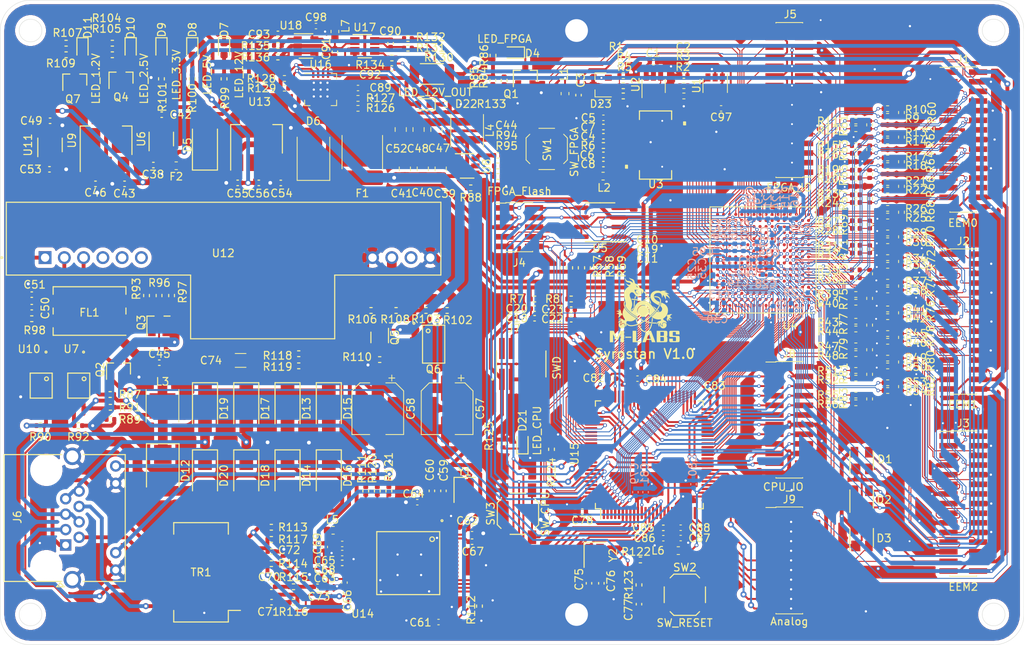
<source format=kicad_pcb>
(kicad_pcb (version 20171130) (host pcbnew 5.1.10-88a1d61d58~88~ubuntu20.04.1)

  (general
    (thickness 1.6)
    (drawings 27)
    (tracks 4375)
    (zones 0)
    (modules 308)
    (nets 309)
  )

  (page A4)
  (layers
    (0 F.Cu signal)
    (1 In1.Cu power)
    (2 In2.Cu power)
    (31 B.Cu signal)
    (32 B.Adhes user)
    (33 F.Adhes user)
    (34 B.Paste user)
    (35 F.Paste user)
    (36 B.SilkS user)
    (37 F.SilkS user)
    (38 B.Mask user)
    (39 F.Mask user)
    (40 Dwgs.User user)
    (41 Cmts.User user)
    (42 Eco1.User user)
    (43 Eco2.User user)
    (44 Edge.Cuts user)
    (45 Margin user)
    (46 B.CrtYd user)
    (47 F.CrtYd user)
    (48 B.Fab user)
    (49 F.Fab user)
  )

  (setup
    (last_trace_width 0.254)
    (user_trace_width 0.127)
    (user_trace_width 0.254)
    (user_trace_width 0.381)
    (user_trace_width 0.508)
    (user_trace_width 0.762)
    (user_trace_width 1.016)
    (user_trace_width 1.27)
    (trace_clearance 0.0889)
    (zone_clearance 0.508)
    (zone_45_only no)
    (trace_min 0.1143)
    (via_size 0.45)
    (via_drill 0.25)
    (via_min_size 0.45)
    (via_min_drill 0.2)
    (user_via 0.45 0.25)
    (user_via 0.5 0.3)
    (user_via 0.8 0.5)
    (user_via 4.199999 4)
    (uvia_size 0.3)
    (uvia_drill 0.1)
    (uvias_allowed no)
    (uvia_min_size 0.25)
    (uvia_min_drill 0.1)
    (edge_width 0.05)
    (segment_width 0.127)
    (pcb_text_width 0.3)
    (pcb_text_size 1.5 1.5)
    (mod_edge_width 0.1524)
    (mod_text_size 1.016 1.016)
    (mod_text_width 0.1524)
    (pad_size 2.7 2.7)
    (pad_drill 0)
    (pad_to_mask_clearance 0)
    (solder_mask_min_width 0.00254)
    (aux_axis_origin 0 0)
    (grid_origin 210 57)
    (visible_elements FFFFFF7F)
    (pcbplotparams
      (layerselection 0x010fc_ffffffff)
      (usegerberextensions false)
      (usegerberattributes true)
      (usegerberadvancedattributes true)
      (creategerberjobfile true)
      (excludeedgelayer true)
      (linewidth 0.100000)
      (plotframeref false)
      (viasonmask false)
      (mode 1)
      (useauxorigin false)
      (hpglpennumber 1)
      (hpglpenspeed 20)
      (hpglpendiameter 15.000000)
      (psnegative false)
      (psa4output false)
      (plotreference true)
      (plotvalue true)
      (plotinvisibletext false)
      (padsonsilk false)
      (subtractmaskfromsilk false)
      (outputformat 1)
      (mirror false)
      (drillshape 1)
      (scaleselection 1)
      (outputdirectory ""))
  )

  (net 0 "")
  (net 1 GND)
  (net 2 "Net-(C2-Pad1)")
  (net 3 /HighSpeedADC/+5VA)
  (net 4 /FPGA/GNDPLL0)
  (net 5 /FPGA/VCCPLL0)
  (net 6 /FPGA/GNDPLL1)
  (net 7 /FPGA/VCCPLL1)
  (net 8 +12V_OUT)
  (net 9 /CurrentSenser/12V_CURRENT)
  (net 10 +12V)
  (net 11 +3V3)
  (net 12 +2V5)
  (net 13 +1V2)
  (net 14 +5V)
  (net 15 /Ethernet/+3V3A)
  (net 16 "Net-(C44-Pad2)")
  (net 17 /MCU/+3V3A)
  (net 18 +3V3MP)
  (net 19 "Net-(D4-Pad2)")
  (net 20 "Net-(D4-Pad1)")
  (net 21 "Net-(D9-Pad2)")
  (net 22 "Net-(D10-Pad2)")
  (net 23 "Net-(D11-Pad2)")
  (net 24 "Net-(D13-Pad2)")
  (net 25 /Ethernet/POE_VC-)
  (net 26 /Ethernet/POE_VC+)
  (net 27 "Net-(D15-Pad2)")
  (net 28 "Net-(D17-Pad2)")
  (net 29 "Net-(D19-Pad2)")
  (net 30 "Net-(D21-Pad2)")
  (net 31 /FPGA_IO1)
  (net 32 /FPGA_IO3)
  (net 33 /FPGA_IO5)
  (net 34 /FPGA_IO7)
  (net 35 /FPGA_IO9)
  (net 36 /FPGA_IO11)
  (net 37 /FPGA_IO13)
  (net 38 /FPGA_IO15)
  (net 39 /FPGA_IO14)
  (net 40 /FPGA_IO12)
  (net 41 /FPGA_IO10)
  (net 42 /FPGA_IO8)
  (net 43 /FPGA_IO6)
  (net 44 /FPGA_IO4)
  (net 45 /FPGA_IO2)
  (net 46 /FPGA_IO0)
  (net 47 /MCU/CPU_SWCLK)
  (net 48 /MCU/CPU_SWDIO)
  (net 49 /MCU/CPU_UART4_TX)
  (net 50 /MCU/CPU_UART4_RX)
  (net 51 /MCU/CPU_PWM_CH1)
  (net 52 /MCU/CPU_PWM_CH2)
  (net 53 /MCU/CPU_PWM_CH3)
  (net 54 /MCU/CPU_PWM_CH4)
  (net 55 /MCU/CPU_IIC2_SDA)
  (net 56 /MCU/CPU_IIC2_SCL)
  (net 57 /MCU/CPU_UART1_RX)
  (net 58 /MCU/CPU_UART1_TX)
  (net 59 /MCU/CPU_SPI2_MOSI)
  (net 60 /MCU/CPU_SPI2_MISO)
  (net 61 /MCU/CPU_SPI2_SCK)
  (net 62 /MCU/CPU_SPI2_CS)
  (net 63 /MCU/CPU_DAC1)
  (net 64 /MCU/CPU_DAC0)
  (net 65 /MCU/CPU_ADC5)
  (net 66 /MCU/CPU_ADC4)
  (net 67 /MCU/CPU_ADC3)
  (net 68 /MCU/CPU_ADC2)
  (net 69 /MCU/CPU_ADC1)
  (net 70 /MCU/CPU_ADC0)
  (net 71 /CurrentSenser/12V_SW)
  (net 72 "Net-(Q1-Pad1)")
  (net 73 "Net-(Q2-Pad3)")
  (net 74 /MCU/CPU_RESET)
  (net 75 "Net-(Q7-Pad1)")
  (net 76 /MCU/CPU_POE_AT_EVENT)
  (net 77 /MCU/CPU_POE_SRC_STATUS)
  (net 78 /Ethernet/RJ45_LED_G)
  (net 79 /Ethernet/RJ45_LED_Y)
  (net 80 /CurrentSenser/+3V3A)
  (net 81 /EEM0_IIC_SCL)
  (net 82 /EEM0_IIC_SDA)
  (net 83 /EEM1_IIC_SCL)
  (net 84 /EEM1_IIC_SDA)
  (net 85 /EEM2_IIC_SCL)
  (net 86 /EEM2_IIC_SDA)
  (net 87 /EEM0_7_N)
  (net 88 /EEM0_6_P)
  (net 89 /EEM0_5_N)
  (net 90 /EEM0_4_P)
  (net 91 /EEM0_3_N)
  (net 92 /EEM0_2_P)
  (net 93 /EEM0_1_N)
  (net 94 /EEM0_0_P)
  (net 95 /EEM0_7_P)
  (net 96 /EEM0_6_N)
  (net 97 /EEM0_5_P)
  (net 98 /EEM0_4_N)
  (net 99 /EEM0_3_P)
  (net 100 /EEM0_2_N)
  (net 101 /EEM0_1_P)
  (net 102 /EEM0_0_N)
  (net 103 /EEM1_7_N)
  (net 104 /EEM1_6_P)
  (net 105 /EEM1_5_N)
  (net 106 /EEM1_4_P)
  (net 107 /EEM1_3_N)
  (net 108 /EEM1_2_P)
  (net 109 /EEM1_1_N)
  (net 110 /EEM1_0_P)
  (net 111 /EEM1_7_P)
  (net 112 /EEM1_6_N)
  (net 113 /EEM1_5_P)
  (net 114 /EEM1_4_N)
  (net 115 /EEM1_3_P)
  (net 116 /EEM1_2_N)
  (net 117 /EEM1_1_P)
  (net 118 /EEM1_0_N)
  (net 119 /EEM2_7_N)
  (net 120 /EEM2_6_P)
  (net 121 /EEM2_5_N)
  (net 122 /EEM2_4_P)
  (net 123 /EEM2_3_N)
  (net 124 /EEM2_2_P)
  (net 125 /EEM2_1_N)
  (net 126 /EEM2_0_P)
  (net 127 /EEM2_7_P)
  (net 128 /EEM2_6_N)
  (net 129 /EEM2_5_P)
  (net 130 /EEM2_4_N)
  (net 131 /EEM2_3_P)
  (net 132 /EEM2_2_N)
  (net 133 /EEM2_1_P)
  (net 134 /EEM2_0_N)
  (net 135 /CDONE)
  (net 136 /CRESET)
  (net 137 /SPI_CS)
  (net 138 /ENC_INT)
  (net 139 /ADC_D0)
  (net 140 /ADC_D1)
  (net 141 /ADC_D2)
  (net 142 /ADC_D3)
  (net 143 /ADC_D4)
  (net 144 /ADC_D5)
  (net 145 /ADC_D6)
  (net 146 /ADC_D7)
  (net 147 /ADC_CLK)
  (net 148 /FSMC_CLK)
  (net 149 /FSMC_D15)
  (net 150 /FSMC_D9)
  (net 151 /FSMC_D10)
  (net 152 /FSMC_D0)
  (net 153 /FSMC_A7)
  (net 154 /FSMC_NL)
  (net 155 /FSMC_NBL0)
  (net 156 /FSMC_D6)
  (net 157 /FSMC_D7)
  (net 158 /FSMC_D5)
  (net 159 /FSMC_D1)
  (net 160 /FSMC_A3)
  (net 161 /FSMC_A1)
  (net 162 /FSMC_NWAIT)
  (net 163 /FSMC_NOE)
  (net 164 /FSMC_D12)
  (net 165 /FSMC_D8)
  (net 166 /FSMC_D3)
  (net 167 /FSMC_A4)
  (net 168 /FSMC_A6)
  (net 169 /FSMC_A0)
  (net 170 /FSMC_NBL1)
  (net 171 /FSMC_D14)
  (net 172 /FSMC_D11)
  (net 173 /FSMC_D4)
  (net 174 /FSMC_A2)
  (net 175 /FSMC_D13)
  (net 176 /FSMC_D2)
  (net 177 /FSMC_A5)
  (net 178 /FSMC_NE1)
  (net 179 /FSMC_NWE)
  (net 180 /CSBSEL0)
  (net 181 /SPI_MOSI)
  (net 182 /SPI_MISO)
  (net 183 /CSBSEL1)
  (net 184 /SPI_SCK)
  (net 185 /SPI_ENC_CS)
  (net 186 "Net-(C7-Pad2)")
  (net 187 "Net-(D8-Pad2)")
  (net 188 "Net-(D10-Pad1)")
  (net 189 "Net-(D11-Pad1)")
  (net 190 "Net-(D21-Pad1)")
  (net 191 "Net-(D22-Pad1)")
  (net 192 "Net-(Q3-Pad1)")
  (net 193 "Net-(Q4-Pad1)")
  (net 194 "Net-(Q5-Pad6)")
  (net 195 "Net-(Q5-Pad2)")
  (net 196 "Net-(Q5-Pad3)")
  (net 197 "Net-(D22-Pad2)")
  (net 198 HSADC_IN)
  (net 199 "Net-(J6-Pad12)")
  (net 200 "Net-(J6-Pad10)")
  (net 201 "Net-(J6-Pad6)")
  (net 202 "Net-(J6-Pad2)")
  (net 203 "Net-(J6-Pad3)")
  (net 204 "Net-(J6-Pad1)")
  (net 205 "Net-(R88-Pad1)")
  (net 206 "Net-(SW3-Pad2)")
  (net 207 /FPGA/LVDS0_0_P)
  (net 208 /FPGA/LVDS0_0_N)
  (net 209 /FPGA/LVDS0_1_P)
  (net 210 /FPGA/LVDS0_1_N)
  (net 211 /FPGA/LVDS0_2_P)
  (net 212 /FPGA/LVDS0_2_N)
  (net 213 /FPGA/LVDS0_3_P)
  (net 214 /FPGA/LVDS0_3_N)
  (net 215 /FPGA/LVDS0_4_P)
  (net 216 /FPGA/LVDS0_4_N)
  (net 217 /FPGA/LVDS0_5_P)
  (net 218 /FPGA/LVDS0_5_N)
  (net 219 /FPGA/LVDS0_6_P)
  (net 220 /FPGA/LVDS0_6_N)
  (net 221 /FPGA/LVDS0_7_P)
  (net 222 /FPGA/LVDS0_7_N)
  (net 223 /FPGA/LVDS1_0_P)
  (net 224 /FPGA/LVDS1_0_N)
  (net 225 /FPGA/LVDS1_1_P)
  (net 226 /FPGA/LVDS1_1_N)
  (net 227 /FPGA/LVDS1_2_P)
  (net 228 /FPGA/LVDS1_2_N)
  (net 229 /FPGA/LVDS1_3_P)
  (net 230 /FPGA/LVDS1_3_N)
  (net 231 /FPGA/LVDS1_4_P)
  (net 232 /FPGA/LVDS1_4_N)
  (net 233 /FPGA/LVDS1_5_P)
  (net 234 /FPGA/LVDS1_5_N)
  (net 235 /FPGA/LVDS1_6_P)
  (net 236 /FPGA/LVDS1_6_N)
  (net 237 /FPGA/LVDS1_7_P)
  (net 238 /FPGA/LVDS1_7_N)
  (net 239 /FPGA/LVDS2_0_P)
  (net 240 /FPGA/LVDS2_0_N)
  (net 241 /FPGA/LVDS2_1_P)
  (net 242 /FPGA/LVDS2_1_N)
  (net 243 /FPGA/LVDS2_2_P)
  (net 244 /FPGA/LVDS2_2_N)
  (net 245 /FPGA/LVDS2_3_P)
  (net 246 /FPGA/LVDS2_3_N)
  (net 247 /FPGA/LVDS2_4_P)
  (net 248 /FPGA/LVDS2_4_N)
  (net 249 /FPGA/LVDS2_5_P)
  (net 250 /FPGA/LVDS2_5_N)
  (net 251 /FPGA/LVDS2_6_P)
  (net 252 /FPGA/LVDS2_6_N)
  (net 253 /FPGA/LVDS2_7_P)
  (net 254 /FPGA/LVDS2_7_N)
  (net 255 /FPGA/FPGA_LED)
  (net 256 /FPGA/FPGA_KEY)
  (net 257 /IIC_SCL)
  (net 258 /IIC_SDA)
  (net 259 "Net-(R135-Pad2)")
  (net 260 +6V)
  (net 261 "Net-(R126-Pad1)")
  (net 262 /CurrentSenser/12V_OUT_FAULT)
  (net 263 "Net-(C4-Pad1)")
  (net 264 "Net-(C5-Pad1)")
  (net 265 "Net-(C8-Pad2)")
  (net 266 "Net-(C44-Pad1)")
  (net 267 "Net-(C45-Pad2)")
  (net 268 "Net-(C45-Pad1)")
  (net 269 "Net-(C47-Pad1)")
  (net 270 "Net-(C50-Pad2)")
  (net 271 "Net-(C51-Pad1)")
  (net 272 "Net-(C57-Pad1)")
  (net 273 "Net-(C59-Pad1)")
  (net 274 "Net-(C60-Pad1)")
  (net 275 "Net-(C67-Pad2)")
  (net 276 "Net-(C70-Pad2)")
  (net 277 "Net-(C70-Pad1)")
  (net 278 "Net-(C71-Pad2)")
  (net 279 "Net-(C71-Pad1)")
  (net 280 "Net-(C72-Pad1)")
  (net 281 "Net-(C73-Pad1)")
  (net 282 "Net-(C74-Pad1)")
  (net 283 "Net-(C75-Pad1)")
  (net 284 "Net-(C76-Pad1)")
  (net 285 "Net-(C77-Pad2)")
  (net 286 "Net-(C89-Pad1)")
  (net 287 "Net-(C90-Pad2)")
  (net 288 "Net-(C90-Pad1)")
  (net 289 "Net-(D7-Pad2)")
  (net 290 "Net-(R2-Pad1)")
  (net 291 "Net-(R3-Pad1)")
  (net 292 "Net-(R5-Pad2)")
  (net 293 "Net-(R87-Pad2)")
  (net 294 "Net-(R89-Pad1)")
  (net 295 "Net-(R94-Pad1)")
  (net 296 "Net-(R98-Pad2)")
  (net 297 "Net-(R111-Pad1)")
  (net 298 "Net-(R113-Pad1)")
  (net 299 "Net-(R114-Pad2)")
  (net 300 "Net-(R124-Pad1)")
  (net 301 "Net-(R127-Pad1)")
  (net 302 "Net-(R134-Pad2)")
  (net 303 "Net-(U10-Pad2)")
  (net 304 /MCU/CPU_ADC7)
  (net 305 /MCU/CPU_ADC6)
  (net 306 /CurrentSenser/12V_CURRENT_REF)
  (net 307 "Net-(D5-Pad1)")
  (net 308 "Net-(D23-Pad1)")

  (net_class Default "This is the default net class."
    (clearance 0.0889)
    (trace_width 0.254)
    (via_dia 0.45)
    (via_drill 0.25)
    (uvia_dia 0.3)
    (uvia_drill 0.1)
    (diff_pair_width 0.127)
    (diff_pair_gap 0.1016)
    (add_net +12V)
    (add_net +12V_OUT)
    (add_net +1V2)
    (add_net +2V5)
    (add_net +3V3)
    (add_net +3V3MP)
    (add_net +5V)
    (add_net +6V)
    (add_net /ADC_CLK)
    (add_net /ADC_D0)
    (add_net /ADC_D1)
    (add_net /ADC_D2)
    (add_net /ADC_D3)
    (add_net /ADC_D4)
    (add_net /ADC_D5)
    (add_net /ADC_D6)
    (add_net /ADC_D7)
    (add_net /CDONE)
    (add_net /CRESET)
    (add_net /CSBSEL0)
    (add_net /CSBSEL1)
    (add_net /CurrentSenser/+3V3A)
    (add_net /CurrentSenser/12V_CURRENT)
    (add_net /CurrentSenser/12V_CURRENT_REF)
    (add_net /CurrentSenser/12V_OUT_FAULT)
    (add_net /CurrentSenser/12V_SW)
    (add_net /ENC_INT)
    (add_net /Ethernet/+3V3A)
    (add_net /Ethernet/POE_VC+)
    (add_net /Ethernet/POE_VC-)
    (add_net /Ethernet/RJ45_LED_G)
    (add_net /Ethernet/RJ45_LED_Y)
    (add_net /FPGA/FPGA_KEY)
    (add_net /FPGA/FPGA_LED)
    (add_net /FPGA/GNDPLL0)
    (add_net /FPGA/GNDPLL1)
    (add_net /FPGA/VCCPLL0)
    (add_net /FPGA/VCCPLL1)
    (add_net /FPGA_IO0)
    (add_net /FPGA_IO1)
    (add_net /FPGA_IO10)
    (add_net /FPGA_IO11)
    (add_net /FPGA_IO12)
    (add_net /FPGA_IO13)
    (add_net /FPGA_IO14)
    (add_net /FPGA_IO15)
    (add_net /FPGA_IO2)
    (add_net /FPGA_IO3)
    (add_net /FPGA_IO4)
    (add_net /FPGA_IO5)
    (add_net /FPGA_IO6)
    (add_net /FPGA_IO7)
    (add_net /FPGA_IO8)
    (add_net /FPGA_IO9)
    (add_net /FSMC_A0)
    (add_net /FSMC_A1)
    (add_net /FSMC_A2)
    (add_net /FSMC_A3)
    (add_net /FSMC_A4)
    (add_net /FSMC_A5)
    (add_net /FSMC_A6)
    (add_net /FSMC_A7)
    (add_net /FSMC_CLK)
    (add_net /FSMC_D0)
    (add_net /FSMC_D1)
    (add_net /FSMC_D10)
    (add_net /FSMC_D11)
    (add_net /FSMC_D12)
    (add_net /FSMC_D13)
    (add_net /FSMC_D14)
    (add_net /FSMC_D15)
    (add_net /FSMC_D2)
    (add_net /FSMC_D3)
    (add_net /FSMC_D4)
    (add_net /FSMC_D5)
    (add_net /FSMC_D6)
    (add_net /FSMC_D7)
    (add_net /FSMC_D8)
    (add_net /FSMC_D9)
    (add_net /FSMC_NBL0)
    (add_net /FSMC_NBL1)
    (add_net /FSMC_NE1)
    (add_net /FSMC_NL)
    (add_net /FSMC_NOE)
    (add_net /FSMC_NWAIT)
    (add_net /FSMC_NWE)
    (add_net /HighSpeedADC/+5VA)
    (add_net /IIC_SCL)
    (add_net /IIC_SDA)
    (add_net /MCU/+3V3A)
    (add_net /MCU/CPU_ADC0)
    (add_net /MCU/CPU_ADC1)
    (add_net /MCU/CPU_ADC2)
    (add_net /MCU/CPU_ADC3)
    (add_net /MCU/CPU_ADC4)
    (add_net /MCU/CPU_ADC5)
    (add_net /MCU/CPU_ADC6)
    (add_net /MCU/CPU_ADC7)
    (add_net /MCU/CPU_DAC0)
    (add_net /MCU/CPU_DAC1)
    (add_net /MCU/CPU_IIC2_SCL)
    (add_net /MCU/CPU_IIC2_SDA)
    (add_net /MCU/CPU_POE_AT_EVENT)
    (add_net /MCU/CPU_POE_SRC_STATUS)
    (add_net /MCU/CPU_PWM_CH1)
    (add_net /MCU/CPU_PWM_CH2)
    (add_net /MCU/CPU_PWM_CH3)
    (add_net /MCU/CPU_PWM_CH4)
    (add_net /MCU/CPU_RESET)
    (add_net /MCU/CPU_SPI2_CS)
    (add_net /MCU/CPU_SPI2_MISO)
    (add_net /MCU/CPU_SPI2_MOSI)
    (add_net /MCU/CPU_SPI2_SCK)
    (add_net /MCU/CPU_SWCLK)
    (add_net /MCU/CPU_SWDIO)
    (add_net /MCU/CPU_UART1_RX)
    (add_net /MCU/CPU_UART1_TX)
    (add_net /MCU/CPU_UART4_RX)
    (add_net /MCU/CPU_UART4_TX)
    (add_net /SPI_CS)
    (add_net /SPI_ENC_CS)
    (add_net /SPI_MISO)
    (add_net /SPI_MOSI)
    (add_net /SPI_SCK)
    (add_net GND)
    (add_net HSADC_IN)
    (add_net "Net-(C2-Pad1)")
    (add_net "Net-(C4-Pad1)")
    (add_net "Net-(C44-Pad1)")
    (add_net "Net-(C44-Pad2)")
    (add_net "Net-(C45-Pad1)")
    (add_net "Net-(C45-Pad2)")
    (add_net "Net-(C47-Pad1)")
    (add_net "Net-(C5-Pad1)")
    (add_net "Net-(C50-Pad2)")
    (add_net "Net-(C51-Pad1)")
    (add_net "Net-(C57-Pad1)")
    (add_net "Net-(C59-Pad1)")
    (add_net "Net-(C60-Pad1)")
    (add_net "Net-(C67-Pad2)")
    (add_net "Net-(C7-Pad2)")
    (add_net "Net-(C70-Pad1)")
    (add_net "Net-(C70-Pad2)")
    (add_net "Net-(C71-Pad1)")
    (add_net "Net-(C71-Pad2)")
    (add_net "Net-(C72-Pad1)")
    (add_net "Net-(C73-Pad1)")
    (add_net "Net-(C74-Pad1)")
    (add_net "Net-(C75-Pad1)")
    (add_net "Net-(C76-Pad1)")
    (add_net "Net-(C77-Pad2)")
    (add_net "Net-(C8-Pad2)")
    (add_net "Net-(C89-Pad1)")
    (add_net "Net-(C90-Pad1)")
    (add_net "Net-(C90-Pad2)")
    (add_net "Net-(D10-Pad1)")
    (add_net "Net-(D10-Pad2)")
    (add_net "Net-(D11-Pad1)")
    (add_net "Net-(D11-Pad2)")
    (add_net "Net-(D13-Pad2)")
    (add_net "Net-(D15-Pad2)")
    (add_net "Net-(D17-Pad2)")
    (add_net "Net-(D19-Pad2)")
    (add_net "Net-(D21-Pad1)")
    (add_net "Net-(D21-Pad2)")
    (add_net "Net-(D22-Pad1)")
    (add_net "Net-(D22-Pad2)")
    (add_net "Net-(D23-Pad1)")
    (add_net "Net-(D4-Pad1)")
    (add_net "Net-(D4-Pad2)")
    (add_net "Net-(D5-Pad1)")
    (add_net "Net-(D7-Pad2)")
    (add_net "Net-(D8-Pad2)")
    (add_net "Net-(D9-Pad2)")
    (add_net "Net-(J6-Pad1)")
    (add_net "Net-(J6-Pad10)")
    (add_net "Net-(J6-Pad12)")
    (add_net "Net-(J6-Pad2)")
    (add_net "Net-(J6-Pad3)")
    (add_net "Net-(J6-Pad6)")
    (add_net "Net-(Q1-Pad1)")
    (add_net "Net-(Q2-Pad3)")
    (add_net "Net-(Q3-Pad1)")
    (add_net "Net-(Q4-Pad1)")
    (add_net "Net-(Q5-Pad2)")
    (add_net "Net-(Q5-Pad3)")
    (add_net "Net-(Q5-Pad6)")
    (add_net "Net-(Q7-Pad1)")
    (add_net "Net-(R111-Pad1)")
    (add_net "Net-(R113-Pad1)")
    (add_net "Net-(R114-Pad2)")
    (add_net "Net-(R124-Pad1)")
    (add_net "Net-(R126-Pad1)")
    (add_net "Net-(R127-Pad1)")
    (add_net "Net-(R134-Pad2)")
    (add_net "Net-(R135-Pad2)")
    (add_net "Net-(R2-Pad1)")
    (add_net "Net-(R3-Pad1)")
    (add_net "Net-(R5-Pad2)")
    (add_net "Net-(R87-Pad2)")
    (add_net "Net-(R88-Pad1)")
    (add_net "Net-(R89-Pad1)")
    (add_net "Net-(R94-Pad1)")
    (add_net "Net-(R98-Pad2)")
    (add_net "Net-(SW3-Pad2)")
    (add_net "Net-(U10-Pad2)")
  )

  (net_class Diff_In ""
    (clearance 0.0889)
    (trace_width 0.1524)
    (via_dia 0.8)
    (via_drill 0.4)
    (uvia_dia 0.3)
    (uvia_drill 0.1)
    (diff_pair_width 0.1143)
    (diff_pair_gap 0.1524)
  )

  (net_class Diff_Out ""
    (clearance 0.0889)
    (trace_width 0.127)
    (via_dia 0.8)
    (via_drill 0.4)
    (uvia_dia 0.3)
    (uvia_drill 0.1)
    (diff_pair_width 0.127)
    (diff_pair_gap 0.127)
    (add_net /EEM0_0_N)
    (add_net /EEM0_0_P)
    (add_net /EEM0_1_N)
    (add_net /EEM0_1_P)
    (add_net /EEM0_2_N)
    (add_net /EEM0_2_P)
    (add_net /EEM0_3_N)
    (add_net /EEM0_3_P)
    (add_net /EEM0_4_N)
    (add_net /EEM0_4_P)
    (add_net /EEM0_5_N)
    (add_net /EEM0_5_P)
    (add_net /EEM0_6_N)
    (add_net /EEM0_6_P)
    (add_net /EEM0_7_N)
    (add_net /EEM0_7_P)
    (add_net /EEM0_IIC_SCL)
    (add_net /EEM0_IIC_SDA)
    (add_net /EEM1_0_N)
    (add_net /EEM1_0_P)
    (add_net /EEM1_1_N)
    (add_net /EEM1_1_P)
    (add_net /EEM1_2_N)
    (add_net /EEM1_2_P)
    (add_net /EEM1_3_N)
    (add_net /EEM1_3_P)
    (add_net /EEM1_4_N)
    (add_net /EEM1_4_P)
    (add_net /EEM1_5_N)
    (add_net /EEM1_5_P)
    (add_net /EEM1_6_N)
    (add_net /EEM1_6_P)
    (add_net /EEM1_7_N)
    (add_net /EEM1_7_P)
    (add_net /EEM1_IIC_SCL)
    (add_net /EEM1_IIC_SDA)
    (add_net /EEM2_0_N)
    (add_net /EEM2_0_P)
    (add_net /EEM2_1_N)
    (add_net /EEM2_1_P)
    (add_net /EEM2_2_N)
    (add_net /EEM2_2_P)
    (add_net /EEM2_3_N)
    (add_net /EEM2_3_P)
    (add_net /EEM2_4_N)
    (add_net /EEM2_4_P)
    (add_net /EEM2_5_N)
    (add_net /EEM2_5_P)
    (add_net /EEM2_6_N)
    (add_net /EEM2_6_P)
    (add_net /EEM2_7_N)
    (add_net /EEM2_7_P)
    (add_net /EEM2_IIC_SCL)
    (add_net /EEM2_IIC_SDA)
    (add_net /FPGA/LVDS0_0_N)
    (add_net /FPGA/LVDS0_0_P)
    (add_net /FPGA/LVDS0_1_N)
    (add_net /FPGA/LVDS0_1_P)
    (add_net /FPGA/LVDS0_2_N)
    (add_net /FPGA/LVDS0_2_P)
    (add_net /FPGA/LVDS0_3_N)
    (add_net /FPGA/LVDS0_3_P)
    (add_net /FPGA/LVDS0_4_N)
    (add_net /FPGA/LVDS0_4_P)
    (add_net /FPGA/LVDS0_5_N)
    (add_net /FPGA/LVDS0_5_P)
    (add_net /FPGA/LVDS0_6_N)
    (add_net /FPGA/LVDS0_6_P)
    (add_net /FPGA/LVDS0_7_N)
    (add_net /FPGA/LVDS0_7_P)
    (add_net /FPGA/LVDS1_0_N)
    (add_net /FPGA/LVDS1_0_P)
    (add_net /FPGA/LVDS1_1_N)
    (add_net /FPGA/LVDS1_1_P)
    (add_net /FPGA/LVDS1_2_N)
    (add_net /FPGA/LVDS1_2_P)
    (add_net /FPGA/LVDS1_3_N)
    (add_net /FPGA/LVDS1_3_P)
    (add_net /FPGA/LVDS1_4_N)
    (add_net /FPGA/LVDS1_4_P)
    (add_net /FPGA/LVDS1_5_N)
    (add_net /FPGA/LVDS1_5_P)
    (add_net /FPGA/LVDS1_6_N)
    (add_net /FPGA/LVDS1_6_P)
    (add_net /FPGA/LVDS1_7_N)
    (add_net /FPGA/LVDS1_7_P)
    (add_net /FPGA/LVDS2_0_N)
    (add_net /FPGA/LVDS2_0_P)
    (add_net /FPGA/LVDS2_1_N)
    (add_net /FPGA/LVDS2_1_P)
    (add_net /FPGA/LVDS2_2_N)
    (add_net /FPGA/LVDS2_2_P)
    (add_net /FPGA/LVDS2_3_N)
    (add_net /FPGA/LVDS2_3_P)
    (add_net /FPGA/LVDS2_4_N)
    (add_net /FPGA/LVDS2_4_P)
    (add_net /FPGA/LVDS2_5_N)
    (add_net /FPGA/LVDS2_5_P)
    (add_net /FPGA/LVDS2_6_N)
    (add_net /FPGA/LVDS2_6_P)
    (add_net /FPGA/LVDS2_7_N)
    (add_net /FPGA/LVDS2_7_P)
  )

  (module TestAutomation:logo (layer F.Cu) (tedit 0) (tstamp 60EA3A2F)
    (at 163.95 93.78)
    (fp_text reference G*** (at 0 0) (layer F.SilkS) hide
      (effects (font (size 1.524 1.524) (thickness 0.3)))
    )
    (fp_text value LOGO (at 0.75 0) (layer F.SilkS) hide
      (effects (font (size 1.524 1.524) (thickness 0.3)))
    )
    (fp_poly (pts (xy -3.847218 3.269897) (xy -3.801016 3.369306) (xy -3.758045 3.461119) (xy -3.719483 3.542863)
      (xy -3.686511 3.612065) (xy -3.660309 3.666254) (xy -3.642056 3.702956) (xy -3.632932 3.719699)
      (xy -3.6322 3.720478) (xy -3.625532 3.709425) (xy -3.609209 3.677862) (xy -3.584432 3.628244)
      (xy -3.552404 3.563022) (xy -3.514329 3.48465) (xy -3.471407 3.395581) (xy -3.424842 3.298268)
      (xy -3.411365 3.269981) (xy -3.196879 2.8194) (xy -2.692197 2.8194) (xy -2.695474 3.565525)
      (xy -2.69875 4.31165) (xy -2.905125 4.315139) (xy -3.1115 4.318629) (xy -3.1115 3.784914)
      (xy -3.111719 3.67127) (xy -3.112345 3.565902) (xy -3.11333 3.471432) (xy -3.114627 3.390482)
      (xy -3.116191 3.325672) (xy -3.117974 3.279623) (xy -3.11993 3.254957) (xy -3.121025 3.25145)
      (xy -3.12861 3.262547) (xy -3.145646 3.29389) (xy -3.170761 3.342747) (xy -3.202581 3.406385)
      (xy -3.239735 3.482075) (xy -3.280849 3.567082) (xy -3.304536 3.616575) (xy -3.478521 3.98145)
      (xy -3.778993 3.988536) (xy -3.949145 3.629393) (xy -3.991412 3.540488) (xy -4.030515 3.458827)
      (xy -4.065057 3.387286) (xy -4.093636 3.32874) (xy -4.114855 3.286066) (xy -4.127313 3.26214)
      (xy -4.129748 3.258184) (xy -4.131964 3.26783) (xy -4.13402 3.300336) (xy -4.135865 3.353164)
      (xy -4.137448 3.423773) (xy -4.13872 3.509624) (xy -4.139628 3.608179) (xy -4.140123 3.716897)
      (xy -4.140201 3.782059) (xy -4.1402 4.318) (xy -4.5593 4.318) (xy -4.5593 2.8194)
      (xy -4.055885 2.8194) (xy -3.847218 3.269897)) (layer F.SilkS) (width 0.01))
    (fp_poly (pts (xy -1.089137 3.495675) (xy -1.08585 4.17195) (xy -0.732769 4.175327) (xy -0.379687 4.178704)
      (xy -0.383519 4.245177) (xy -0.38735 4.31165) (xy -1.5494 4.318256) (xy -1.5494 2.8194)
      (xy -1.092423 2.8194) (xy -1.089137 3.495675)) (layer F.SilkS) (width 0.01))
    (fp_poly (pts (xy 0.899504 2.886075) (xy 0.908659 2.910284) (xy 0.925946 2.955824) (xy 0.950449 3.02029)
      (xy 0.981255 3.101276) (xy 1.017448 3.19638) (xy 1.058114 3.303197) (xy 1.102337 3.419322)
      (xy 1.149202 3.542351) (xy 1.179816 3.6227) (xy 1.227014 3.746786) (xy 1.271383 3.863871)
      (xy 1.312115 3.971787) (xy 1.348398 4.068366) (xy 1.379422 4.151441) (xy 1.404377 4.218843)
      (xy 1.422452 4.268406) (xy 1.432838 4.29796) (xy 1.4351 4.305618) (xy 1.422545 4.310686)
      (xy 1.385356 4.314043) (xy 1.32424 4.315659) (xy 1.239906 4.315505) (xy 1.210721 4.315118)
      (xy 0.986343 4.31165) (xy 0.886883 4.0132) (xy 0.281516 4.0132) (xy 0.182056 4.31165)
      (xy -0.043272 4.315121) (xy -0.123883 4.316214) (xy -0.182429 4.316438) (xy -0.222242 4.315504)
      (xy -0.24665 4.31312) (xy -0.258983 4.308995) (xy -0.262572 4.30284) (xy -0.261325 4.296071)
      (xy -0.255494 4.280064) (xy -0.241524 4.242672) (xy -0.220302 4.18625) (xy -0.19272 4.113153)
      (xy -0.159668 4.025738) (xy -0.122035 3.92636) (xy -0.09847 3.864209) (xy 0.3302 3.864209)
      (xy 0.342267 3.867028) (xy 0.375937 3.869503) (xy 0.427417 3.871496) (xy 0.492909 3.872868)
      (xy 0.568619 3.87348) (xy 0.585055 3.8735) (xy 0.839911 3.8735) (xy 0.831729 3.844925)
      (xy 0.821184 3.810149) (xy 0.80485 3.758835) (xy 0.783923 3.694522) (xy 0.759594 3.620747)
      (xy 0.733059 3.541047) (xy 0.70551 3.458959) (xy 0.678143 3.378022) (xy 0.65215 3.301772)
      (xy 0.628726 3.233746) (xy 0.609063 3.177483) (xy 0.594357 3.13652) (xy 0.585801 3.114393)
      (xy 0.584208 3.1115) (xy 0.579015 3.122977) (xy 0.56708 3.155057) (xy 0.549593 3.204214)
      (xy 0.527745 3.26692) (xy 0.502726 3.33965) (xy 0.475726 3.418877) (xy 0.447934 3.501073)
      (xy 0.420542 3.582712) (xy 0.394739 3.660268) (xy 0.371715 3.730214) (xy 0.35266 3.789023)
      (xy 0.338765 3.833169) (xy 0.33122 3.859125) (xy 0.3302 3.864209) (xy -0.09847 3.864209)
      (xy -0.080711 3.817374) (xy -0.036587 3.701135) (xy -0.027328 3.67676) (xy 0.199394 3.079971)
      (xy 0.242572 3.068933) (xy 0.374048 3.02682) (xy 0.490382 2.972188) (xy 0.588261 2.90681)
      (xy 0.646738 2.852688) (xy 0.664753 2.835675) (xy 0.684457 2.825693) (xy 0.712996 2.8209)
      (xy 0.757518 2.819455) (xy 0.776001 2.8194) (xy 0.874475 2.8194) (xy 0.899504 2.886075)) (layer F.SilkS) (width 0.01))
    (fp_poly (pts (xy 2.263775 2.819587) (xy 2.41184 2.819645) (xy 2.53666 2.819859) (xy 2.640389 2.820429)
      (xy 2.725181 2.821554) (xy 2.793191 2.823435) (xy 2.846574 2.826272) (xy 2.887483 2.830264)
      (xy 2.918074 2.835613) (xy 2.940501 2.842517) (xy 2.956917 2.851177) (xy 2.969479 2.861792)
      (xy 2.98034 2.874563) (xy 2.989625 2.88697) (xy 2.998733 2.900865) (xy 3.00559 2.917166)
      (xy 3.010585 2.939623) (xy 3.014106 2.971984) (xy 3.016542 3.017997) (xy 3.018282 3.081412)
      (xy 3.019714 3.165977) (xy 3.019903 3.17907) (xy 3.020724 3.279517) (xy 3.019492 3.357892)
      (xy 3.015479 3.417486) (xy 3.007959 3.461592) (xy 2.996205 3.493502) (xy 2.979489 3.516509)
      (xy 2.957085 3.533904) (xy 2.939393 3.543629) (xy 2.900637 3.563009) (xy 2.939393 3.581729)
      (xy 2.966017 3.597318) (xy 2.986379 3.617318) (xy 3.001286 3.645085) (xy 3.011548 3.683974)
      (xy 3.017972 3.737344) (xy 3.021366 3.808548) (xy 3.022539 3.900945) (xy 3.02258 3.927217)
      (xy 3.022139 4.017356) (xy 3.020612 4.086065) (xy 3.017717 4.137302) (xy 3.013172 4.175026)
      (xy 3.006695 4.203193) (xy 3.001975 4.21663) (xy 2.993825 4.237033) (xy 2.985655 4.254281)
      (xy 2.975391 4.26865) (xy 2.960957 4.28042) (xy 2.94028 4.289866) (xy 2.911284 4.297266)
      (xy 2.871894 4.302897) (xy 2.820037 4.307036) (xy 2.753638 4.309961) (xy 2.670622 4.311949)
      (xy 2.568913 4.313276) (xy 2.446439 4.314221) (xy 2.301123 4.315061) (xy 2.263775 4.315271)
      (xy 1.6256 4.318892) (xy 1.6256 3.6322) (xy 2.0955 3.6322) (xy 2.0955 4.180813)
      (xy 2.318781 4.176381) (xy 2.399787 4.17456) (xy 2.45916 4.172488) (xy 2.500668 4.169712)
      (xy 2.528078 4.165777) (xy 2.545156 4.16023) (xy 2.555669 4.152616) (xy 2.560081 4.147297)
      (xy 2.567689 4.12412) (xy 2.57346 4.081362) (xy 2.577414 4.02416) (xy 2.579571 3.957651)
      (xy 2.579951 3.886971) (xy 2.578574 3.817258) (xy 2.575461 3.753648) (xy 2.570631 3.701277)
      (xy 2.564105 3.665282) (xy 2.558142 3.652157) (xy 2.546889 3.644729) (xy 2.527804 3.639343)
      (xy 2.497252 3.635699) (xy 2.451598 3.633495) (xy 2.387206 3.632432) (xy 2.316842 3.6322)
      (xy 2.0955 3.6322) (xy 1.6256 3.6322) (xy 1.6256 2.9591) (xy 2.0955 2.9591)
      (xy 2.0955 3.4925) (xy 2.316842 3.4925) (xy 2.399568 3.492155) (xy 2.460536 3.490919)
      (xy 2.50338 3.488493) (xy 2.531738 3.484576) (xy 2.549243 3.478866) (xy 2.558142 3.472542)
      (xy 2.565557 3.461312) (xy 2.570937 3.442266) (xy 2.574582 3.411775) (xy 2.57679 3.366213)
      (xy 2.57786 3.30195) (xy 2.5781 3.230407) (xy 2.57735 3.15053) (xy 2.575244 3.081787)
      (xy 2.571991 3.028145) (xy 2.567804 2.993568) (xy 2.564953 2.983665) (xy 2.558671 2.974888)
      (xy 2.54819 2.968487) (xy 2.529858 2.964089) (xy 2.500024 2.961324) (xy 2.455036 2.959819)
      (xy 2.391244 2.959203) (xy 2.323653 2.9591) (xy 2.0955 2.9591) (xy 1.6256 2.9591)
      (xy 1.6256 2.8194) (xy 2.263775 2.819587)) (layer F.SilkS) (width 0.01))
    (fp_poly (pts (xy 4.085588 2.819474) (xy 4.197822 2.819754) (xy 4.289317 2.820323) (xy 4.362405 2.821267)
      (xy 4.419415 2.82267) (xy 4.462679 2.824617) (xy 4.494526 2.827191) (xy 4.517288 2.830478)
      (xy 4.533295 2.834562) (xy 4.544877 2.839527) (xy 4.54761 2.841066) (xy 4.575333 2.861335)
      (xy 4.595515 2.887184) (xy 4.609254 2.922642) (xy 4.617647 2.971735) (xy 4.621793 3.03849)
      (xy 4.6228 3.11688) (xy 4.6228 3.289872) (xy 4.15925 3.28295) (xy 4.14655 2.96545)
      (xy 3.95614 2.961917) (xy 3.881676 2.960839) (xy 3.82855 2.961053) (xy 3.792716 2.962917)
      (xy 3.77013 2.966791) (xy 3.756747 2.973032) (xy 3.749765 2.98022) (xy 3.744354 3.000151)
      (xy 3.739996 3.040291) (xy 3.736728 3.09547) (xy 3.734588 3.160519) (xy 3.733615 3.230266)
      (xy 3.733845 3.299541) (xy 3.735316 3.363175) (xy 3.738066 3.415996) (xy 3.742133 3.452835)
      (xy 3.746213 3.4671) (xy 3.753022 3.4726) (xy 3.767516 3.477122) (xy 3.79224 3.480823)
      (xy 3.829738 3.483862) (xy 3.882556 3.486399) (xy 3.953238 3.488591) (xy 4.044329 3.490598)
      (xy 4.153483 3.4925) (xy 4.548729 3.49885) (xy 4.584865 3.539319) (xy 4.601228 3.560072)
      (xy 4.613834 3.583405) (xy 4.623083 3.612657) (xy 4.629376 3.651167) (xy 4.633112 3.702273)
      (xy 4.634689 3.769314) (xy 4.634509 3.85563) (xy 4.633314 3.94411) (xy 4.632494 4.026051)
      (xy 4.63158 4.094855) (xy 4.628526 4.151675) (xy 4.621286 4.197662) (xy 4.607812 4.23397)
      (xy 4.586058 4.261751) (xy 4.553979 4.282158) (xy 4.509527 4.296344) (xy 4.450657 4.305461)
      (xy 4.375321 4.310662) (xy 4.281475 4.3131) (xy 4.16707 4.313927) (xy 4.030061 4.314296)
      (xy 3.975678 4.314534) (xy 3.839514 4.31513) (xy 3.72642 4.315292) (xy 3.634068 4.314958)
      (xy 3.56013 4.314067) (xy 3.50228 4.312556) (xy 3.45819 4.310364) (xy 3.425532 4.30743)
      (xy 3.401978 4.303691) (xy 3.385202 4.299086) (xy 3.38455 4.29885) (xy 3.352533 4.287401)
      (xy 3.332594 4.280752) (xy 3.329954 4.280091) (xy 3.322981 4.269545) (xy 3.309599 4.243)
      (xy 3.301657 4.225925) (xy 3.290852 4.197402) (xy 3.283624 4.164498) (xy 3.279323 4.121523)
      (xy 3.277294 4.062792) (xy 3.276878 4.010025) (xy 3.2766 3.8481) (xy 3.7465 3.8481)
      (xy 3.7465 4.000898) (xy 3.746913 4.066411) (xy 3.748554 4.110903) (xy 3.752022 4.138748)
      (xy 3.757917 4.154316) (xy 3.766839 4.161982) (xy 3.768725 4.162823) (xy 3.789377 4.166266)
      (xy 3.829829 4.169115) (xy 3.88448 4.171097) (xy 3.947731 4.171938) (xy 3.95605 4.17195)
      (xy 4.019989 4.171271) (xy 4.076035 4.169419) (xy 4.118589 4.166664) (xy 4.142051 4.163281)
      (xy 4.143375 4.162823) (xy 4.151094 4.157584) (xy 4.156802 4.146838) (xy 4.160797 4.127174)
      (xy 4.163375 4.095176) (xy 4.164836 4.047433) (xy 4.165477 3.980531) (xy 4.1656 3.908188)
      (xy 4.165008 3.812181) (xy 4.163166 3.739778) (xy 4.159968 3.689208) (xy 4.155312 3.658701)
      (xy 4.15036 3.64744) (xy 4.137434 3.642506) (xy 4.108409 3.638628) (xy 4.061456 3.635728)
      (xy 3.994742 3.63373) (xy 3.906438 3.632557) (xy 3.794711 3.632133) (xy 3.785235 3.632129)
      (xy 3.691025 3.631659) (xy 3.603057 3.630371) (xy 3.525156 3.628386) (xy 3.461144 3.625828)
      (xy 3.414845 3.62282) (xy 3.390084 3.619483) (xy 3.389956 3.619448) (xy 3.349538 3.601326)
      (xy 3.314616 3.574973) (xy 3.313756 3.574071) (xy 3.304065 3.563178) (xy 3.29661 3.551519)
      (xy 3.29105 3.535765) (xy 3.287041 3.512587) (xy 3.28424 3.478657) (xy 3.282304 3.430645)
      (xy 3.280891 3.365222) (xy 3.279657 3.27906) (xy 3.279137 3.238104) (xy 3.278127 3.139267)
      (xy 3.277994 3.062529) (xy 3.27889 3.004601) (xy 3.280972 2.962192) (xy 3.284395 2.932012)
      (xy 3.289312 2.91077) (xy 3.295227 2.896417) (xy 3.304665 2.878798) (xy 3.314654 2.864094)
      (xy 3.327436 2.852042) (xy 3.345254 2.842379) (xy 3.370352 2.83484) (xy 3.404972 2.829161)
      (xy 3.451357 2.82508) (xy 3.51175 2.822332) (xy 3.588394 2.820654) (xy 3.683532 2.819781)
      (xy 3.799407 2.819451) (xy 3.938261 2.8194) (xy 3.950284 2.8194) (xy 4.085588 2.819474)) (layer F.SilkS) (width 0.01))
    (fp_poly (pts (xy -1.7399 3.7338) (xy -2.5146 3.7338) (xy -2.5146 3.5941) (xy -1.7399 3.5941)
      (xy -1.7399 3.7338)) (layer F.SilkS) (width 0.01))
    (fp_poly (pts (xy 0.953989 1.889652) (xy 0.988345 1.89284) (xy 1.009947 1.89646) (xy 1.012951 1.897718)
      (xy 1.013011 1.912856) (xy 1.006374 1.94758) (xy 0.994327 1.997362) (xy 0.978158 2.057673)
      (xy 0.959152 2.123986) (xy 0.938597 2.191774) (xy 0.917779 2.256508) (xy 0.897985 2.313662)
      (xy 0.885127 2.347486) (xy 0.823114 2.487362) (xy 0.756862 2.606838) (xy 0.683278 2.710887)
      (xy 0.60325 2.800492) (xy 0.511043 2.883745) (xy 0.420845 2.94427) (xy 0.32848 2.983971)
      (xy 0.229767 3.004757) (xy 0.14605 3.009066) (xy 0.087376 3.005255) (xy 0.026571 2.995927)
      (xy -0.01306 2.986062) (xy -0.138022 2.933385) (xy -0.261459 2.856269) (xy -0.382425 2.755667)
      (xy -0.499972 2.632533) (xy -0.613155 2.48782) (xy -0.721027 2.322483) (xy -0.786742 2.206469)
      (xy -0.85326 2.082489) (xy -0.808038 2.063594) (xy -0.775798 2.051327) (xy -0.753418 2.044953)
      (xy -0.750856 2.0447) (xy -0.739706 2.055095) (xy -0.72035 2.082805) (xy -0.696314 2.122614)
      (xy -0.687196 2.138901) (xy -0.586956 2.306102) (xy -0.477619 2.460153) (xy -0.363011 2.595813)
      (xy -0.323859 2.63648) (xy -0.265636 2.69338) (xy -0.218121 2.735766) (xy -0.175317 2.768256)
      (xy -0.131228 2.795468) (xy -0.088409 2.817826) (xy 0.007638 2.858992) (xy 0.094049 2.881536)
      (xy 0.177052 2.886672) (xy 0.234567 2.880867) (xy 0.331704 2.852593) (xy 0.424718 2.799954)
      (xy 0.513055 2.723731) (xy 0.59616 2.624706) (xy 0.673479 2.503662) (xy 0.744459 2.36138)
      (xy 0.808546 2.198643) (xy 0.865185 2.016232) (xy 0.876251 1.97485) (xy 0.899389 1.88595)
      (xy 0.953989 1.889652)) (layer F.SilkS) (width 0.01))
    (fp_poly (pts (xy -3.087785 1.640407) (xy -3.086595 1.649822) (xy -3.097822 1.671183) (xy -3.118466 1.702714)
      (xy -3.160117 1.777739) (xy -3.181718 1.853036) (xy -3.185709 1.937939) (xy -3.18468 1.955901)
      (xy -3.17785 2.006784) (xy -3.165929 2.05473) (xy -3.151094 2.093502) (xy -3.135524 2.116866)
      (xy -3.127028 2.1209) (xy -3.116345 2.110648) (xy -3.09909 2.084419) (xy -3.08737 2.063526)
      (xy -3.044194 2.000302) (xy -2.988705 1.945797) (xy -2.92626 1.903516) (xy -2.862218 1.876967)
      (xy -2.801938 1.869655) (xy -2.792488 1.870572) (xy -2.72352 1.892111) (xy -2.661514 1.93533)
      (xy -2.615191 1.991187) (xy -2.581116 2.064043) (xy -2.568702 2.143198) (xy -2.577314 2.232965)
      (xy -2.578568 2.239185) (xy -2.592075 2.290305) (xy -2.61099 2.327601) (xy -2.641414 2.362639)
      (xy -2.646087 2.367201) (xy -2.720733 2.422872) (xy -2.808982 2.462088) (xy -2.904095 2.483138)
      (xy -2.999333 2.484313) (xy -3.061598 2.472641) (xy -3.160174 2.432603) (xy -3.243998 2.372282)
      (xy -3.313851 2.291024) (xy -3.349588 2.231556) (xy -3.366436 2.196638) (xy -3.376828 2.164703)
      (xy -3.382276 2.127651) (xy -3.384294 2.077382) (xy -3.384489 2.0447) (xy -3.383502 1.982986)
      (xy -3.379483 1.938106) (xy -3.370961 1.901542) (xy -3.356464 1.864775) (xy -3.351566 1.8542)
      (xy -3.312022 1.787036) (xy -3.262443 1.72788) (xy -3.20747 1.680716) (xy -3.151744 1.649528)
      (xy -3.100067 1.6383) (xy -3.087785 1.640407)) (layer F.SilkS) (width 0.01))
    (fp_poly (pts (xy 2.706725 1.764626) (xy 2.781904 1.799883) (xy 2.846076 1.857134) (xy 2.880606 1.90508)
      (xy 2.901808 1.941728) (xy 2.913999 1.970826) (xy 2.919163 2.00152) (xy 2.919285 2.042957)
      (xy 2.91778 2.07645) (xy 2.904702 2.172004) (xy 2.874053 2.253626) (xy 2.822784 2.328219)
      (xy 2.791926 2.361581) (xy 2.715804 2.423521) (xy 2.630992 2.463506) (xy 2.53364 2.483146)
      (xy 2.49555 2.485522) (xy 2.432994 2.484817) (xy 2.376791 2.479387) (xy 2.341833 2.471798)
      (xy 2.279022 2.443545) (xy 2.213599 2.401335) (xy 2.156565 2.352656) (xy 2.139381 2.33402)
      (xy 2.092689 2.265173) (xy 2.058976 2.187442) (xy 2.039599 2.106994) (xy 2.035916 2.029998)
      (xy 2.049283 1.962624) (xy 2.054766 1.94945) (xy 2.078475 1.89865) (xy 2.100096 1.963483)
      (xy 2.130357 2.035613) (xy 2.169259 2.101024) (xy 2.212052 2.152352) (xy 2.233771 2.170682)
      (xy 2.263416 2.188645) (xy 2.303211 2.208787) (xy 2.346681 2.228357) (xy 2.387346 2.244606)
      (xy 2.41873 2.254783) (xy 2.434355 2.256139) (xy 2.434594 2.255938) (xy 2.433516 2.24201)
      (xy 2.425368 2.210218) (xy 2.411758 2.166567) (xy 2.406438 2.150858) (xy 2.381682 2.053589)
      (xy 2.3773 1.967061) (xy 2.392407 1.892907) (xy 2.426117 1.832759) (xy 2.477543 1.788248)
      (xy 2.545801 1.761007) (xy 2.622627 1.7526) (xy 2.706725 1.764626)) (layer F.SilkS) (width 0.01))
    (fp_poly (pts (xy 2.289591 -0.880321) (xy 2.404765 -0.834219) (xy 2.499777 -0.792845) (xy 2.57883 -0.753747)
      (xy 2.646127 -0.714472) (xy 2.705871 -0.672571) (xy 2.762264 -0.62559) (xy 2.819243 -0.571344)
      (xy 2.924989 -0.450529) (xy 3.006268 -0.323582) (xy 3.063513 -0.189375) (xy 3.097158 -0.046782)
      (xy 3.107639 0.105324) (xy 3.105312 0.17115) (xy 3.082518 0.356367) (xy 3.03856 0.527572)
      (xy 2.973325 0.684969) (xy 2.886699 0.828761) (xy 2.778569 0.959151) (xy 2.648821 1.076342)
      (xy 2.565171 1.137297) (xy 2.513685 1.174331) (xy 2.481743 1.204587) (xy 2.466305 1.232907)
      (xy 2.464332 1.264138) (xy 2.46928 1.290108) (xy 2.493458 1.33841) (xy 2.540393 1.3866)
      (xy 2.607535 1.432418) (xy 2.661087 1.459987) (xy 2.755679 1.51139) (xy 2.829893 1.568273)
      (xy 2.881697 1.628941) (xy 2.897306 1.65735) (xy 2.910392 1.696358) (xy 2.918406 1.740366)
      (xy 2.920716 1.781369) (xy 2.916689 1.811363) (xy 2.910243 1.821248) (xy 2.895755 1.817061)
      (xy 2.872226 1.798622) (xy 2.862618 1.789085) (xy 2.797474 1.738078) (xy 2.718885 1.70473)
      (xy 2.632902 1.690422) (xy 2.54558 1.696536) (xy 2.504435 1.707307) (xy 2.434897 1.742964)
      (xy 2.380012 1.797037) (xy 2.341073 1.866336) (xy 2.319373 1.947676) (xy 2.316204 2.037868)
      (xy 2.332301 2.131687) (xy 2.336464 2.151128) (xy 2.330076 2.154813) (xy 2.307625 2.144559)
      (xy 2.302024 2.141669) (xy 2.240501 2.095704) (xy 2.19203 2.028763) (xy 2.157393 1.942106)
      (xy 2.144775 1.887876) (xy 2.135979 1.845543) (xy 2.127787 1.815249) (xy 2.121948 1.80345)
      (xy 2.121879 1.803447) (xy 2.094341 1.813666) (xy 2.061169 1.839854) (xy 2.029009 1.875745)
      (xy 2.005371 1.913284) (xy 1.992248 1.943653) (xy 1.98297 1.97586) (xy 1.976576 2.015846)
      (xy 1.972104 2.069554) (xy 1.968712 2.13995) (xy 1.96215 2.30505) (xy 1.92773 2.260064)
      (xy 1.868031 2.163326) (xy 1.833187 2.061736) (xy 1.823153 1.9685) (xy 1.828067 1.891861)
      (xy 1.845264 1.830865) (xy 1.87744 1.777634) (xy 1.895999 1.755775) (xy 1.912444 1.735923)
      (xy 1.911523 1.728263) (xy 1.900357 1.7272) (xy 1.869553 1.734478) (xy 1.829346 1.752774)
      (xy 1.789792 1.77678) (xy 1.761589 1.800465) (xy 1.744141 1.824308) (xy 1.720394 1.862487)
      (xy 1.695832 1.906108) (xy 1.673544 1.947066) (xy 1.659963 1.968164) (xy 1.652026 1.97205)
      (xy 1.646671 1.961372) (xy 1.643907 1.951012) (xy 1.638947 1.899867) (xy 1.643965 1.837553)
      (xy 1.657373 1.775514) (xy 1.674395 1.731129) (xy 1.712692 1.675646) (xy 1.767122 1.621757)
      (xy 1.829177 1.577211) (xy 1.86224 1.560043) (xy 1.903113 1.54526) (xy 1.957534 1.529846)
      (xy 2.01395 1.517062) (xy 2.015708 1.516724) (xy 2.09397 1.497333) (xy 2.148662 1.472947)
      (xy 2.181345 1.442259) (xy 2.19358 1.403962) (xy 2.190491 1.370424) (xy 2.177212 1.334647)
      (xy 2.15375 1.312514) (xy 2.116306 1.302668) (xy 2.061076 1.303751) (xy 2.018415 1.308995)
      (xy 1.861773 1.319591) (xy 1.69677 1.307146) (xy 1.525109 1.271941) (xy 1.348492 1.214258)
      (xy 1.283077 1.187638) (xy 1.23903 1.166849) (xy 1.186914 1.139289) (xy 1.130978 1.107582)
      (xy 1.075469 1.07435) (xy 1.024637 1.042218) (xy 0.982728 1.013806) (xy 0.953991 0.99174)
      (xy 0.942673 0.978641) (xy 0.942777 0.977518) (xy 0.952741 0.966541) (xy 0.978052 0.941388)
      (xy 1.015476 0.905202) (xy 1.061778 0.861121) (xy 1.0922 0.832449) (xy 1.164864 0.762591)
      (xy 1.243319 0.684375) (xy 1.32334 0.60224) (xy 1.400704 0.520631) (xy 1.471185 0.443987)
      (xy 1.530561 0.376753) (xy 1.566254 0.33394) (xy 1.602187 0.29373) (xy 1.627736 0.275892)
      (xy 1.6383 0.275696) (xy 1.7199 0.30722) (xy 1.787556 0.327561) (xy 1.84924 0.338372)
      (xy 1.912922 0.341308) (xy 1.94945 0.340273) (xy 2.032709 0.332149) (xy 2.099676 0.314471)
      (xy 2.158662 0.284003) (xy 2.217975 0.237508) (xy 2.221553 0.234293) (xy 2.272461 0.172363)
      (xy 2.309234 0.094639) (xy 2.33064 0.007208) (xy 2.335446 -0.083842) (xy 2.32242 -0.172428)
      (xy 2.311125 -0.207992) (xy 2.274904 -0.277001) (xy 2.220366 -0.34633) (xy 2.153471 -0.408834)
      (xy 2.127254 -0.428468) (xy 2.102704 -0.447695) (xy 2.095996 -0.464515) (xy 2.103692 -0.49039)
      (xy 2.106573 -0.497454) (xy 2.122318 -0.538589) (xy 2.142487 -0.595318) (xy 2.164668 -0.660386)
      (xy 2.186449 -0.72654) (xy 2.205419 -0.786526) (xy 2.219165 -0.833091) (xy 2.222937 -0.847456)
      (xy 2.236033 -0.901161) (xy 2.289591 -0.880321)) (layer F.SilkS) (width 0.01))
    (fp_poly (pts (xy -2.645345 -0.208205) (xy -2.626628 -0.179855) (xy -2.61034 -0.153206) (xy -2.50306 0.005341)
      (xy -2.372757 0.166657) (xy -2.221401 0.328967) (xy -2.050961 0.4905) (xy -1.863404 0.649483)
      (xy -1.6607 0.804142) (xy -1.444818 0.952706) (xy -1.241403 1.079428) (xy -1.081032 1.174606)
      (xy -1.11011 1.212778) (xy -1.144715 1.250987) (xy -1.194837 1.297188) (xy -1.254236 1.34627)
      (xy -1.316671 1.39312) (xy -1.375903 1.432627) (xy -1.385803 1.438599) (xy -1.504913 1.496114)
      (xy -1.636839 1.53718) (xy -1.775429 1.560978) (xy -1.914533 1.566687) (xy -2.047999 1.553486)
      (xy -2.120952 1.536685) (xy -2.178343 1.52538) (xy -2.228078 1.529791) (xy -2.282416 1.550738)
      (xy -2.337023 1.588836) (xy -2.371039 1.640625) (xy -2.384647 1.706685) (xy -2.378024 1.787601)
      (xy -2.36855 1.8288) (xy -2.355631 1.896984) (xy -2.350372 1.970644) (xy -2.352942 2.040037)
      (xy -2.363506 2.095419) (xy -2.363954 2.096779) (xy -2.395367 2.160591) (xy -2.44071 2.213914)
      (xy -2.473911 2.238434) (xy -2.512372 2.260719) (xy -2.511587 2.162234) (xy -2.518136 2.073636)
      (xy -2.541187 1.999987) (xy -2.583502 1.934874) (xy -2.629943 1.887424) (xy -2.701498 1.83754)
      (xy -2.776621 1.812428) (xy -2.853933 1.811947) (xy -2.932054 1.835955) (xy -3.009605 1.884311)
      (xy -3.062027 1.931761) (xy -3.12225 1.99359) (xy -3.130112 1.957798) (xy -3.131723 1.91956)
      (xy -3.125436 1.868999) (xy -3.113273 1.817173) (xy -3.097254 1.775139) (xy -3.09642 1.773551)
      (xy -3.080657 1.751059) (xy -3.053043 1.717708) (xy -3.019604 1.680769) (xy -2.95704 1.614617)
      (xy -2.99554 1.594708) (xy -3.056345 1.577472) (xy -3.127211 1.583147) (xy -3.2076 1.611562)
      (xy -3.296974 1.662547) (xy -3.3655 1.712284) (xy -3.406218 1.743433) (xy -3.43144 1.760018)
      (xy -3.445092 1.763843) (xy -3.451104 1.75671) (xy -3.452119 1.752026) (xy -3.448521 1.722265)
      (xy -3.433139 1.678666) (xy -3.409157 1.627908) (xy -3.379765 1.576672) (xy -3.348147 1.531638)
      (xy -3.345314 1.528133) (xy -3.279306 1.463203) (xy -3.206786 1.422354) (xy -3.126103 1.404735)
      (xy -3.103852 1.403856) (xy -3.060987 1.40262) (xy -3.039541 1.398918) (xy -3.03557 1.3917)
      (xy -3.038821 1.386546) (xy -3.079412 1.355016) (xy -3.137855 1.333195) (xy -3.208117 1.322159)
      (xy -3.284163 1.322981) (xy -3.34297 1.332396) (xy -3.372899 1.338354) (xy -3.383374 1.335858)
      (xy -3.379437 1.32316) (xy -3.37792 1.320276) (xy -3.344395 1.281405) (xy -3.291516 1.248276)
      (xy -3.225115 1.223327) (xy -3.151022 1.208992) (xy -3.105582 1.2065) (xy -3.021579 1.217611)
      (xy -2.936656 1.251485) (xy -2.8491 1.308931) (xy -2.797819 1.352118) (xy -2.757188 1.386786)
      (xy -2.719373 1.415444) (xy -2.691397 1.432843) (xy -2.687482 1.434555) (xy -2.64171 1.43955)
      (xy -2.599173 1.421654) (xy -2.571642 1.392267) (xy -2.559303 1.351157) (xy -2.567574 1.300483)
      (xy -2.595405 1.243949) (xy -2.624815 1.204233) (xy -2.721311 1.071381) (xy -2.794082 0.929877)
      (xy -2.843378 0.779031) (xy -2.869446 0.618153) (xy -2.87405 0.51435) (xy -2.871272 0.417073)
      (xy -2.861417 0.33222) (xy -2.846738 0.26171) (xy -2.832149 0.209945) (xy -2.810773 0.143796)
      (xy -2.784865 0.069341) (xy -2.756679 -0.007339) (xy -2.728472 -0.080166) (xy -2.702497 -0.143061)
      (xy -2.68101 -0.189944) (xy -2.674877 -0.201608) (xy -2.665658 -0.216223) (xy -2.657084 -0.219375)
      (xy -2.645345 -0.208205)) (layer F.SilkS) (width 0.01))
    (fp_poly (pts (xy 1.482725 -1.736845) (xy 1.621354 -1.725898) (xy 1.740211 -1.703019) (xy 1.842578 -1.66693)
      (xy 1.931742 -1.616352) (xy 2.010985 -1.550006) (xy 2.039404 -1.520145) (xy 2.105333 -1.432933)
      (xy 2.151053 -1.338728) (xy 2.178044 -1.233331) (xy 2.187787 -1.11254) (xy 2.18787 -1.098806)
      (xy 2.181042 -0.973119) (xy 2.159881 -0.846407) (xy 2.12327 -0.714643) (xy 2.070092 -0.5738)
      (xy 2.000009 -0.421428) (xy 1.886193 -0.213792) (xy 1.74929 -0.003454) (xy 1.591207 0.207775)
      (xy 1.413852 0.418078) (xy 1.219133 0.625642) (xy 1.008958 0.828652) (xy 0.785234 1.025294)
      (xy 0.549868 1.213753) (xy 0.30477 1.392216) (xy 0.051846 1.558868) (xy -0.206997 1.711895)
      (xy -0.291848 1.75827) (xy -0.515363 1.87103) (xy -0.735173 1.968238) (xy -0.949399 2.049368)
      (xy -1.156164 2.11389) (xy -1.35359 2.161279) (xy -1.539798 2.191006) (xy -1.71291 2.202544)
      (xy -1.854436 2.197089) (xy -1.986104 2.175654) (xy -2.105191 2.138534) (xy -2.207697 2.087111)
      (xy -2.24319 2.062824) (xy -2.265016 2.043911) (xy -2.278241 2.022694) (xy -2.286169 1.991257)
      (xy -2.291591 1.9468) (xy -2.29705 1.898846) (xy -2.302807 1.858231) (xy -2.307295 1.83515)
      (xy -2.304848 1.829868) (xy -2.291184 1.842718) (xy -2.275637 1.862416) (xy -2.205432 1.936779)
      (xy -2.116369 1.99549) (xy -2.009657 2.038471) (xy -1.886504 2.065642) (xy -1.748119 2.076926)
      (xy -1.595709 2.072242) (xy -1.430484 2.051512) (xy -1.253652 2.014657) (xy -1.066421 1.961599)
      (xy -1.014882 1.9447) (xy -0.76352 1.850026) (xy -0.509673 1.735322) (xy -0.255555 1.602413)
      (xy -0.003381 1.453126) (xy 0.244634 1.289286) (xy 0.486276 1.11272) (xy 0.71933 0.925253)
      (xy 0.941581 0.728711) (xy 1.150815 0.524921) (xy 1.344816 0.315707) (xy 1.521371 0.102896)
      (xy 1.678264 -0.111686) (xy 1.81328 -0.326213) (xy 1.87407 -0.437066) (xy 1.956385 -0.611503)
      (xy 2.016218 -0.774736) (xy 2.053536 -0.926651) (xy 2.068311 -1.067135) (xy 2.06677 -1.14014)
      (xy 2.048606 -1.256183) (xy 2.011475 -1.355969) (xy 1.955143 -1.439686) (xy 1.879377 -1.507524)
      (xy 1.783945 -1.559671) (xy 1.668611 -1.596316) (xy 1.533144 -1.617648) (xy 1.471029 -1.622046)
      (xy 1.404436 -1.625682) (xy 1.35911 -1.630484) (xy 1.330942 -1.638748) (xy 1.315825 -1.652768)
      (xy 1.309651 -1.674838) (xy 1.30831 -1.707253) (xy 1.308273 -1.712953) (xy 1.3081 -1.743156)
      (xy 1.482725 -1.736845)) (layer F.SilkS) (width 0.01))
    (fp_poly (pts (xy -1.046528 1.25614) (xy -1.034174 1.28735) (xy -1.017449 1.33411) (xy -0.997952 1.392071)
      (xy -0.991195 1.412875) (xy -0.966815 1.486507) (xy -0.940394 1.562894) (xy -0.915103 1.633054)
      (xy -0.89411 1.688005) (xy -0.893955 1.688392) (xy -0.874849 1.737585) (xy -0.860095 1.778626)
      (xy -0.85188 1.805283) (xy -0.8509 1.810975) (xy -0.861698 1.824175) (xy -0.887752 1.838671)
      (xy -0.919556 1.850113) (xy -0.945306 1.8542) (xy -0.957712 1.84335) (xy -0.973629 1.81561)
      (xy -0.982983 1.793875) (xy -0.995321 1.76081) (xy -1.013941 1.709577) (xy -1.036753 1.645989)
      (xy -1.061665 1.575856) (xy -1.074645 1.539046) (xy -1.143044 1.344543) (xy -1.101747 1.2948)
      (xy -1.076833 1.266382) (xy -1.058415 1.248266) (xy -1.052916 1.244828) (xy -1.046528 1.25614)) (layer F.SilkS) (width 0.01))
    (fp_poly (pts (xy 0.390878 1.585275) (xy 0.587246 1.635836) (xy 0.767621 1.674748) (xy 0.938084 1.70292)
      (xy 1.10472 1.721265) (xy 1.273612 1.730692) (xy 1.37355 1.732426) (xy 1.447644 1.7331)
      (xy 1.511852 1.734302) (xy 1.562322 1.735909) (xy 1.595201 1.737797) (xy 1.606636 1.739843)
      (xy 1.606612 1.7399) (xy 1.601251 1.755032) (xy 1.592292 1.785617) (xy 1.588297 1.800225)
      (xy 1.57382 1.8542) (xy 1.367935 1.852822) (xy 1.284607 1.851211) (xy 1.197441 1.847735)
      (xy 1.115218 1.842856) (xy 1.046723 1.837036) (xy 1.0287 1.834996) (xy 0.883673 1.815072)
      (xy 0.747402 1.791676) (xy 0.608957 1.762737) (xy 0.464973 1.728097) (xy 0.355136 1.699746)
      (xy 0.261965 1.674489) (xy 0.187114 1.652823) (xy 0.132238 1.635246) (xy 0.098989 1.622257)
      (xy 0.088922 1.614838) (xy 0.098769 1.604003) (xy 0.124048 1.585029) (xy 0.146426 1.570235)
      (xy 0.203907 1.53392) (xy 0.390878 1.585275)) (layer F.SilkS) (width 0.01))
    (fp_poly (pts (xy 0.999844 1.101989) (xy 1.023906 1.114832) (xy 1.04775 1.1303) (xy 1.069009 1.144817)
      (xy 1.084679 1.157548) (xy 1.095234 1.172233) (xy 1.101151 1.192617) (xy 1.102908 1.222442)
      (xy 1.10098 1.265453) (xy 1.095844 1.325392) (xy 1.087977 1.406003) (xy 1.085745 1.42875)
      (xy 1.079208 1.496484) (xy 1.073652 1.555788) (xy 1.069519 1.601804) (xy 1.067251 1.629677)
      (xy 1.066955 1.635125) (xy 1.055821 1.644204) (xy 1.028915 1.649727) (xy 0.995669 1.651295)
      (xy 0.965516 1.648512) (xy 0.947885 1.640978) (xy 0.947304 1.640167) (xy 0.945576 1.62266)
      (xy 0.947953 1.588382) (xy 0.952473 1.554442) (xy 0.956618 1.521564) (xy 0.961976 1.469559)
      (xy 0.968026 1.404643) (xy 0.974248 1.333031) (xy 0.980119 1.260936) (xy 0.98512 1.194574)
      (xy 0.988728 1.140159) (xy 0.990424 1.103907) (xy 0.990474 1.101114) (xy 0.999844 1.101989)) (layer F.SilkS) (width 0.01))
    (fp_poly (pts (xy 3.558339 0.62293) (xy 3.606343 0.638943) (xy 3.637414 0.655419) (xy 3.649854 0.67017)
      (xy 3.641964 0.681008) (xy 3.612045 0.685745) (xy 3.607169 0.6858) (xy 3.561905 0.696343)
      (xy 3.512973 0.724333) (xy 3.467675 0.764308) (xy 3.433316 0.810806) (xy 3.429098 0.818946)
      (xy 3.405357 0.891781) (xy 3.405441 0.959332) (xy 3.427921 1.019061) (xy 3.471372 1.068432)
      (xy 3.534366 1.104908) (xy 3.600429 1.123564) (xy 3.651209 1.132634) (xy 3.613129 1.15331)
      (xy 3.564952 1.168876) (xy 3.502814 1.174331) (xy 3.435956 1.169902) (xy 3.37362 1.155814)
      (xy 3.350597 1.146885) (xy 3.315635 1.132874) (xy 3.290797 1.12642) (xy 3.283922 1.12721)
      (xy 3.27936 1.143416) (xy 3.276801 1.175106) (xy 3.2766 1.187661) (xy 3.28305 1.235195)
      (xy 3.303955 1.279878) (xy 3.341639 1.324383) (xy 3.398431 1.371384) (xy 3.476657 1.423555)
      (xy 3.487922 1.43049) (xy 3.500147 1.44023) (xy 3.494242 1.446871) (xy 3.466877 1.453542)
      (xy 3.462448 1.454405) (xy 3.39563 1.457613) (xy 3.327708 1.444229) (xy 3.263458 1.41718)
      (xy 3.207661 1.379393) (xy 3.165096 1.333794) (xy 3.140542 1.283311) (xy 3.136449 1.254755)
      (xy 3.135999 1.22555) (xy 3.11785 1.2573) (xy 3.101963 1.305871) (xy 3.099443 1.364572)
      (xy 3.10974 1.422284) (xy 3.127923 1.461902) (xy 3.153834 1.500701) (xy 3.167214 1.523052)
      (xy 3.169974 1.533402) (xy 3.164026 1.536197) (xy 3.159874 1.536202) (xy 3.137271 1.531046)
      (xy 3.105492 1.51926) (xy 3.104162 1.518685) (xy 3.052277 1.488095) (xy 3.005035 1.446286)
      (xy 2.970004 1.400682) (xy 2.958327 1.375608) (xy 2.949209 1.315957) (xy 2.954741 1.242505)
      (xy 2.974127 1.161613) (xy 2.991047 1.114671) (xy 3.015115 1.036908) (xy 3.019015 0.972434)
      (xy 3.002852 0.922076) (xy 2.966729 0.886663) (xy 2.962155 0.884047) (xy 2.949657 0.875849)
      (xy 2.94564 0.86544) (xy 2.951397 0.84747) (xy 2.968221 0.816588) (xy 2.985498 0.7874)
      (xy 3.010758 0.745004) (xy 3.031719 0.709738) (xy 3.044267 0.688525) (xy 3.045014 0.687249)
      (xy 3.05568 0.677354) (xy 3.074018 0.680375) (xy 3.097028 0.691233) (xy 3.162298 0.71154)
      (xy 3.229852 0.70694) (xy 3.291184 0.681395) (xy 3.362522 0.647392) (xy 3.43673 0.625466)
      (xy 3.506257 0.617269) (xy 3.558339 0.62293)) (layer F.SilkS) (width 0.01))
    (fp_poly (pts (xy -2.570706 -1.106296) (xy -2.561519 -1.077285) (xy -2.555872 -1.052385) (xy -2.549687 -1.012392)
      (xy -2.551269 -0.980897) (xy -2.562279 -0.946285) (xy -2.575305 -0.916554) (xy -2.606466 -0.818427)
      (xy -2.614938 -0.711463) (xy -2.60144 -0.596689) (xy -2.56669 -0.475131) (xy -2.511406 -0.347815)
      (xy -2.436306 -0.215769) (xy -2.342108 -0.080017) (xy -2.229531 0.058412) (xy -2.099292 0.198493)
      (xy -1.952111 0.339198) (xy -1.788704 0.479503) (xy -1.609791 0.61838) (xy -1.416089 0.754802)
      (xy -1.397 0.76756) (xy -1.321815 0.81681) (xy -1.241658 0.868007) (xy -1.163699 0.916656)
      (xy -1.095107 0.958263) (xy -1.06045 0.978539) (xy -0.96519 1.031128) (xy -0.85358 1.089516)
      (xy -0.732022 1.150597) (xy -0.606916 1.211267) (xy -0.48466 1.268423) (xy -0.371655 1.318958)
      (xy -0.275666 1.359224) (xy -0.21458 1.384201) (xy -0.162872 1.406352) (xy -0.124682 1.423825)
      (xy -0.104149 1.434765) (xy -0.101773 1.437068) (xy -0.111677 1.447575) (xy -0.136369 1.464835)
      (xy -0.167974 1.48413) (xy -0.198616 1.500745) (xy -0.220421 1.509964) (xy -0.224512 1.51057)
      (xy -0.23908 1.505475) (xy -0.272837 1.491825) (xy -0.32173 1.471314) (xy -0.381709 1.445637)
      (xy -0.4318 1.423891) (xy -0.762321 1.270083) (xy -1.073563 1.105843) (xy -1.364561 0.931797)
      (xy -1.63435 0.748572) (xy -1.881964 0.556794) (xy -2.106437 0.35709) (xy -2.165945 0.298905)
      (xy -2.30685 0.149245) (xy -2.429351 0.000616) (xy -2.532425 -0.145376) (xy -2.615051 -0.287129)
      (xy -2.676205 -0.423038) (xy -2.714865 -0.551498) (xy -2.718222 -0.567754) (xy -2.728889 -0.654083)
      (xy -2.729791 -0.745987) (xy -2.721534 -0.8353) (xy -2.704726 -0.91386) (xy -2.689409 -0.955491)
      (xy -2.665138 -1.003081) (xy -2.637973 -1.048464) (xy -2.611636 -1.086214) (xy -2.589847 -1.110902)
      (xy -2.578276 -1.1176) (xy -2.570706 -1.106296)) (layer F.SilkS) (width 0.01))
    (fp_poly (pts (xy -3.258522 0.030617) (xy -3.200389 0.055036) (xy -3.158285 0.088441) (xy -3.158201 0.088541)
      (xy -3.123502 0.146247) (xy -3.09739 0.22566) (xy -3.08065 0.324316) (xy -3.079384 0.33655)
      (xy -3.072385 0.387094) (xy -3.062572 0.432114) (xy -3.052751 0.460255) (xy -3.027755 0.494558)
      (xy -2.996527 0.51902) (xy -2.966616 0.528429) (xy -2.95647 0.526719) (xy -2.946462 0.52744)
      (xy -2.939404 0.541506) (xy -2.934092 0.573092) (xy -2.929878 0.619085) (xy -2.925274 0.669112)
      (xy -2.920088 0.71077) (xy -2.915315 0.736284) (xy -2.91456 0.738607) (xy -2.914072 0.750202)
      (xy -2.927417 0.756029) (xy -2.959542 0.757645) (xy -2.974603 0.757528) (xy -3.042364 0.76223)
      (xy -3.094214 0.781102) (xy -3.13741 0.817906) (xy -3.166975 0.857238) (xy -3.229128 0.933537)
      (xy -3.300932 0.988225) (xy -3.343551 1.009257) (xy -3.376508 1.019469) (xy -3.41445 1.026357)
      (xy -3.449453 1.029172) (xy -3.473592 1.027164) (xy -3.4798 1.022136) (xy -3.471375 1.010565)
      (xy -3.44947 0.987091) (xy -3.423977 0.961811) (xy -3.372839 0.897625) (xy -3.345628 0.827849)
      (xy -3.342813 0.754802) (xy -3.364867 0.680802) (xy -3.366264 0.677873) (xy -3.404945 0.625154)
      (xy -3.459167 0.590048) (xy -3.524814 0.574088) (xy -3.597766 0.578805) (xy -3.618743 0.583982)
      (xy -3.654177 0.591602) (xy -3.667545 0.587054) (xy -3.659557 0.56941) (xy -3.643892 0.551163)
      (xy -3.583384 0.504139) (xy -3.506144 0.472796) (xy -3.432549 0.460123) (xy -3.388924 0.45578)
      (xy -3.364926 0.449934) (xy -3.354804 0.440029) (xy -3.3528 0.424685) (xy -3.36398 0.38781)
      (xy -3.393736 0.349471) (xy -3.436398 0.315765) (xy -3.470228 0.298462) (xy -3.51194 0.285748)
      (xy -3.566202 0.274598) (xy -3.61315 0.268319) (xy -3.70205 0.260009) (xy -3.63855 0.222175)
      (xy -3.569434 0.192459) (xy -3.492725 0.178198) (xy -3.416808 0.179967) (xy -3.350067 0.198337)
      (xy -3.342541 0.201955) (xy -3.307406 0.223948) (xy -3.281389 0.247443) (xy -3.275996 0.255129)
      (xy -3.262239 0.274732) (xy -3.255125 0.271816) (xy -3.255197 0.248517) (xy -3.262998 0.206971)
      (xy -3.263374 0.205394) (xy -3.288334 0.143123) (xy -3.331856 0.093335) (xy -3.397068 0.052462)
      (xy -3.397534 0.052235) (xy -3.447666 0.02785) (xy -3.38876 0.019017) (xy -3.324155 0.017753)
      (xy -3.258522 0.030617)) (layer F.SilkS) (width 0.01))
    (fp_poly (pts (xy -1.980144 -4.160723) (xy -1.971675 -4.154078) (xy -1.924416 -4.12115) (xy -1.868838 -4.092667)
      (xy -1.799781 -4.066458) (xy -1.712082 -4.040349) (xy -1.68326 -4.032703) (xy -1.580206 -4.000119)
      (xy -1.497619 -3.960326) (xy -1.430998 -3.910788) (xy -1.390425 -3.867705) (xy -1.359044 -3.825415)
      (xy -1.334707 -3.781591) (xy -1.314935 -3.729996) (xy -1.297247 -3.664391) (xy -1.282791 -3.596922)
      (xy -1.267262 -3.529904) (xy -1.248481 -3.478429) (xy -1.222565 -3.438728) (xy -1.185632 -3.407035)
      (xy -1.1338 -3.379581) (xy -1.063186 -3.3526) (xy -1.014376 -3.336415) (xy -0.927216 -3.30609)
      (xy -0.860817 -3.276234) (xy -0.810914 -3.242961) (xy -0.773242 -3.202389) (xy -0.743537 -3.150633)
      (xy -0.717534 -3.08381) (xy -0.70928 -3.05855) (xy -0.684171 -2.983391) (xy -0.661395 -2.928155)
      (xy -0.637314 -2.888076) (xy -0.608289 -2.858388) (xy -0.570684 -2.834327) (xy -0.52086 -2.811126)
      (xy -0.520206 -2.810847) (xy -0.461368 -2.785758) (xy -0.398699 -2.758972) (xy -0.346497 -2.736601)
      (xy -0.2547 -2.686726) (xy -0.185865 -2.626247) (xy -0.140294 -2.555953) (xy -0.118292 -2.476636)
      (xy -0.12016 -2.389085) (xy -0.146204 -2.29409) (xy -0.162288 -2.256659) (xy -0.184202 -2.217475)
      (xy -0.213647 -2.174434) (xy -0.246212 -2.132893) (xy -0.277488 -2.098211) (xy -0.303065 -2.075744)
      (xy -0.31582 -2.070134) (xy -0.319473 -2.08189) (xy -0.322423 -2.113295) (xy -0.324217 -2.158597)
      (xy -0.324523 -2.181259) (xy -0.326701 -2.238559) (xy -0.331889 -2.292043) (xy -0.339083 -2.332211)
      (xy -0.341246 -2.33956) (xy -0.372324 -2.394217) (xy -0.420838 -2.43393) (xy -0.482422 -2.45679)
      (xy -0.552713 -2.460891) (xy -0.60033 -2.452771) (xy -0.635405 -2.445287) (xy -0.654753 -2.447185)
      (xy -0.666571 -2.459307) (xy -0.66675 -2.4596) (xy -0.6992 -2.503891) (xy -0.739363 -2.546529)
      (xy -0.778766 -2.578898) (xy -0.791728 -2.586688) (xy -0.810965 -2.59451) (xy -0.835679 -2.599512)
      (xy -0.870382 -2.601927) (xy -0.919586 -2.601989) (xy -0.9878 -2.59993) (xy -1.021618 -2.598556)
      (xy -1.092929 -2.596423) (xy -1.159015 -2.596079) (xy -1.21393 -2.597438) (xy -1.251729 -2.600416)
      (xy -1.260475 -2.60198) (xy -1.285304 -2.606689) (xy -1.300782 -2.604278) (xy -1.307121 -2.591448)
      (xy -1.304533 -2.564903) (xy -1.293231 -2.521345) (xy -1.273427 -2.457475) (xy -1.270388 -2.447974)
      (xy -1.226829 -2.333633) (xy -1.175196 -2.235415) (xy -1.11717 -2.15563) (xy -1.05443 -2.096589)
      (xy -0.988685 -2.060612) (xy -0.951245 -2.044767) (xy -0.930104 -2.026115) (xy -0.916757 -1.996385)
      (xy -0.914217 -1.988189) (xy -0.884391 -1.920215) (xy -0.84083 -1.871778) (xy -0.782529 -1.842472)
      (xy -0.708489 -1.831887) (xy -0.617706 -1.839618) (xy -0.5715 -1.848877) (xy -0.558534 -1.849722)
      (xy -0.559587 -1.8416) (xy -0.576333 -1.821918) (xy -0.610443 -1.788081) (xy -0.611086 -1.787461)
      (xy -0.675605 -1.734492) (xy -0.739858 -1.703118) (xy -0.811224 -1.69071) (xy -0.877324 -1.692575)
      (xy -0.95699 -1.706849) (xy -1.029758 -1.735857) (xy -1.098464 -1.781745) (xy -1.165943 -1.846659)
      (xy -1.235027 -1.932745) (xy -1.27949 -1.997057) (xy -1.346908 -2.090801) (xy -1.411269 -2.161843)
      (xy -1.475421 -2.212184) (xy -1.542212 -2.243824) (xy -1.614489 -2.258766) (xy -1.654519 -2.2606)
      (xy -1.726895 -2.251251) (xy -1.789898 -2.221536) (xy -1.848818 -2.168957) (xy -1.848983 -2.168775)
      (xy -1.903698 -2.093925) (xy -1.935782 -2.013317) (xy -1.947465 -1.92113) (xy -1.947595 -1.91135)
      (xy -1.943574 -1.830007) (xy -1.929507 -1.750824) (xy -1.903574 -1.666302) (xy -1.865141 -1.571625)
      (xy -1.836183 -1.506074) (xy -1.803008 -1.431077) (xy -1.771707 -1.360402) (xy -1.764619 -1.344415)
      (xy -1.711149 -1.204556) (xy -1.669003 -1.054362) (xy -1.63937 -0.900583) (xy -1.62344 -0.749974)
      (xy -1.622403 -0.609285) (xy -1.626232 -0.559148) (xy -1.638291 -0.483175) (xy -1.659873 -0.390752)
      (xy -1.689448 -0.2883) (xy -1.694818 -0.271409) (xy -1.730371 -0.153465) (xy -1.754402 -0.055524)
      (xy -1.767344 0.024824) (xy -1.769628 0.089986) (xy -1.765764 0.124464) (xy -1.752709 0.172978)
      (xy -1.732366 0.202116) (xy -1.699964 0.217776) (xy -1.688026 0.220559) (xy -1.636351 0.221213)
      (xy -1.586702 0.201393) (xy -1.538304 0.160196) (xy -1.490385 0.096715) (xy -1.442171 0.010047)
      (xy -1.392888 -0.100713) (xy -1.375303 -0.145184) (xy -1.28876 -0.344616) (xy -1.191235 -0.521372)
      (xy -1.082333 -0.675866) (xy -0.961659 -0.80851) (xy -0.82882 -0.919716) (xy -0.683422 -1.009898)
      (xy -0.525069 -1.079467) (xy -0.462548 -1.100239) (xy -0.416716 -1.113578) (xy -0.37684 -1.122988)
      (xy -0.336754 -1.129144) (xy -0.290289 -1.132719) (xy -0.231277 -1.134388) (xy -0.153551 -1.134824)
      (xy -0.14605 -1.134825) (xy -0.066312 -1.134452) (xy -0.005761 -1.132885) (xy 0.041811 -1.129449)
      (xy 0.082612 -1.123472) (xy 0.12285 -1.11428) (xy 0.168732 -1.101199) (xy 0.17145 -1.100381)
      (xy 0.28221 -1.063192) (xy 0.385796 -1.019791) (xy 0.484149 -0.968471) (xy 0.579212 -0.907522)
      (xy 0.672929 -0.835237) (xy 0.767241 -0.749908) (xy 0.864093 -0.649824) (xy 0.965427 -0.533279)
      (xy 1.073185 -0.398563) (xy 1.189312 -0.243968) (xy 1.26603 -0.137855) (xy 1.444255 0.111641)
      (xy 1.295025 0.281992) (xy 1.24431 0.338373) (xy 1.184778 0.402098) (xy 1.11957 0.470044)
      (xy 1.051823 0.53909) (xy 0.984675 0.606114) (xy 0.921264 0.667994) (xy 0.86473 0.721608)
      (xy 0.818209 0.763834) (xy 0.784841 0.79155) (xy 0.777549 0.796781) (xy 0.761794 0.805533)
      (xy 0.74696 0.806836) (xy 0.729516 0.798227) (xy 0.705933 0.777243) (xy 0.67268 0.741419)
      (xy 0.632583 0.695629) (xy 0.569513 0.622908) (xy 0.60162 0.542653) (xy 0.632222 0.456618)
      (xy 0.650892 0.37723) (xy 0.659783 0.292968) (xy 0.661339 0.223089) (xy 0.64901 0.080991)
      (xy 0.61367 -0.052974) (xy 0.556969 -0.176746) (xy 0.48056 -0.288264) (xy 0.386094 -0.385467)
      (xy 0.275223 -0.466295) (xy 0.149598 -0.528687) (xy 0.02832 -0.566667) (xy -0.054881 -0.578985)
      (xy -0.151411 -0.581844) (xy -0.251211 -0.575692) (xy -0.344222 -0.560978) (xy -0.3937 -0.54787)
      (xy -0.519901 -0.494376) (xy -0.63502 -0.419843) (xy -0.736567 -0.327136) (xy -0.822052 -0.219118)
      (xy -0.888983 -0.098656) (xy -0.934871 0.031388) (xy -0.947398 0.0889) (xy -0.95873 0.21733)
      (xy -0.949042 0.348613) (xy -0.919641 0.477099) (xy -0.871833 0.597135) (xy -0.806926 0.703071)
      (xy -0.804669 0.706048) (xy -0.785414 0.733513) (xy -0.775198 0.752402) (xy -0.7747 0.754762)
      (xy -0.781656 0.770592) (xy -0.799974 0.800512) (xy -0.825829 0.839161) (xy -0.855397 0.881174)
      (xy -0.884853 0.921187) (xy -0.910373 0.953839) (xy -0.928133 0.973765) (xy -0.93345 0.977382)
      (xy -0.948053 0.971166) (xy -0.980484 0.953872) (xy -1.026898 0.927663) (xy -1.083447 0.894698)
      (xy -1.130634 0.866579) (xy -1.348279 0.729038) (xy -1.552478 0.586574) (xy -1.741815 0.440543)
      (xy -1.914873 0.2923) (xy -2.070238 0.143201) (xy -2.206493 -0.0054) (xy -2.322221 -0.152146)
      (xy -2.416006 -0.295681) (xy -2.483922 -0.428826) (xy -2.5247 -0.52263) (xy -2.499383 -0.594661)
      (xy -2.480094 -0.664472) (xy -2.469708 -0.741016) (xy -2.46848 -0.826856) (xy -2.476666 -0.924555)
      (xy -2.494525 -1.036679) (xy -2.522312 -1.165789) (xy -2.560285 -1.31445) (xy -2.577817 -1.37795)
      (xy -2.608864 -1.489631) (xy -2.633348 -1.581483) (xy -2.652038 -1.657996) (xy -2.665706 -1.723658)
      (xy -2.675121 -1.782958) (xy -2.681056 -1.840387) (xy -2.684279 -1.900433) (xy -2.685562 -1.967586)
      (xy -2.685718 -2.0066) (xy -2.684148 -2.110933) (xy -2.678272 -2.197081) (xy -2.66664 -2.272101)
      (xy -2.647804 -2.343047) (xy -2.620314 -2.416973) (xy -2.585257 -2.49555) (xy -2.506421 -2.633903)
      (xy -2.407253 -2.758418) (xy -2.290123 -2.866649) (xy -2.157404 -2.956149) (xy -2.118758 -2.977015)
      (xy -2.008665 -3.033461) (xy -2.099708 -3.077266) (xy -2.163391 -3.114722) (xy -1.123457 -3.114722)
      (xy -1.081719 -3.065486) (xy -1.048306 -3.024323) (xy -1.012422 -2.97758) (xy -0.998859 -2.9591)
      (xy -0.947921 -2.907023) (xy -0.886778 -2.875918) (xy -0.865911 -2.870917) (xy -0.869428 -2.879498)
      (xy -0.883357 -2.901448) (xy -0.885864 -2.905125) (xy -0.904911 -2.938542) (xy -0.925038 -2.982201)
      (xy -0.93243 -3.000903) (xy -0.956091 -3.049557) (xy -0.987612 -3.080482) (xy -1.033777 -3.098968)
      (xy -1.066554 -3.105541) (xy -1.123457 -3.114722) (xy -2.163391 -3.114722) (xy -2.203322 -3.138207)
      (xy -2.288996 -3.211848) (xy -2.35438 -3.295788) (xy -2.3937 -3.377491) (xy -2.411471 -3.42786)
      (xy -2.350828 -3.384292) (xy -2.27576 -3.33661) (xy -2.196374 -3.297037) (xy -2.117492 -3.267107)
      (xy -2.043933 -3.248354) (xy -1.98052 -3.242311) (xy -1.932073 -3.250512) (xy -1.931311 -3.250823)
      (xy -1.884754 -3.280044) (xy -1.849147 -3.321201) (xy -1.830335 -3.366775) (xy -1.8288 -3.382699)
      (xy -1.836521 -3.428431) (xy -1.860989 -3.465984) (xy -1.904163 -3.496606) (xy -1.968004 -3.521542)
      (xy -2.054471 -3.542036) (xy -2.08915 -3.548177) (xy -2.195251 -3.571155) (xy -2.281396 -3.602528)
      (xy -2.352226 -3.64434) (xy -2.399085 -3.684774) (xy -2.447043 -3.743766) (xy -2.488265 -3.815341)
      (xy -2.520478 -3.893104) (xy -2.541411 -3.970659) (xy -2.548791 -4.041611) (xy -2.543159 -4.090292)
      (xy -2.531707 -4.13385) (xy -2.515085 -4.08305) (xy -2.477088 -3.993015) (xy -2.426734 -3.912946)
      (xy -2.367775 -3.847643) (xy -2.303962 -3.801906) (xy -2.289958 -3.795086) (xy -2.25103 -3.782704)
      (xy -2.194132 -3.770969) (xy -2.126681 -3.761308) (xy -2.099458 -3.758443) (xy -1.97902 -3.744383)
      (xy -1.879741 -3.725991) (xy -1.797504 -3.701456) (xy -1.728196 -3.668967) (xy -1.667699 -3.626714)
      (xy -1.611898 -3.572886) (xy -1.573018 -3.526831) (xy -1.524 -3.46482) (xy -1.524 -3.514428)
      (xy -1.528302 -3.577178) (xy -1.539743 -3.646066) (xy -1.55613 -3.710556) (xy -1.57512 -3.759827)
      (xy -1.595789 -3.792499) (xy -1.62513 -3.823457) (xy -1.667047 -3.855808) (xy -1.725442 -3.892661)
      (xy -1.783451 -3.925706) (xy -1.866019 -3.976317) (xy -1.927677 -4.026082) (xy -1.972509 -4.078671)
      (xy -1.993814 -4.114632) (xy -2.012875 -4.155713) (xy -2.017248 -4.176558) (xy -2.006486 -4.177963)
      (xy -1.980144 -4.160723)) (layer F.SilkS) (width 0.01))
    (fp_poly (pts (xy -0.091223 -0.518713) (xy -0.008659 -0.511357) (xy 0.043785 -0.50129) (xy 0.169137 -0.455965)
      (xy 0.282712 -0.389638) (xy 0.382508 -0.304754) (xy 0.466519 -0.203754) (xy 0.53274 -0.089083)
      (xy 0.579168 0.036816) (xy 0.603799 0.171499) (xy 0.604766 0.18257) (xy 0.602603 0.290117)
      (xy 0.581286 0.404344) (xy 0.543157 0.518396) (xy 0.490556 0.625418) (xy 0.425822 0.718553)
      (xy 0.419089 0.726473) (xy 0.363985 0.780036) (xy 0.29288 0.834726) (xy 0.214252 0.884886)
      (xy 0.136576 0.924857) (xy 0.099796 0.939589) (xy 0.035486 0.956124) (xy -0.044333 0.967632)
      (xy -0.130949 0.973675) (xy -0.21565 0.973816) (xy -0.289723 0.967615) (xy -0.324465 0.96092)
      (xy -0.450444 0.916542) (xy -0.564317 0.852149) (xy -0.664402 0.770394) (xy -0.749016 0.673931)
      (xy -0.816477 0.565413) (xy -0.865102 0.447494) (xy -0.893209 0.322827) (xy -0.899117 0.194067)
      (xy -0.884284 0.077913) (xy -0.84462 -0.049925) (xy -0.783494 -0.168103) (xy -0.703495 -0.273884)
      (xy -0.607213 -0.364534) (xy -0.497241 -0.437315) (xy -0.376168 -0.489492) (xy -0.335886 -0.50129)
      (xy -0.265134 -0.51368) (xy -0.180147 -0.519487) (xy -0.091223 -0.518713)) (layer F.SilkS) (width 0.01))
    (fp_poly (pts (xy 1.878328 0.170518) (xy 1.918256 0.211484) (xy 1.949613 0.246363) (xy 1.96901 0.271196)
      (xy 1.973463 0.281643) (xy 1.956185 0.288419) (xy 1.91996 0.289793) (xy 1.870676 0.285688)
      (xy 1.853087 0.283202) (xy 1.827214 0.271675) (xy 1.792688 0.246752) (xy 1.761703 0.21843)
      (xy 1.70318 0.15875) (xy 1.739956 0.1143) (xy 1.776731 0.06985) (xy 1.878328 0.170518)) (layer F.SilkS) (width 0.01))
    (fp_poly (pts (xy -1.294733 -1.195914) (xy -1.241367 -1.190824) (xy -1.250469 -1.093887) (xy -1.256041 -1.034279)
      (xy -1.262699 -0.962655) (xy -1.269209 -0.892296) (xy -1.270683 -0.8763) (xy -1.275848 -0.806036)
      (xy -1.279856 -0.724792) (xy -1.282041 -0.646984) (xy -1.282247 -0.625194) (xy -1.282954 -0.56483)
      (xy -1.285784 -0.521483) (xy -1.292547 -0.486771) (xy -1.305056 -0.452313) (xy -1.325122 -0.409727)
      (xy -1.331649 -0.396594) (xy -1.358557 -0.339589) (xy -1.389074 -0.270236) (xy -1.418185 -0.200078)
      (xy -1.429415 -0.171518) (xy -1.456009 -0.106449) (xy -1.481508 -0.056133) (xy -1.511794 -0.010905)
      (xy -1.55275 0.038905) (xy -1.567876 0.056051) (xy -1.60622 0.098041) (xy -1.639413 0.132448)
      (xy -1.663263 0.155038) (xy -1.67245 0.161666) (xy -1.689321 0.155915) (xy -1.700941 0.141306)
      (xy -1.71083 0.110098) (xy -1.7145 0.07589) (xy -1.712156 0.058526) (xy -1.703501 0.038896)
      (xy -1.686105 0.013881) (xy -1.657536 -0.019638) (xy -1.615362 -0.064782) (xy -1.562124 -0.119601)
      (xy -1.409747 -0.275012) (xy -1.40408 -0.553431) (xy -1.401599 -0.637744) (xy -1.397622 -0.727746)
      (xy -1.392456 -0.819569) (xy -1.386408 -0.909341) (xy -1.379784 -0.993194) (xy -1.37289 -1.067256)
      (xy -1.366033 -1.127658) (xy -1.35952 -1.17053) (xy -1.353656 -1.192002) (xy -1.3535 -1.192265)
      (xy -1.3387 -1.196567) (xy -1.308053 -1.196898) (xy -1.294733 -1.195914)) (layer F.SilkS) (width 0.01))
    (fp_poly (pts (xy 1.1414 -0.426607) (xy 1.143 -0.425692) (xy 1.175124 -0.405474) (xy 1.219527 -0.375199)
      (xy 1.272628 -0.337555) (xy 1.330844 -0.295229) (xy 1.390596 -0.250907) (xy 1.448301 -0.207277)
      (xy 1.500379 -0.167027) (xy 1.543248 -0.132842) (xy 1.573327 -0.10741) (xy 1.587036 -0.093418)
      (xy 1.5875 -0.092172) (xy 1.580973 -0.07698) (xy 1.565348 -0.051799) (xy 1.546555 -0.02517)
      (xy 1.530525 -0.005631) (xy 1.524 -0.000749) (xy 1.511915 -0.008383) (xy 1.484783 -0.028379)
      (xy 1.447355 -0.057185) (xy 1.425462 -0.074417) (xy 1.352552 -0.140364) (xy 1.281709 -0.222015)
      (xy 1.243084 -0.273781) (xy 1.206862 -0.324338) (xy 1.175036 -0.368476) (xy 1.151057 -0.401425)
      (xy 1.138421 -0.418363) (xy 1.130562 -0.430714) (xy 1.1414 -0.426607)) (layer F.SilkS) (width 0.01))
    (fp_poly (pts (xy 2.6289 -2.471941) (xy 2.719775 -2.462727) (xy 2.805399 -2.447781) (xy 2.879009 -2.428547)
      (xy 2.932699 -2.407073) (xy 2.944598 -2.399451) (xy 2.943508 -2.394172) (xy 2.926161 -2.390423)
      (xy 2.88929 -2.387389) (xy 2.843924 -2.384948) (xy 2.785882 -2.380408) (xy 2.73274 -2.373284)
      (xy 2.692946 -2.364819) (xy 2.682113 -2.361108) (xy 2.640077 -2.34315) (xy 2.783713 -2.283143)
      (xy 2.827103 -2.263564) (xy 2.881528 -2.236815) (xy 2.943307 -2.20495) (xy 3.008759 -2.170022)
      (xy 3.074201 -2.134086) (xy 3.135951 -2.099197) (xy 3.190328 -2.067407) (xy 3.233651 -2.040772)
      (xy 3.262236 -2.021346) (xy 3.272403 -2.011182) (xy 3.272162 -2.01063) (xy 3.258644 -2.010278)
      (xy 3.226465 -2.012901) (xy 3.182117 -2.017946) (xy 3.174014 -2.018982) (xy 3.11414 -2.025401)
      (xy 3.051745 -2.029975) (xy 3.00576 -2.031608) (xy 2.93177 -2.032) (xy 3.052054 -1.914525)
      (xy 3.156289 -1.802222) (xy 3.241121 -1.688497) (xy 3.304296 -1.576502) (xy 3.3207 -1.538735)
      (xy 3.34206 -1.483814) (xy 3.353956 -1.447418) (xy 3.354988 -1.42949) (xy 3.343758 -1.429975)
      (xy 3.318865 -1.448818) (xy 3.27891 -1.485962) (xy 3.228825 -1.535086) (xy 3.148958 -1.609256)
      (xy 3.068348 -1.675187) (xy 2.990971 -1.730097) (xy 2.920799 -1.771207) (xy 2.861806 -1.795736)
      (xy 2.852916 -1.79812) (xy 2.816582 -1.806861) (xy 2.826686 -1.751156) (xy 2.831112 -1.71052)
      (xy 2.833693 -1.652694) (xy 2.83451 -1.584861) (xy 2.833644 -1.514207) (xy 2.831177 -1.447913)
      (xy 2.827191 -1.393166) (xy 2.822231 -1.35908) (xy 2.812081 -1.314809) (xy 2.781852 -1.39083)
      (xy 2.742012 -1.483472) (xy 2.695946 -1.578123) (xy 2.646369 -1.670106) (xy 2.595999 -1.754743)
      (xy 2.547553 -1.827358) (xy 2.503749 -1.883272) (xy 2.483533 -1.904359) (xy 2.452784 -1.933245)
      (xy 2.444913 -1.884198) (xy 2.430529 -1.819175) (xy 2.407462 -1.742239) (xy 2.379079 -1.663836)
      (xy 2.357496 -1.6129) (xy 2.325563 -1.54305) (xy 2.324388 -1.6129) (xy 2.315687 -1.72437)
      (xy 2.294455 -1.83021) (xy 2.262291 -1.92713) (xy 2.220794 -2.011836) (xy 2.171561 -2.081037)
      (xy 2.116191 -2.131441) (xy 2.059294 -2.158934) (xy 2.007358 -2.169109) (xy 1.938254 -2.176432)
      (xy 1.860081 -2.180629) (xy 1.780941 -2.181425) (xy 1.708934 -2.178546) (xy 1.656926 -2.172585)
      (xy 1.545136 -2.142816) (xy 1.44894 -2.096298) (xy 1.369782 -2.035096) (xy 1.309111 -1.961277)
      (xy 1.268371 -1.876906) (xy 1.249009 -1.784049) (xy 1.252472 -1.684773) (xy 1.267918 -1.616884)
      (xy 1.314687 -1.504558) (xy 1.384479 -1.396419) (xy 1.474958 -1.295179) (xy 1.58379 -1.203548)
      (xy 1.6764 -1.142559) (xy 1.719208 -1.119264) (xy 1.776292 -1.090844) (xy 1.838428 -1.061813)
      (xy 1.870593 -1.047574) (xy 1.922243 -1.024885) (xy 1.964799 -1.005531) (xy 1.9931 -0.991899)
      (xy 2.001917 -0.986817) (xy 2.00296 -0.970688) (xy 1.996755 -0.935843) (xy 1.984814 -0.887078)
      (xy 1.968645 -0.829191) (xy 1.949759 -0.76698) (xy 1.929667 -0.705244) (xy 1.909877 -0.648779)
      (xy 1.891902 -0.602384) (xy 1.877249 -0.570857) (xy 1.867431 -0.558995) (xy 1.867258 -0.558992)
      (xy 1.854196 -0.564685) (xy 1.822984 -0.580175) (xy 1.777879 -0.603297) (xy 1.723137 -0.631889)
      (xy 1.704792 -0.641569) (xy 1.525313 -0.741261) (xy 1.369477 -0.838495) (xy 1.235848 -0.934829)
      (xy 1.122989 -1.031821) (xy 1.029463 -1.131028) (xy 0.953832 -1.234007) (xy 0.894661 -1.342317)
      (xy 0.85051 -1.457514) (xy 0.819945 -1.581156) (xy 0.815627 -1.605302) (xy 0.806589 -1.664738)
      (xy 0.802961 -1.711496) (xy 0.804737 -1.756821) (xy 0.811912 -1.811957) (xy 0.815523 -1.834578)
      (xy 0.841607 -1.949736) (xy 0.880977 -2.048114) (xy 0.93696 -2.136298) (xy 1.008357 -2.216429)
      (xy 1.114541 -2.303968) (xy 1.239458 -2.374994) (xy 1.383567 -2.429753) (xy 1.4224 -2.440864)
      (xy 1.475259 -2.453682) (xy 1.52588 -2.462238) (xy 1.581762 -2.467297) (xy 1.650407 -2.469624)
      (xy 1.70815 -2.470038) (xy 1.78387 -2.469539) (xy 1.841749 -2.467326) (xy 1.889332 -2.462489)
      (xy 1.934164 -2.45412) (xy 1.983791 -2.441309) (xy 2.010546 -2.433604) (xy 2.135142 -2.397058)
      (xy 2.226446 -2.423807) (xy 2.381807 -2.459684) (xy 2.531621 -2.47392) (xy 2.6289 -2.471941)) (layer F.SilkS) (width 0.01))
    (fp_poly (pts (xy 0.715082 -1.258968) (xy 0.739177 -1.194727) (xy 0.764822 -1.122987) (xy 0.790817 -1.047497)
      (xy 0.815963 -0.972006) (xy 0.839062 -0.900263) (xy 0.858916 -0.836018) (xy 0.874325 -0.78302)
      (xy 0.884091 -0.745019) (xy 0.887016 -0.725762) (xy 0.886066 -0.724141) (xy 0.87608 -0.732476)
      (xy 0.85228 -0.754558) (xy 0.818986 -0.786347) (xy 0.802551 -0.802262) (xy 0.768856 -0.835835)
      (xy 0.744207 -0.864037) (xy 0.725132 -0.892947) (xy 0.708161 -0.928644) (xy 0.689821 -0.977209)
      (xy 0.670343 -1.033797) (xy 0.64647 -1.102601) (xy 0.621361 -1.172329) (xy 0.598204 -1.234262)
      (xy 0.582059 -1.275184) (xy 0.565131 -1.317457) (xy 0.553397 -1.349136) (xy 0.549017 -1.364334)
      (xy 0.549166 -1.36486) (xy 0.56192 -1.370105) (xy 0.590256 -1.381069) (xy 0.605188 -1.386743)
      (xy 0.657926 -1.406686) (xy 0.715082 -1.258968)) (layer F.SilkS) (width 0.01))
    (fp_poly (pts (xy -1.447471 -1.390651) (xy -1.271721 -1.371983) (xy -1.080728 -1.341566) (xy -0.877814 -1.299971)
      (xy -0.666301 -1.247767) (xy -0.554716 -1.216819) (xy -0.417281 -1.177277) (xy -0.510266 -1.147609)
      (xy -0.558541 -1.133395) (xy -0.600035 -1.123294) (xy -0.626663 -1.119241) (xy -0.62865 -1.119262)
      (xy -0.650787 -1.122943) (xy -0.691317 -1.13191) (xy -0.744136 -1.144746) (xy -0.79375 -1.15754)
      (xy -0.935583 -1.191076) (xy -1.093189 -1.221442) (xy -1.256993 -1.247052) (xy -1.417418 -1.266318)
      (xy -1.488401 -1.272688) (xy -1.560805 -1.27854) (xy -1.61193 -1.283444) (xy -1.645826 -1.288362)
      (xy -1.666541 -1.294258) (xy -1.678125 -1.302093) (xy -1.684627 -1.31283) (xy -1.687383 -1.31999)
      (xy -1.69987 -1.353433) (xy -1.70821 -1.374775) (xy -1.71029 -1.385386) (xy -1.703117 -1.391969)
      (xy -1.682301 -1.395467) (xy -1.643455 -1.396822) (xy -1.604656 -1.397) (xy -1.447471 -1.390651)) (layer F.SilkS) (width 0.01))
    (fp_poly (pts (xy 0.748295 -1.612089) (xy 0.754934 -1.588205) (xy 0.756778 -1.576955) (xy 0.760625 -1.54301)
      (xy 0.760442 -1.519832) (xy 0.75994 -1.517756) (xy 0.747117 -1.509007) (xy 0.71478 -1.493504)
      (xy 0.667286 -1.473163) (xy 0.608994 -1.449904) (xy 0.5842 -1.440428) (xy 0.507861 -1.410233)
      (xy 0.418775 -1.372837) (xy 0.326851 -1.332519) (xy 0.242 -1.293555) (xy 0.223511 -1.284747)
      (xy 0.15094 -1.250204) (xy 0.095767 -1.225558) (xy 0.052589 -1.209512) (xy 0.016001 -1.200769)
      (xy -0.019399 -1.198035) (xy -0.059014 -1.200011) (xy -0.107561 -1.205321) (xy -0.170672 -1.21285)
      (xy -0.025011 -1.291552) (xy 0.068291 -1.340162) (xy 0.171014 -1.390584) (xy 0.278439 -1.440752)
      (xy 0.385846 -1.4886) (xy 0.488518 -1.532065) (xy 0.581736 -1.56908) (xy 0.66078 -1.597581)
      (xy 0.706856 -1.611834) (xy 0.734944 -1.618096) (xy 0.748295 -1.612089)) (layer F.SilkS) (width 0.01))
    (fp_poly (pts (xy -1.195101 -1.782261) (xy -1.170169 -1.76239) (xy -1.158655 -1.75221) (xy -1.117159 -1.714464)
      (xy -1.14803 -1.603357) (xy -1.162855 -1.54921) (xy -1.175777 -1.500594) (xy -1.184695 -1.465462)
      (xy -1.186593 -1.457325) (xy -1.192919 -1.436973) (xy -1.204618 -1.42707) (xy -1.228088 -1.425707)
      (xy -1.269729 -1.430977) (xy -1.273175 -1.431497) (xy -1.298421 -1.440051) (xy -1.30779 -1.451819)
      (xy -1.304124 -1.479722) (xy -1.294942 -1.522419) (xy -1.281804 -1.574547) (xy -1.266272 -1.630739)
      (xy -1.249908 -1.685631) (xy -1.234272 -1.733857) (xy -1.220928 -1.770053) (xy -1.211436 -1.788852)
      (xy -1.209267 -1.790328) (xy -1.195101 -1.782261)) (layer F.SilkS) (width 0.01))
    (fp_poly (pts (xy -0.0364 -2.401748) (xy -0.008999 -2.380856) (xy 0.028648 -2.347641) (xy 0.073191 -2.305405)
      (xy 0.121282 -2.257448) (xy 0.169572 -2.207071) (xy 0.214714 -2.157575) (xy 0.253358 -2.112261)
      (xy 0.269392 -2.091949) (xy 0.359876 -1.964202) (xy 0.450604 -1.819167) (xy 0.51169 -1.711382)
      (xy 0.558256 -1.625714) (xy 0.512527 -1.606607) (xy 0.474825 -1.592248) (xy 0.452101 -1.590401)
      (xy 0.436288 -1.602895) (xy 0.421684 -1.627204) (xy 0.323313 -1.797162) (xy 0.223486 -1.949106)
      (xy 0.123772 -2.080848) (xy 0.025736 -2.190202) (xy 0.001015 -2.214412) (xy -0.036856 -2.250947)
      (xy -0.059535 -2.276107) (xy -0.070284 -2.29597) (xy -0.072366 -2.316611) (xy -0.069043 -2.344109)
      (xy -0.068948 -2.344743) (xy -0.061716 -2.379998) (xy -0.053344 -2.403161) (xy -0.050209 -2.407016)
      (xy -0.0364 -2.401748)) (layer F.SilkS) (width 0.01))
    (fp_poly (pts (xy -0.84369 -2.539541) (xy -0.799965 -2.522877) (xy -0.764949 -2.493839) (xy -0.748597 -2.473514)
      (xy -0.724695 -2.436805) (xy -0.707384 -2.403487) (xy -0.703112 -2.391546) (xy -0.696239 -2.369018)
      (xy -0.69237 -2.3622) (xy -0.679503 -2.366026) (xy -0.650895 -2.375695) (xy -0.635 -2.38125)
      (xy -0.569507 -2.396841) (xy -0.506009 -2.398736) (xy -0.453917 -2.38668) (xy -0.452849 -2.3862)
      (xy -0.424585 -2.365687) (xy -0.40472 -2.331641) (xy -0.391835 -2.28028) (xy -0.384511 -2.207823)
      (xy -0.384258 -2.20345) (xy -0.381966 -2.151812) (xy -0.383315 -2.117387) (xy -0.390033 -2.092059)
      (xy -0.403849 -2.067713) (xy -0.417153 -2.048983) (xy -0.472918 -1.988432) (xy -0.539829 -1.940826)
      (xy -0.612615 -1.908236) (xy -0.686006 -1.89273) (xy -0.754732 -1.896379) (xy -0.783485 -1.905122)
      (xy -0.819753 -1.932567) (xy -0.846789 -1.979185) (xy -0.859593 -2.027482) (xy -0.870536 -2.073311)
      (xy -0.888173 -2.098545) (xy -0.916331 -2.107827) (xy -0.926113 -2.1082) (xy -0.970253 -2.118983)
      (xy -1.019549 -2.148513) (xy -1.068322 -2.192567) (xy -1.109259 -2.244418) (xy -1.134762 -2.28781)
      (xy -1.146976 -2.325146) (xy -1.145824 -2.363502) (xy -1.13123 -2.409951) (xy -1.106888 -2.4638)
      (xy -1.07315 -2.53365) (xy -0.9779 -2.541898) (xy -0.901282 -2.545368) (xy -0.84369 -2.539541)) (layer F.SilkS) (width 0.01))
  )

  (module Package_TO_SOT_SMD:SOT-23 (layer F.Cu) (tedit 5A02FF57) (tstamp 60E8EEE6)
    (at 158.19 64.17 180)
    (descr "SOT-23, Standard")
    (tags SOT-23)
    (path /60FB17F2/60EC2957)
    (attr smd)
    (fp_text reference D23 (at 0 -2.5) (layer F.SilkS)
      (effects (font (size 1 1) (thickness 0.15)))
    )
    (fp_text value CM1213A-01SO (at 0 2.5) (layer F.Fab) hide
      (effects (font (size 1 1) (thickness 0.15)))
    )
    (fp_text user %R (at 0 0 90) (layer F.Fab) hide
      (effects (font (size 0.5 0.5) (thickness 0.075)))
    )
    (fp_line (start -0.7 -0.95) (end -0.7 1.5) (layer F.Fab) (width 0.1))
    (fp_line (start -0.15 -1.52) (end 0.7 -1.52) (layer F.Fab) (width 0.1))
    (fp_line (start -0.7 -0.95) (end -0.15 -1.52) (layer F.Fab) (width 0.1))
    (fp_line (start 0.7 -1.52) (end 0.7 1.52) (layer F.Fab) (width 0.1))
    (fp_line (start -0.7 1.52) (end 0.7 1.52) (layer F.Fab) (width 0.1))
    (fp_line (start 0.76 1.58) (end 0.76 0.65) (layer F.SilkS) (width 0.12))
    (fp_line (start 0.76 -1.58) (end 0.76 -0.65) (layer F.SilkS) (width 0.12))
    (fp_line (start -1.7 -1.75) (end 1.7 -1.75) (layer F.CrtYd) (width 0.05))
    (fp_line (start 1.7 -1.75) (end 1.7 1.75) (layer F.CrtYd) (width 0.05))
    (fp_line (start 1.7 1.75) (end -1.7 1.75) (layer F.CrtYd) (width 0.05))
    (fp_line (start -1.7 1.75) (end -1.7 -1.75) (layer F.CrtYd) (width 0.05))
    (fp_line (start 0.76 -1.58) (end -1.4 -1.58) (layer F.SilkS) (width 0.12))
    (fp_line (start 0.76 1.58) (end -0.7 1.58) (layer F.SilkS) (width 0.12))
    (pad 3 smd rect (at 1 0 180) (size 0.9 0.8) (layers F.Cu F.Paste F.Mask)
      (net 1 GND))
    (pad 2 smd rect (at -1 0.95 180) (size 0.9 0.8) (layers F.Cu F.Paste F.Mask)
      (net 14 +5V))
    (pad 1 smd rect (at -1 -0.95 180) (size 0.9 0.8) (layers F.Cu F.Paste F.Mask)
      (net 308 "Net-(D23-Pad1)"))
    (model ${KISYS3DMOD}/Package_TO_SOT_SMD.3dshapes/SOT-23.wrl
      (at (xyz 0 0 0))
      (scale (xyz 1 1 1))
      (rotate (xyz 0 0 0))
    )
  )

  (module Fuse:Fuse_0603_1608Metric (layer F.Cu) (tedit 5F68FEF1) (tstamp 610E50B5)
    (at 102.21 74.83 180)
    (descr "Fuse SMD 0603 (1608 Metric), square (rectangular) end terminal, IPC_7351 nominal, (Body size source: http://www.tortai-tech.com/upload/download/2011102023233369053.pdf), generated with kicad-footprint-generator")
    (tags fuse)
    (path /60C2FE2A/63235C00)
    (attr smd)
    (fp_text reference F2 (at 0 -1.43) (layer F.SilkS)
      (effects (font (size 1 1) (thickness 0.15)))
    )
    (fp_text value JK-SMD0603-050/6V (at 0 1.43) (layer F.Fab) hide
      (effects (font (size 1 1) (thickness 0.15)))
    )
    (fp_line (start 1.48 0.73) (end -1.48 0.73) (layer F.CrtYd) (width 0.05))
    (fp_line (start 1.48 -0.73) (end 1.48 0.73) (layer F.CrtYd) (width 0.05))
    (fp_line (start -1.48 -0.73) (end 1.48 -0.73) (layer F.CrtYd) (width 0.05))
    (fp_line (start -1.48 0.73) (end -1.48 -0.73) (layer F.CrtYd) (width 0.05))
    (fp_line (start -0.162779 0.51) (end 0.162779 0.51) (layer F.SilkS) (width 0.12))
    (fp_line (start -0.162779 -0.51) (end 0.162779 -0.51) (layer F.SilkS) (width 0.12))
    (fp_line (start 0.8 0.4) (end -0.8 0.4) (layer F.Fab) (width 0.1))
    (fp_line (start 0.8 -0.4) (end 0.8 0.4) (layer F.Fab) (width 0.1))
    (fp_line (start -0.8 -0.4) (end 0.8 -0.4) (layer F.Fab) (width 0.1))
    (fp_line (start -0.8 0.4) (end -0.8 -0.4) (layer F.Fab) (width 0.1))
    (fp_text user %R (at 0 0) (layer F.Fab) hide
      (effects (font (size 0.4 0.4) (thickness 0.06)))
    )
    (pad 2 smd roundrect (at 0.7875 0 180) (size 0.875 0.95) (layers F.Cu F.Paste F.Mask) (roundrect_rratio 0.25)
      (net 18 +3V3MP))
    (pad 1 smd roundrect (at -0.7875 0 180) (size 0.875 0.95) (layers F.Cu F.Paste F.Mask) (roundrect_rratio 0.25)
      (net 307 "Net-(D5-Pad1)"))
    (model ${KISYS3DMOD}/Fuse.3dshapes/Fuse_0603_1608Metric.wrl
      (at (xyz 0 0 0))
      (scale (xyz 1 1 1))
      (rotate (xyz 0 0 0))
    )
  )

  (module Capacitor_SMD:C_0402_1005Metric (layer F.Cu) (tedit 5F68FEEE) (tstamp 610E4CD9)
    (at 120.64 56.41)
    (descr "Capacitor SMD 0402 (1005 Metric), square (rectangular) end terminal, IPC_7351 nominal, (Body size source: IPC-SM-782 page 76, https://www.pcb-3d.com/wordpress/wp-content/uploads/ipc-sm-782a_amendment_1_and_2.pdf), generated with kicad-footprint-generator")
    (tags capacitor)
    (path /60E3407A/63198E1A)
    (attr smd)
    (fp_text reference C98 (at 0 -1.16) (layer F.SilkS)
      (effects (font (size 1 1) (thickness 0.15)))
    )
    (fp_text value 0.1uF (at 0 1.16) (layer F.Fab) hide
      (effects (font (size 1 1) (thickness 0.15)))
    )
    (fp_line (start 0.91 0.46) (end -0.91 0.46) (layer F.CrtYd) (width 0.05))
    (fp_line (start 0.91 -0.46) (end 0.91 0.46) (layer F.CrtYd) (width 0.05))
    (fp_line (start -0.91 -0.46) (end 0.91 -0.46) (layer F.CrtYd) (width 0.05))
    (fp_line (start -0.91 0.46) (end -0.91 -0.46) (layer F.CrtYd) (width 0.05))
    (fp_line (start -0.107836 0.36) (end 0.107836 0.36) (layer F.SilkS) (width 0.12))
    (fp_line (start -0.107836 -0.36) (end 0.107836 -0.36) (layer F.SilkS) (width 0.12))
    (fp_line (start 0.5 0.25) (end -0.5 0.25) (layer F.Fab) (width 0.1))
    (fp_line (start 0.5 -0.25) (end 0.5 0.25) (layer F.Fab) (width 0.1))
    (fp_line (start -0.5 -0.25) (end 0.5 -0.25) (layer F.Fab) (width 0.1))
    (fp_line (start -0.5 0.25) (end -0.5 -0.25) (layer F.Fab) (width 0.1))
    (fp_text user %R (at 0 0) (layer F.Fab) hide
      (effects (font (size 0.25 0.25) (thickness 0.04)))
    )
    (pad 2 smd roundrect (at 0.48 0) (size 0.56 0.62) (layers F.Cu F.Paste F.Mask) (roundrect_rratio 0.25)
      (net 1 GND))
    (pad 1 smd roundrect (at -0.48 0) (size 0.56 0.62) (layers F.Cu F.Paste F.Mask) (roundrect_rratio 0.25)
      (net 80 /CurrentSenser/+3V3A))
    (model ${KISYS3DMOD}/Capacitor_SMD.3dshapes/C_0402_1005Metric.wrl
      (at (xyz 0 0 0))
      (scale (xyz 1 1 1))
      (rotate (xyz 0 0 0))
    )
  )

  (module Capacitor_SMD:C_0402_1005Metric (layer F.Cu) (tedit 5F68FEEE) (tstamp 610E4CC8)
    (at 174.06 67.27 180)
    (descr "Capacitor SMD 0402 (1005 Metric), square (rectangular) end terminal, IPC_7351 nominal, (Body size source: IPC-SM-782 page 76, https://www.pcb-3d.com/wordpress/wp-content/uploads/ipc-sm-782a_amendment_1_and_2.pdf), generated with kicad-footprint-generator")
    (tags capacitor)
    (path /60FB17F2/631B67E0)
    (attr smd)
    (fp_text reference C97 (at 0 -1.16) (layer F.SilkS)
      (effects (font (size 1 1) (thickness 0.15)))
    )
    (fp_text value 0.1uF (at 0 1.16) (layer F.Fab) hide
      (effects (font (size 1 1) (thickness 0.15)))
    )
    (fp_line (start 0.91 0.46) (end -0.91 0.46) (layer F.CrtYd) (width 0.05))
    (fp_line (start 0.91 -0.46) (end 0.91 0.46) (layer F.CrtYd) (width 0.05))
    (fp_line (start -0.91 -0.46) (end 0.91 -0.46) (layer F.CrtYd) (width 0.05))
    (fp_line (start -0.91 0.46) (end -0.91 -0.46) (layer F.CrtYd) (width 0.05))
    (fp_line (start -0.107836 0.36) (end 0.107836 0.36) (layer F.SilkS) (width 0.12))
    (fp_line (start -0.107836 -0.36) (end 0.107836 -0.36) (layer F.SilkS) (width 0.12))
    (fp_line (start 0.5 0.25) (end -0.5 0.25) (layer F.Fab) (width 0.1))
    (fp_line (start 0.5 -0.25) (end 0.5 0.25) (layer F.Fab) (width 0.1))
    (fp_line (start -0.5 -0.25) (end 0.5 -0.25) (layer F.Fab) (width 0.1))
    (fp_line (start -0.5 0.25) (end -0.5 -0.25) (layer F.Fab) (width 0.1))
    (fp_text user %R (at 0 0) (layer F.Fab) hide
      (effects (font (size 0.25 0.25) (thickness 0.04)))
    )
    (pad 2 smd roundrect (at 0.48 0 180) (size 0.56 0.62) (layers F.Cu F.Paste F.Mask) (roundrect_rratio 0.25)
      (net 1 GND))
    (pad 1 smd roundrect (at -0.48 0 180) (size 0.56 0.62) (layers F.Cu F.Paste F.Mask) (roundrect_rratio 0.25)
      (net 3 /HighSpeedADC/+5VA))
    (model ${KISYS3DMOD}/Capacitor_SMD.3dshapes/C_0402_1005Metric.wrl
      (at (xyz 0 0 0))
      (scale (xyz 1 1 1))
      (rotate (xyz 0 0 0))
    )
  )

  (module Capacitor_SMD:C_0402_1005Metric (layer B.Cu) (tedit 5F68FEEE) (tstamp 610CD898)
    (at 177.84 81.32 270)
    (descr "Capacitor SMD 0402 (1005 Metric), square (rectangular) end terminal, IPC_7351 nominal, (Body size source: IPC-SM-782 page 76, https://www.pcb-3d.com/wordpress/wp-content/uploads/ipc-sm-782a_amendment_1_and_2.pdf), generated with kicad-footprint-generator")
    (tags capacitor)
    (path /60C0E996/6310DFAE)
    (attr smd)
    (fp_text reference C96 (at -2.39 -0.02 90) (layer B.SilkS)
      (effects (font (size 1 1) (thickness 0.15)) (justify mirror))
    )
    (fp_text value 0.1nF (at 0 -1.16 90) (layer B.Fab) hide
      (effects (font (size 1 1) (thickness 0.15)) (justify mirror))
    )
    (fp_line (start 0.91 -0.46) (end -0.91 -0.46) (layer B.CrtYd) (width 0.05))
    (fp_line (start 0.91 0.46) (end 0.91 -0.46) (layer B.CrtYd) (width 0.05))
    (fp_line (start -0.91 0.46) (end 0.91 0.46) (layer B.CrtYd) (width 0.05))
    (fp_line (start -0.91 -0.46) (end -0.91 0.46) (layer B.CrtYd) (width 0.05))
    (fp_line (start -0.107836 -0.36) (end 0.107836 -0.36) (layer B.SilkS) (width 0.12))
    (fp_line (start -0.107836 0.36) (end 0.107836 0.36) (layer B.SilkS) (width 0.12))
    (fp_line (start 0.5 -0.25) (end -0.5 -0.25) (layer B.Fab) (width 0.1))
    (fp_line (start 0.5 0.25) (end 0.5 -0.25) (layer B.Fab) (width 0.1))
    (fp_line (start -0.5 0.25) (end 0.5 0.25) (layer B.Fab) (width 0.1))
    (fp_line (start -0.5 -0.25) (end -0.5 0.25) (layer B.Fab) (width 0.1))
    (fp_text user %R (at 0 0 90) (layer B.Fab) hide
      (effects (font (size 0.25 0.25) (thickness 0.04)) (justify mirror))
    )
    (pad 2 smd roundrect (at 0.48 0 270) (size 0.56 0.62) (layers B.Cu B.Paste B.Mask) (roundrect_rratio 0.25)
      (net 11 +3V3))
    (pad 1 smd roundrect (at -0.48 0 270) (size 0.56 0.62) (layers B.Cu B.Paste B.Mask) (roundrect_rratio 0.25)
      (net 1 GND))
    (model ${KISYS3DMOD}/Capacitor_SMD.3dshapes/C_0402_1005Metric.wrl
      (at (xyz 0 0 0))
      (scale (xyz 1 1 1))
      (rotate (xyz 0 0 0))
    )
  )

  (module Capacitor_SMD:C_0402_1005Metric (layer B.Cu) (tedit 5F68FEEE) (tstamp 610CD887)
    (at 173.09 87.25)
    (descr "Capacitor SMD 0402 (1005 Metric), square (rectangular) end terminal, IPC_7351 nominal, (Body size source: IPC-SM-782 page 76, https://www.pcb-3d.com/wordpress/wp-content/uploads/ipc-sm-782a_amendment_1_and_2.pdf), generated with kicad-footprint-generator")
    (tags capacitor)
    (path /60C0E996/630C2435)
    (attr smd)
    (fp_text reference C95 (at -1.45 -1.08) (layer B.SilkS)
      (effects (font (size 1 1) (thickness 0.15)) (justify mirror))
    )
    (fp_text value 0.1nF (at 0 -1.16) (layer B.Fab) hide
      (effects (font (size 1 1) (thickness 0.15)) (justify mirror))
    )
    (fp_line (start 0.91 -0.46) (end -0.91 -0.46) (layer B.CrtYd) (width 0.05))
    (fp_line (start 0.91 0.46) (end 0.91 -0.46) (layer B.CrtYd) (width 0.05))
    (fp_line (start -0.91 0.46) (end 0.91 0.46) (layer B.CrtYd) (width 0.05))
    (fp_line (start -0.91 -0.46) (end -0.91 0.46) (layer B.CrtYd) (width 0.05))
    (fp_line (start -0.107836 -0.36) (end 0.107836 -0.36) (layer B.SilkS) (width 0.12))
    (fp_line (start -0.107836 0.36) (end 0.107836 0.36) (layer B.SilkS) (width 0.12))
    (fp_line (start 0.5 -0.25) (end -0.5 -0.25) (layer B.Fab) (width 0.1))
    (fp_line (start 0.5 0.25) (end 0.5 -0.25) (layer B.Fab) (width 0.1))
    (fp_line (start -0.5 0.25) (end 0.5 0.25) (layer B.Fab) (width 0.1))
    (fp_line (start -0.5 -0.25) (end -0.5 0.25) (layer B.Fab) (width 0.1))
    (fp_text user %R (at 0 0) (layer B.Fab) hide
      (effects (font (size 0.25 0.25) (thickness 0.04)) (justify mirror))
    )
    (pad 2 smd roundrect (at 0.48 0) (size 0.56 0.62) (layers B.Cu B.Paste B.Mask) (roundrect_rratio 0.25)
      (net 11 +3V3))
    (pad 1 smd roundrect (at -0.48 0) (size 0.56 0.62) (layers B.Cu B.Paste B.Mask) (roundrect_rratio 0.25)
      (net 1 GND))
    (model ${KISYS3DMOD}/Capacitor_SMD.3dshapes/C_0402_1005Metric.wrl
      (at (xyz 0 0 0))
      (scale (xyz 1 1 1))
      (rotate (xyz 0 0 0))
    )
  )

  (module Capacitor_SMD:C_0402_1005Metric (layer B.Cu) (tedit 5F68FEEE) (tstamp 610CD876)
    (at 178.78 85.33 270)
    (descr "Capacitor SMD 0402 (1005 Metric), square (rectangular) end terminal, IPC_7351 nominal, (Body size source: IPC-SM-782 page 76, https://www.pcb-3d.com/wordpress/wp-content/uploads/ipc-sm-782a_amendment_1_and_2.pdf), generated with kicad-footprint-generator")
    (tags capacitor)
    (path /60C0E996/630C242B)
    (attr smd)
    (fp_text reference C94 (at 0.99 -1.59 180) (layer B.SilkS)
      (effects (font (size 1 1) (thickness 0.15)) (justify mirror))
    )
    (fp_text value 0.1uF (at 0 -1.16 90) (layer B.Fab) hide
      (effects (font (size 1 1) (thickness 0.15)) (justify mirror))
    )
    (fp_line (start 0.91 -0.46) (end -0.91 -0.46) (layer B.CrtYd) (width 0.05))
    (fp_line (start 0.91 0.46) (end 0.91 -0.46) (layer B.CrtYd) (width 0.05))
    (fp_line (start -0.91 0.46) (end 0.91 0.46) (layer B.CrtYd) (width 0.05))
    (fp_line (start -0.91 -0.46) (end -0.91 0.46) (layer B.CrtYd) (width 0.05))
    (fp_line (start -0.107836 -0.36) (end 0.107836 -0.36) (layer B.SilkS) (width 0.12))
    (fp_line (start -0.107836 0.36) (end 0.107836 0.36) (layer B.SilkS) (width 0.12))
    (fp_line (start 0.5 -0.25) (end -0.5 -0.25) (layer B.Fab) (width 0.1))
    (fp_line (start 0.5 0.25) (end 0.5 -0.25) (layer B.Fab) (width 0.1))
    (fp_line (start -0.5 0.25) (end 0.5 0.25) (layer B.Fab) (width 0.1))
    (fp_line (start -0.5 -0.25) (end -0.5 0.25) (layer B.Fab) (width 0.1))
    (fp_text user %R (at 0 0 90) (layer B.Fab) hide
      (effects (font (size 0.25 0.25) (thickness 0.04)) (justify mirror))
    )
    (pad 2 smd roundrect (at 0.48 0 270) (size 0.56 0.62) (layers B.Cu B.Paste B.Mask) (roundrect_rratio 0.25)
      (net 11 +3V3))
    (pad 1 smd roundrect (at -0.48 0 270) (size 0.56 0.62) (layers B.Cu B.Paste B.Mask) (roundrect_rratio 0.25)
      (net 1 GND))
    (model ${KISYS3DMOD}/Capacitor_SMD.3dshapes/C_0402_1005Metric.wrl
      (at (xyz 0 0 0))
      (scale (xyz 1 1 1))
      (rotate (xyz 0 0 0))
    )
  )

  (module Package_TO_SOT_SMD:TSOT-23-6 (layer F.Cu) (tedit 5A02FF57) (tstamp 61079B51)
    (at 165.14 64.31 90)
    (descr "6-pin TSOT23 package, http://cds.linear.com/docs/en/packaging/SOT_6_05-08-1636.pdf")
    (tags "TSOT-23-6 MK06A TSOT-6")
    (path /60FB17F2/6286F181)
    (attr smd)
    (fp_text reference U2 (at 0.19 -2.35 90) (layer F.SilkS)
      (effects (font (size 1 1) (thickness 0.15)))
    )
    (fp_text value LMH6611 (at 0 2.5 90) (layer F.Fab) hide
      (effects (font (size 1 1) (thickness 0.15)))
    )
    (fp_line (start 2.17 1.7) (end -2.17 1.7) (layer F.CrtYd) (width 0.05))
    (fp_line (start 2.17 1.7) (end 2.17 -1.7) (layer F.CrtYd) (width 0.05))
    (fp_line (start -2.17 -1.7) (end -2.17 1.7) (layer F.CrtYd) (width 0.05))
    (fp_line (start -2.17 -1.7) (end 2.17 -1.7) (layer F.CrtYd) (width 0.05))
    (fp_line (start 0.88 -1.45) (end 0.88 1.45) (layer F.Fab) (width 0.1))
    (fp_line (start 0.88 1.45) (end -0.88 1.45) (layer F.Fab) (width 0.1))
    (fp_line (start -0.88 -1) (end -0.88 1.45) (layer F.Fab) (width 0.1))
    (fp_line (start 0.88 -1.45) (end -0.43 -1.45) (layer F.Fab) (width 0.1))
    (fp_line (start -0.88 -1) (end -0.43 -1.45) (layer F.Fab) (width 0.1))
    (fp_line (start 0.88 -1.51) (end -1.55 -1.51) (layer F.SilkS) (width 0.12))
    (fp_line (start -0.88 1.56) (end 0.88 1.56) (layer F.SilkS) (width 0.12))
    (fp_text user %R (at 0 0) (layer F.Fab) hide
      (effects (font (size 0.5 0.5) (thickness 0.075)))
    )
    (pad 6 smd rect (at 1.31 -0.95 90) (size 1.22 0.65) (layers F.Cu F.Paste F.Mask)
      (net 3 /HighSpeedADC/+5VA))
    (pad 5 smd rect (at 1.31 0 90) (size 1.22 0.65) (layers F.Cu F.Paste F.Mask)
      (net 3 /HighSpeedADC/+5VA))
    (pad 4 smd rect (at 1.31 0.95 90) (size 1.22 0.65) (layers F.Cu F.Paste F.Mask)
      (net 308 "Net-(D23-Pad1)"))
    (pad 3 smd rect (at -1.31 0.95 90) (size 1.22 0.65) (layers F.Cu F.Paste F.Mask)
      (net 290 "Net-(R2-Pad1)"))
    (pad 2 smd rect (at -1.31 0 90) (size 1.22 0.65) (layers F.Cu F.Paste F.Mask)
      (net 1 GND))
    (pad 1 smd rect (at -1.31 -0.95 90) (size 1.22 0.65) (layers F.Cu F.Paste F.Mask)
      (net 292 "Net-(R5-Pad2)"))
    (model ${KISYS3DMOD}/Package_TO_SOT_SMD.3dshapes/TSOT-23-6.wrl
      (at (xyz 0 0 0))
      (scale (xyz 1 1 1))
      (rotate (xyz 0 0 0))
    )
  )

  (module Package_TO_SOT_SMD:SOT-23-5 (layer F.Cu) (tedit 5A02FF57) (tstamp 610793F9)
    (at 173.28 64.28 270)
    (descr "5-pin SOT23 package")
    (tags SOT-23-5)
    (path /60FB17F2/628C361F)
    (attr smd)
    (fp_text reference U1 (at 0 2.46 90) (layer F.SilkS)
      (effects (font (size 1 1) (thickness 0.15)))
    )
    (fp_text value LMV321 (at 0 2.9 90) (layer F.Fab) hide
      (effects (font (size 1 1) (thickness 0.15)))
    )
    (fp_line (start 0.9 -1.55) (end 0.9 1.55) (layer F.Fab) (width 0.1))
    (fp_line (start 0.9 1.55) (end -0.9 1.55) (layer F.Fab) (width 0.1))
    (fp_line (start -0.9 -0.9) (end -0.9 1.55) (layer F.Fab) (width 0.1))
    (fp_line (start 0.9 -1.55) (end -0.25 -1.55) (layer F.Fab) (width 0.1))
    (fp_line (start -0.9 -0.9) (end -0.25 -1.55) (layer F.Fab) (width 0.1))
    (fp_line (start -1.9 1.8) (end -1.9 -1.8) (layer F.CrtYd) (width 0.05))
    (fp_line (start 1.9 1.8) (end -1.9 1.8) (layer F.CrtYd) (width 0.05))
    (fp_line (start 1.9 -1.8) (end 1.9 1.8) (layer F.CrtYd) (width 0.05))
    (fp_line (start -1.9 -1.8) (end 1.9 -1.8) (layer F.CrtYd) (width 0.05))
    (fp_line (start 0.9 -1.61) (end -1.55 -1.61) (layer F.SilkS) (width 0.12))
    (fp_line (start -0.9 1.61) (end 0.9 1.61) (layer F.SilkS) (width 0.12))
    (fp_text user %R (at 0 0) (layer F.Fab) hide
      (effects (font (size 0.5 0.5) (thickness 0.075)))
    )
    (pad 5 smd rect (at 1.1 -0.95 270) (size 1.06 0.65) (layers F.Cu F.Paste F.Mask)
      (net 3 /HighSpeedADC/+5VA))
    (pad 4 smd rect (at 1.1 0.95 270) (size 1.06 0.65) (layers F.Cu F.Paste F.Mask)
      (net 291 "Net-(R3-Pad1)"))
    (pad 3 smd rect (at -1.1 0.95 270) (size 1.06 0.65) (layers F.Cu F.Paste F.Mask)
      (net 291 "Net-(R3-Pad1)"))
    (pad 2 smd rect (at -1.1 0 270) (size 1.06 0.65) (layers F.Cu F.Paste F.Mask)
      (net 1 GND))
    (pad 1 smd rect (at -1.1 -0.95 270) (size 1.06 0.65) (layers F.Cu F.Paste F.Mask)
      (net 2 "Net-(C2-Pad1)"))
    (model ${KISYS3DMOD}/Package_TO_SOT_SMD.3dshapes/SOT-23-5.wrl
      (at (xyz 0 0 0))
      (scale (xyz 1 1 1))
      (rotate (xyz 0 0 0))
    )
  )

  (module Capacitor_SMD:C_0402_1005Metric (layer F.Cu) (tedit 5F68FEEE) (tstamp 61077474)
    (at 165.14 61.16)
    (descr "Capacitor SMD 0402 (1005 Metric), square (rectangular) end terminal, IPC_7351 nominal, (Body size source: IPC-SM-782 page 76, https://www.pcb-3d.com/wordpress/wp-content/uploads/ipc-sm-782a_amendment_1_and_2.pdf), generated with kicad-footprint-generator")
    (tags capacitor)
    (path /60FB17F2/628EF120)
    (attr smd)
    (fp_text reference C1 (at -0.05 -1.19) (layer F.SilkS)
      (effects (font (size 1 1) (thickness 0.15)))
    )
    (fp_text value 0.1uF (at 0 1.16) (layer F.Fab) hide
      (effects (font (size 1 1) (thickness 0.15)))
    )
    (fp_line (start 0.91 0.46) (end -0.91 0.46) (layer F.CrtYd) (width 0.05))
    (fp_line (start 0.91 -0.46) (end 0.91 0.46) (layer F.CrtYd) (width 0.05))
    (fp_line (start -0.91 -0.46) (end 0.91 -0.46) (layer F.CrtYd) (width 0.05))
    (fp_line (start -0.91 0.46) (end -0.91 -0.46) (layer F.CrtYd) (width 0.05))
    (fp_line (start -0.107836 0.36) (end 0.107836 0.36) (layer F.SilkS) (width 0.12))
    (fp_line (start -0.107836 -0.36) (end 0.107836 -0.36) (layer F.SilkS) (width 0.12))
    (fp_line (start 0.5 0.25) (end -0.5 0.25) (layer F.Fab) (width 0.1))
    (fp_line (start 0.5 -0.25) (end 0.5 0.25) (layer F.Fab) (width 0.1))
    (fp_line (start -0.5 -0.25) (end 0.5 -0.25) (layer F.Fab) (width 0.1))
    (fp_line (start -0.5 0.25) (end -0.5 -0.25) (layer F.Fab) (width 0.1))
    (fp_text user %R (at 0 0) (layer F.Fab) hide
      (effects (font (size 0.25 0.25) (thickness 0.04)))
    )
    (pad 2 smd roundrect (at 0.48 0) (size 0.56 0.62) (layers F.Cu F.Paste F.Mask) (roundrect_rratio 0.25)
      (net 1 GND))
    (pad 1 smd roundrect (at -0.48 0) (size 0.56 0.62) (layers F.Cu F.Paste F.Mask) (roundrect_rratio 0.25)
      (net 3 /HighSpeedADC/+5VA))
    (model ${KISYS3DMOD}/Capacitor_SMD.3dshapes/C_0402_1005Metric.wrl
      (at (xyz 0 0 0))
      (scale (xyz 1 1 1))
      (rotate (xyz 0 0 0))
    )
  )

  (module Resistor_SMD:R_0402_1005Metric (layer F.Cu) (tedit 5F68FEEE) (tstamp 610526EC)
    (at 116.48 64.61 180)
    (descr "Resistor SMD 0402 (1005 Metric), square (rectangular) end terminal, IPC_7351 nominal, (Body size source: IPC-SM-782 page 72, https://www.pcb-3d.com/wordpress/wp-content/uploads/ipc-sm-782a_amendment_1_and_2.pdf), generated with kicad-footprint-generator")
    (tags resistor)
    (path /60E3407A/6282003A)
    (attr smd)
    (fp_text reference R129 (at 3.01 -0.01) (layer F.SilkS)
      (effects (font (size 1 1) (thickness 0.15)))
    )
    (fp_text value 10k (at 0 1.17) (layer F.Fab) hide
      (effects (font (size 1 1) (thickness 0.15)))
    )
    (fp_line (start 0.93 0.47) (end -0.93 0.47) (layer F.CrtYd) (width 0.05))
    (fp_line (start 0.93 -0.47) (end 0.93 0.47) (layer F.CrtYd) (width 0.05))
    (fp_line (start -0.93 -0.47) (end 0.93 -0.47) (layer F.CrtYd) (width 0.05))
    (fp_line (start -0.93 0.47) (end -0.93 -0.47) (layer F.CrtYd) (width 0.05))
    (fp_line (start -0.153641 0.38) (end 0.153641 0.38) (layer F.SilkS) (width 0.12))
    (fp_line (start -0.153641 -0.38) (end 0.153641 -0.38) (layer F.SilkS) (width 0.12))
    (fp_line (start 0.525 0.27) (end -0.525 0.27) (layer F.Fab) (width 0.1))
    (fp_line (start 0.525 -0.27) (end 0.525 0.27) (layer F.Fab) (width 0.1))
    (fp_line (start -0.525 -0.27) (end 0.525 -0.27) (layer F.Fab) (width 0.1))
    (fp_line (start -0.525 0.27) (end -0.525 -0.27) (layer F.Fab) (width 0.1))
    (fp_text user %R (at 0 0) (layer F.Fab) hide
      (effects (font (size 0.26 0.26) (thickness 0.04)))
    )
    (pad 2 smd roundrect (at 0.51 0 180) (size 0.54 0.64) (layers F.Cu F.Paste F.Mask) (roundrect_rratio 0.25)
      (net 11 +3V3))
    (pad 1 smd roundrect (at -0.51 0 180) (size 0.54 0.64) (layers F.Cu F.Paste F.Mask) (roundrect_rratio 0.25)
      (net 71 /CurrentSenser/12V_SW))
    (model ${KISYS3DMOD}/Resistor_SMD.3dshapes/R_0402_1005Metric.wrl
      (at (xyz 0 0 0))
      (scale (xyz 1 1 1))
      (rotate (xyz 0 0 0))
    )
  )

  (module Resistor_SMD:R_0402_1005Metric (layer F.Cu) (tedit 5F68FEEE) (tstamp 6105259B)
    (at 116.48 63.32)
    (descr "Resistor SMD 0402 (1005 Metric), square (rectangular) end terminal, IPC_7351 nominal, (Body size source: IPC-SM-782 page 72, https://www.pcb-3d.com/wordpress/wp-content/uploads/ipc-sm-782a_amendment_1_and_2.pdf), generated with kicad-footprint-generator")
    (tags resistor)
    (path /60E3407A/628126CC)
    (attr smd)
    (fp_text reference R128 (at -3.05 0.03) (layer F.SilkS)
      (effects (font (size 1 1) (thickness 0.15)))
    )
    (fp_text value 10k (at 0 1.17) (layer F.Fab) hide
      (effects (font (size 1 1) (thickness 0.15)))
    )
    (fp_line (start 0.93 0.47) (end -0.93 0.47) (layer F.CrtYd) (width 0.05))
    (fp_line (start 0.93 -0.47) (end 0.93 0.47) (layer F.CrtYd) (width 0.05))
    (fp_line (start -0.93 -0.47) (end 0.93 -0.47) (layer F.CrtYd) (width 0.05))
    (fp_line (start -0.93 0.47) (end -0.93 -0.47) (layer F.CrtYd) (width 0.05))
    (fp_line (start -0.153641 0.38) (end 0.153641 0.38) (layer F.SilkS) (width 0.12))
    (fp_line (start -0.153641 -0.38) (end 0.153641 -0.38) (layer F.SilkS) (width 0.12))
    (fp_line (start 0.525 0.27) (end -0.525 0.27) (layer F.Fab) (width 0.1))
    (fp_line (start 0.525 -0.27) (end 0.525 0.27) (layer F.Fab) (width 0.1))
    (fp_line (start -0.525 -0.27) (end 0.525 -0.27) (layer F.Fab) (width 0.1))
    (fp_line (start -0.525 0.27) (end -0.525 -0.27) (layer F.Fab) (width 0.1))
    (fp_text user %R (at 0 0) (layer F.Fab) hide
      (effects (font (size 0.26 0.26) (thickness 0.04)))
    )
    (pad 2 smd roundrect (at 0.51 0) (size 0.54 0.64) (layers F.Cu F.Paste F.Mask) (roundrect_rratio 0.25)
      (net 262 /CurrentSenser/12V_OUT_FAULT))
    (pad 1 smd roundrect (at -0.51 0) (size 0.54 0.64) (layers F.Cu F.Paste F.Mask) (roundrect_rratio 0.25)
      (net 11 +3V3))
    (model ${KISYS3DMOD}/Resistor_SMD.3dshapes/R_0402_1005Metric.wrl
      (at (xyz 0 0 0))
      (scale (xyz 1 1 1))
      (rotate (xyz 0 0 0))
    )
  )

  (module Package_DFN_QFN:QFN-16-1EP_4x4mm_P0.65mm_EP2.7x2.7mm (layer F.Cu) (tedit 60E83839) (tstamp 6102DBB6)
    (at 121.255 64.7925)
    (descr "QFN, 16 Pin (https://www.allegromicro.com/~/media/Files/Datasheets/A4403-Datasheet.ashx), generated with kicad-footprint-generator ipc_noLead_generator.py")
    (tags "QFN NoLead")
    (path /60E3407A/62740A70)
    (attr smd)
    (fp_text reference U16 (at 0 -3.32) (layer F.SilkS)
      (effects (font (size 1 1) (thickness 0.15)))
    )
    (fp_text value TPS2590 (at 0 3.32) (layer F.Fab) hide
      (effects (font (size 1 1) (thickness 0.15)))
    )
    (fp_line (start 2.62 -2.62) (end -2.62 -2.62) (layer F.CrtYd) (width 0.05))
    (fp_line (start 2.62 2.62) (end 2.62 -2.62) (layer F.CrtYd) (width 0.05))
    (fp_line (start -2.62 2.62) (end 2.62 2.62) (layer F.CrtYd) (width 0.05))
    (fp_line (start -2.62 -2.62) (end -2.62 2.62) (layer F.CrtYd) (width 0.05))
    (fp_line (start -2 -1) (end -1 -2) (layer F.Fab) (width 0.1))
    (fp_line (start -2 2) (end -2 -1) (layer F.Fab) (width 0.1))
    (fp_line (start 2 2) (end -2 2) (layer F.Fab) (width 0.1))
    (fp_line (start 2 -2) (end 2 2) (layer F.Fab) (width 0.1))
    (fp_line (start -1 -2) (end 2 -2) (layer F.Fab) (width 0.1))
    (fp_line (start -1.385 -2.11) (end -2.11 -2.11) (layer F.SilkS) (width 0.12))
    (fp_line (start 2.11 2.11) (end 2.11 1.385) (layer F.SilkS) (width 0.12))
    (fp_line (start 1.385 2.11) (end 2.11 2.11) (layer F.SilkS) (width 0.12))
    (fp_line (start -2.11 2.11) (end -2.11 1.385) (layer F.SilkS) (width 0.12))
    (fp_line (start -1.385 2.11) (end -2.11 2.11) (layer F.SilkS) (width 0.12))
    (fp_line (start 2.11 -2.11) (end 2.11 -1.385) (layer F.SilkS) (width 0.12))
    (fp_line (start 1.385 -2.11) (end 2.11 -2.11) (layer F.SilkS) (width 0.12))
    (fp_text user %R (at 0 0) (layer F.Fab) hide
      (effects (font (size 1 1) (thickness 0.15)))
    )
    (pad "" smd roundrect (at 0.675 0.675) (size 1.09 1.09) (layers F.Paste) (roundrect_rratio 0.229358))
    (pad "" smd roundrect (at 0.675 -0.675) (size 1.09 1.09) (layers F.Paste) (roundrect_rratio 0.229358))
    (pad "" smd roundrect (at -0.675 0.675) (size 1.09 1.09) (layers F.Paste) (roundrect_rratio 0.229358))
    (pad "" smd roundrect (at -0.675 -0.675) (size 1.09 1.09) (layers F.Paste) (roundrect_rratio 0.229358))
    (pad 17 smd rect (at 0 0) (size 2.7 2.7) (layers F.Cu F.Mask)
      (net 1 GND))
    (pad 16 smd roundrect (at -0.975 -1.9625) (size 0.3 0.825) (layers F.Cu F.Paste F.Mask) (roundrect_rratio 0.25)
      (net 71 /CurrentSenser/12V_SW))
    (pad 15 smd roundrect (at -0.325 -1.9625) (size 0.3 0.825) (layers F.Cu F.Paste F.Mask) (roundrect_rratio 0.25)
      (net 262 /CurrentSenser/12V_OUT_FAULT))
    (pad 14 smd roundrect (at 0.325 -1.9625) (size 0.3 0.825) (layers F.Cu F.Paste F.Mask) (roundrect_rratio 0.25)
      (net 1 GND))
    (pad 13 smd roundrect (at 0.975 -1.9625) (size 0.3 0.825) (layers F.Cu F.Paste F.Mask) (roundrect_rratio 0.25)
      (net 1 GND))
    (pad 12 smd roundrect (at 1.9625 -0.975) (size 0.825 0.3) (layers F.Cu F.Paste F.Mask) (roundrect_rratio 0.25)
      (net 197 "Net-(D22-Pad2)"))
    (pad 11 smd roundrect (at 1.9625 -0.325) (size 0.825 0.3) (layers F.Cu F.Paste F.Mask) (roundrect_rratio 0.25)
      (net 197 "Net-(D22-Pad2)"))
    (pad 10 smd roundrect (at 1.9625 0.325) (size 0.825 0.3) (layers F.Cu F.Paste F.Mask) (roundrect_rratio 0.25)
      (net 197 "Net-(D22-Pad2)"))
    (pad 9 smd roundrect (at 1.9625 0.975) (size 0.825 0.3) (layers F.Cu F.Paste F.Mask) (roundrect_rratio 0.25)
      (net 286 "Net-(C89-Pad1)"))
    (pad 8 smd roundrect (at 0.975 1.9625) (size 0.3 0.825) (layers F.Cu F.Paste F.Mask) (roundrect_rratio 0.25)
      (net 301 "Net-(R127-Pad1)"))
    (pad 7 smd roundrect (at 0.325 1.9625) (size 0.3 0.825) (layers F.Cu F.Paste F.Mask) (roundrect_rratio 0.25)
      (net 261 "Net-(R126-Pad1)"))
    (pad 6 smd roundrect (at -0.325 1.9625) (size 0.3 0.825) (layers F.Cu F.Paste F.Mask) (roundrect_rratio 0.25))
    (pad 5 smd roundrect (at -0.975 1.9625) (size 0.3 0.825) (layers F.Cu F.Paste F.Mask) (roundrect_rratio 0.25)
      (net 1 GND))
    (pad 4 smd roundrect (at -1.9625 0.975) (size 0.825 0.3) (layers F.Cu F.Paste F.Mask) (roundrect_rratio 0.25)
      (net 10 +12V))
    (pad 3 smd roundrect (at -1.9625 0.325) (size 0.825 0.3) (layers F.Cu F.Paste F.Mask) (roundrect_rratio 0.25)
      (net 10 +12V))
    (pad 2 smd roundrect (at -1.9625 -0.325) (size 0.825 0.3) (layers F.Cu F.Paste F.Mask) (roundrect_rratio 0.25)
      (net 10 +12V))
    (pad 1 smd roundrect (at -1.9625 -0.975) (size 0.825 0.3) (layers F.Cu F.Paste F.Mask) (roundrect_rratio 0.25)
      (net 10 +12V))
    (model ${KISYS3DMOD}/Package_DFN_QFN.3dshapes/QFN-16-1EP_4x4mm_P0.65mm_EP2.7x2.7mm.wrl
      (at (xyz 0 0 0))
      (scale (xyz 1 1 1))
      (rotate (xyz 0 0 0))
    )
  )

  (module Resistor_SMD:R_0402_1005Metric (layer F.Cu) (tedit 5F68FEEE) (tstamp 6102D1A0)
    (at 126.18 65.95)
    (descr "Resistor SMD 0402 (1005 Metric), square (rectangular) end terminal, IPC_7351 nominal, (Body size source: IPC-SM-782 page 72, https://www.pcb-3d.com/wordpress/wp-content/uploads/ipc-sm-782a_amendment_1_and_2.pdf), generated with kicad-footprint-generator")
    (tags resistor)
    (path /60E3407A/6278110F)
    (attr smd)
    (fp_text reference R127 (at 2.97 -0.05) (layer F.SilkS)
      (effects (font (size 1 1) (thickness 0.15)))
    )
    (fp_text value 120k/1% (at 0 1.17) (layer F.Fab) hide
      (effects (font (size 1 1) (thickness 0.15)))
    )
    (fp_line (start 0.93 0.47) (end -0.93 0.47) (layer F.CrtYd) (width 0.05))
    (fp_line (start 0.93 -0.47) (end 0.93 0.47) (layer F.CrtYd) (width 0.05))
    (fp_line (start -0.93 -0.47) (end 0.93 -0.47) (layer F.CrtYd) (width 0.05))
    (fp_line (start -0.93 0.47) (end -0.93 -0.47) (layer F.CrtYd) (width 0.05))
    (fp_line (start -0.153641 0.38) (end 0.153641 0.38) (layer F.SilkS) (width 0.12))
    (fp_line (start -0.153641 -0.38) (end 0.153641 -0.38) (layer F.SilkS) (width 0.12))
    (fp_line (start 0.525 0.27) (end -0.525 0.27) (layer F.Fab) (width 0.1))
    (fp_line (start 0.525 -0.27) (end 0.525 0.27) (layer F.Fab) (width 0.1))
    (fp_line (start -0.525 -0.27) (end 0.525 -0.27) (layer F.Fab) (width 0.1))
    (fp_line (start -0.525 0.27) (end -0.525 -0.27) (layer F.Fab) (width 0.1))
    (fp_text user %R (at 0 0) (layer F.Fab) hide
      (effects (font (size 0.26 0.26) (thickness 0.04)))
    )
    (pad 2 smd roundrect (at 0.51 0) (size 0.54 0.64) (layers F.Cu F.Paste F.Mask) (roundrect_rratio 0.25)
      (net 1 GND))
    (pad 1 smd roundrect (at -0.51 0) (size 0.54 0.64) (layers F.Cu F.Paste F.Mask) (roundrect_rratio 0.25)
      (net 301 "Net-(R127-Pad1)"))
    (model ${KISYS3DMOD}/Resistor_SMD.3dshapes/R_0402_1005Metric.wrl
      (at (xyz 0 0 0))
      (scale (xyz 1 1 1))
      (rotate (xyz 0 0 0))
    )
  )

  (module Resistor_SMD:R_0402_1005Metric (layer F.Cu) (tedit 5F68FEEE) (tstamp 6102D18F)
    (at 126.18 67.26)
    (descr "Resistor SMD 0402 (1005 Metric), square (rectangular) end terminal, IPC_7351 nominal, (Body size source: IPC-SM-782 page 72, https://www.pcb-3d.com/wordpress/wp-content/uploads/ipc-sm-782a_amendment_1_and_2.pdf), generated with kicad-footprint-generator")
    (tags resistor)
    (path /60E3407A/6277EC72)
    (attr smd)
    (fp_text reference R126 (at 2.97 -0.05) (layer F.SilkS)
      (effects (font (size 1 1) (thickness 0.15)))
    )
    (fp_text value 100k/1% (at 0 1.17) (layer F.Fab) hide
      (effects (font (size 1 1) (thickness 0.15)))
    )
    (fp_line (start 0.93 0.47) (end -0.93 0.47) (layer F.CrtYd) (width 0.05))
    (fp_line (start 0.93 -0.47) (end 0.93 0.47) (layer F.CrtYd) (width 0.05))
    (fp_line (start -0.93 -0.47) (end 0.93 -0.47) (layer F.CrtYd) (width 0.05))
    (fp_line (start -0.93 0.47) (end -0.93 -0.47) (layer F.CrtYd) (width 0.05))
    (fp_line (start -0.153641 0.38) (end 0.153641 0.38) (layer F.SilkS) (width 0.12))
    (fp_line (start -0.153641 -0.38) (end 0.153641 -0.38) (layer F.SilkS) (width 0.12))
    (fp_line (start 0.525 0.27) (end -0.525 0.27) (layer F.Fab) (width 0.1))
    (fp_line (start 0.525 -0.27) (end 0.525 0.27) (layer F.Fab) (width 0.1))
    (fp_line (start -0.525 -0.27) (end 0.525 -0.27) (layer F.Fab) (width 0.1))
    (fp_line (start -0.525 0.27) (end -0.525 -0.27) (layer F.Fab) (width 0.1))
    (fp_text user %R (at 0 0) (layer F.Fab) hide
      (effects (font (size 0.26 0.26) (thickness 0.04)))
    )
    (pad 2 smd roundrect (at 0.51 0) (size 0.54 0.64) (layers F.Cu F.Paste F.Mask) (roundrect_rratio 0.25)
      (net 1 GND))
    (pad 1 smd roundrect (at -0.51 0) (size 0.54 0.64) (layers F.Cu F.Paste F.Mask) (roundrect_rratio 0.25)
      (net 261 "Net-(R126-Pad1)"))
    (model ${KISYS3DMOD}/Resistor_SMD.3dshapes/R_0402_1005Metric.wrl
      (at (xyz 0 0 0))
      (scale (xyz 1 1 1))
      (rotate (xyz 0 0 0))
    )
  )

  (module Capacitor_SMD:C_0402_1005Metric (layer F.Cu) (tedit 5F68FEEE) (tstamp 6102B4F8)
    (at 126.18 64.58)
    (descr "Capacitor SMD 0402 (1005 Metric), square (rectangular) end terminal, IPC_7351 nominal, (Body size source: IPC-SM-782 page 76, https://www.pcb-3d.com/wordpress/wp-content/uploads/ipc-sm-782a_amendment_1_and_2.pdf), generated with kicad-footprint-generator")
    (tags capacitor)
    (path /60E3407A/6278162C)
    (attr smd)
    (fp_text reference C89 (at 2.97 -0.04) (layer F.SilkS)
      (effects (font (size 1 1) (thickness 0.15)))
    )
    (fp_text value 0.1uF (at 0 1.16) (layer F.Fab) hide
      (effects (font (size 1 1) (thickness 0.15)))
    )
    (fp_line (start 0.91 0.46) (end -0.91 0.46) (layer F.CrtYd) (width 0.05))
    (fp_line (start 0.91 -0.46) (end 0.91 0.46) (layer F.CrtYd) (width 0.05))
    (fp_line (start -0.91 -0.46) (end 0.91 -0.46) (layer F.CrtYd) (width 0.05))
    (fp_line (start -0.91 0.46) (end -0.91 -0.46) (layer F.CrtYd) (width 0.05))
    (fp_line (start -0.107836 0.36) (end 0.107836 0.36) (layer F.SilkS) (width 0.12))
    (fp_line (start -0.107836 -0.36) (end 0.107836 -0.36) (layer F.SilkS) (width 0.12))
    (fp_line (start 0.5 0.25) (end -0.5 0.25) (layer F.Fab) (width 0.1))
    (fp_line (start 0.5 -0.25) (end 0.5 0.25) (layer F.Fab) (width 0.1))
    (fp_line (start -0.5 -0.25) (end 0.5 -0.25) (layer F.Fab) (width 0.1))
    (fp_line (start -0.5 0.25) (end -0.5 -0.25) (layer F.Fab) (width 0.1))
    (fp_text user %R (at 0 0) (layer F.Fab) hide
      (effects (font (size 0.25 0.25) (thickness 0.04)))
    )
    (pad 2 smd roundrect (at 0.48 0) (size 0.56 0.62) (layers F.Cu F.Paste F.Mask) (roundrect_rratio 0.25)
      (net 1 GND))
    (pad 1 smd roundrect (at -0.48 0) (size 0.56 0.62) (layers F.Cu F.Paste F.Mask) (roundrect_rratio 0.25)
      (net 286 "Net-(C89-Pad1)"))
    (model ${KISYS3DMOD}/Capacitor_SMD.3dshapes/C_0402_1005Metric.wrl
      (at (xyz 0 0 0))
      (scale (xyz 1 1 1))
      (rotate (xyz 0 0 0))
    )
  )

  (module Capacitor_SMD:C_0402_1005Metric (layer F.Cu) (tedit 5F68FEEE) (tstamp 60FBC7FD)
    (at 136.8 135 180)
    (descr "Capacitor SMD 0402 (1005 Metric), square (rectangular) end terminal, IPC_7351 nominal, (Body size source: IPC-SM-782 page 76, https://www.pcb-3d.com/wordpress/wp-content/uploads/ipc-sm-782a_amendment_1_and_2.pdf), generated with kicad-footprint-generator")
    (tags capacitor)
    (path /60E4702B/61EDEC5D)
    (attr smd)
    (fp_text reference C61 (at 2.38 -0.06) (layer F.SilkS)
      (effects (font (size 1 1) (thickness 0.15)))
    )
    (fp_text value 100nF (at 0 1.16) (layer F.Fab) hide
      (effects (font (size 1 1) (thickness 0.15)))
    )
    (fp_line (start -0.5 0.25) (end -0.5 -0.25) (layer F.Fab) (width 0.1))
    (fp_line (start -0.5 -0.25) (end 0.5 -0.25) (layer F.Fab) (width 0.1))
    (fp_line (start 0.5 -0.25) (end 0.5 0.25) (layer F.Fab) (width 0.1))
    (fp_line (start 0.5 0.25) (end -0.5 0.25) (layer F.Fab) (width 0.1))
    (fp_line (start -0.107836 -0.36) (end 0.107836 -0.36) (layer F.SilkS) (width 0.12))
    (fp_line (start -0.107836 0.36) (end 0.107836 0.36) (layer F.SilkS) (width 0.12))
    (fp_line (start -0.91 0.46) (end -0.91 -0.46) (layer F.CrtYd) (width 0.05))
    (fp_line (start -0.91 -0.46) (end 0.91 -0.46) (layer F.CrtYd) (width 0.05))
    (fp_line (start 0.91 -0.46) (end 0.91 0.46) (layer F.CrtYd) (width 0.05))
    (fp_line (start 0.91 0.46) (end -0.91 0.46) (layer F.CrtYd) (width 0.05))
    (fp_text user %R (at 0 0) (layer F.Fab) hide
      (effects (font (size 0.25 0.25) (thickness 0.04)))
    )
    (pad 2 smd roundrect (at 0.48 0 180) (size 0.56 0.62) (layers F.Cu F.Paste F.Mask) (roundrect_rratio 0.25)
      (net 1 GND))
    (pad 1 smd roundrect (at -0.48 0 180) (size 0.56 0.62) (layers F.Cu F.Paste F.Mask) (roundrect_rratio 0.25)
      (net 11 +3V3))
    (model ${KISYS3DMOD}/Capacitor_SMD.3dshapes/C_0402_1005Metric.wrl
      (at (xyz 0 0 0))
      (scale (xyz 1 1 1))
      (rotate (xyz 0 0 0))
    )
  )

  (module Capacitor_SMD:C_0402_1005Metric (layer F.Cu) (tedit 5F68FEEE) (tstamp 60F954AE)
    (at 121.8 125.1 270)
    (descr "Capacitor SMD 0402 (1005 Metric), square (rectangular) end terminal, IPC_7351 nominal, (Body size source: IPC-SM-782 page 76, https://www.pcb-3d.com/wordpress/wp-content/uploads/ipc-sm-782a_amendment_1_and_2.pdf), generated with kicad-footprint-generator")
    (tags capacitor)
    (path /60E4702B/61EB716F)
    (attr smd)
    (fp_text reference C69 (at -0.44 0.97 90) (layer F.SilkS)
      (effects (font (size 1 1) (thickness 0.15)))
    )
    (fp_text value 6.8nF (at 0 1.16 90) (layer F.Fab) hide
      (effects (font (size 1 1) (thickness 0.15)))
    )
    (fp_line (start -0.5 0.25) (end -0.5 -0.25) (layer F.Fab) (width 0.1))
    (fp_line (start -0.5 -0.25) (end 0.5 -0.25) (layer F.Fab) (width 0.1))
    (fp_line (start 0.5 -0.25) (end 0.5 0.25) (layer F.Fab) (width 0.1))
    (fp_line (start 0.5 0.25) (end -0.5 0.25) (layer F.Fab) (width 0.1))
    (fp_line (start -0.107836 -0.36) (end 0.107836 -0.36) (layer F.SilkS) (width 0.12))
    (fp_line (start -0.107836 0.36) (end 0.107836 0.36) (layer F.SilkS) (width 0.12))
    (fp_line (start -0.91 0.46) (end -0.91 -0.46) (layer F.CrtYd) (width 0.05))
    (fp_line (start -0.91 -0.46) (end 0.91 -0.46) (layer F.CrtYd) (width 0.05))
    (fp_line (start 0.91 -0.46) (end 0.91 0.46) (layer F.CrtYd) (width 0.05))
    (fp_line (start 0.91 0.46) (end -0.91 0.46) (layer F.CrtYd) (width 0.05))
    (fp_text user %R (at 0 0 90) (layer F.Fab) hide
      (effects (font (size 0.25 0.25) (thickness 0.04)))
    )
    (pad 2 smd roundrect (at 0.48 0 270) (size 0.56 0.62) (layers F.Cu F.Paste F.Mask) (roundrect_rratio 0.25)
      (net 1 GND))
    (pad 1 smd roundrect (at -0.48 0 270) (size 0.56 0.62) (layers F.Cu F.Paste F.Mask) (roundrect_rratio 0.25)
      (net 15 /Ethernet/+3V3A))
    (model ${KISYS3DMOD}/Capacitor_SMD.3dshapes/C_0402_1005Metric.wrl
      (at (xyz 0 0 0))
      (scale (xyz 1 1 1))
      (rotate (xyz 0 0 0))
    )
  )

  (module Capacitor_SMD:C_0402_1005Metric (layer F.Cu) (tedit 5F68FEEE) (tstamp 60F9549D)
    (at 124.1 125.9 180)
    (descr "Capacitor SMD 0402 (1005 Metric), square (rectangular) end terminal, IPC_7351 nominal, (Body size source: IPC-SM-782 page 76, https://www.pcb-3d.com/wordpress/wp-content/uploads/ipc-sm-782a_amendment_1_and_2.pdf), generated with kicad-footprint-generator")
    (tags capacitor)
    (path /60E4702B/61E8DDE9)
    (attr smd)
    (fp_text reference C68 (at 2.33 -2.2) (layer F.SilkS)
      (effects (font (size 1 1) (thickness 0.15)))
    )
    (fp_text value 100nF (at 0 1.16) (layer F.Fab) hide
      (effects (font (size 1 1) (thickness 0.15)))
    )
    (fp_line (start -0.5 0.25) (end -0.5 -0.25) (layer F.Fab) (width 0.1))
    (fp_line (start -0.5 -0.25) (end 0.5 -0.25) (layer F.Fab) (width 0.1))
    (fp_line (start 0.5 -0.25) (end 0.5 0.25) (layer F.Fab) (width 0.1))
    (fp_line (start 0.5 0.25) (end -0.5 0.25) (layer F.Fab) (width 0.1))
    (fp_line (start -0.107836 -0.36) (end 0.107836 -0.36) (layer F.SilkS) (width 0.12))
    (fp_line (start -0.107836 0.36) (end 0.107836 0.36) (layer F.SilkS) (width 0.12))
    (fp_line (start -0.91 0.46) (end -0.91 -0.46) (layer F.CrtYd) (width 0.05))
    (fp_line (start -0.91 -0.46) (end 0.91 -0.46) (layer F.CrtYd) (width 0.05))
    (fp_line (start 0.91 -0.46) (end 0.91 0.46) (layer F.CrtYd) (width 0.05))
    (fp_line (start 0.91 0.46) (end -0.91 0.46) (layer F.CrtYd) (width 0.05))
    (fp_text user %R (at 0 0) (layer F.Fab) hide
      (effects (font (size 0.25 0.25) (thickness 0.04)))
    )
    (pad 2 smd roundrect (at 0.48 0 180) (size 0.56 0.62) (layers F.Cu F.Paste F.Mask) (roundrect_rratio 0.25)
      (net 1 GND))
    (pad 1 smd roundrect (at -0.48 0 180) (size 0.56 0.62) (layers F.Cu F.Paste F.Mask) (roundrect_rratio 0.25)
      (net 15 /Ethernet/+3V3A))
    (model ${KISYS3DMOD}/Capacitor_SMD.3dshapes/C_0402_1005Metric.wrl
      (at (xyz 0 0 0))
      (scale (xyz 1 1 1))
      (rotate (xyz 0 0 0))
    )
  )

  (module Capacitor_SMD:C_0402_1005Metric (layer F.Cu) (tedit 5F68FEEE) (tstamp 60F9536C)
    (at 124.4 129.8 270)
    (descr "Capacitor SMD 0402 (1005 Metric), square (rectangular) end terminal, IPC_7351 nominal, (Body size source: IPC-SM-782 page 76, https://www.pcb-3d.com/wordpress/wp-content/uploads/ipc-sm-782a_amendment_1_and_2.pdf), generated with kicad-footprint-generator")
    (tags capacitor)
    (path /60E4702B/61E81711)
    (attr smd)
    (fp_text reference C66 (at 2.37 -0.4 90) (layer F.SilkS)
      (effects (font (size 1 1) (thickness 0.15)))
    )
    (fp_text value 100nF (at 0 1.16 90) (layer F.Fab) hide
      (effects (font (size 1 1) (thickness 0.15)))
    )
    (fp_line (start -0.5 0.25) (end -0.5 -0.25) (layer F.Fab) (width 0.1))
    (fp_line (start -0.5 -0.25) (end 0.5 -0.25) (layer F.Fab) (width 0.1))
    (fp_line (start 0.5 -0.25) (end 0.5 0.25) (layer F.Fab) (width 0.1))
    (fp_line (start 0.5 0.25) (end -0.5 0.25) (layer F.Fab) (width 0.1))
    (fp_line (start -0.107836 -0.36) (end 0.107836 -0.36) (layer F.SilkS) (width 0.12))
    (fp_line (start -0.107836 0.36) (end 0.107836 0.36) (layer F.SilkS) (width 0.12))
    (fp_line (start -0.91 0.46) (end -0.91 -0.46) (layer F.CrtYd) (width 0.05))
    (fp_line (start -0.91 -0.46) (end 0.91 -0.46) (layer F.CrtYd) (width 0.05))
    (fp_line (start 0.91 -0.46) (end 0.91 0.46) (layer F.CrtYd) (width 0.05))
    (fp_line (start 0.91 0.46) (end -0.91 0.46) (layer F.CrtYd) (width 0.05))
    (fp_text user %R (at 0 0 90) (layer F.Fab) hide
      (effects (font (size 0.25 0.25) (thickness 0.04)))
    )
    (pad 2 smd roundrect (at 0.48 0 270) (size 0.56 0.62) (layers F.Cu F.Paste F.Mask) (roundrect_rratio 0.25)
      (net 1 GND))
    (pad 1 smd roundrect (at -0.48 0 270) (size 0.56 0.62) (layers F.Cu F.Paste F.Mask) (roundrect_rratio 0.25)
      (net 15 /Ethernet/+3V3A))
    (model ${KISYS3DMOD}/Capacitor_SMD.3dshapes/C_0402_1005Metric.wrl
      (at (xyz 0 0 0))
      (scale (xyz 1 1 1))
      (rotate (xyz 0 0 0))
    )
  )

  (module Capacitor_SMD:C_0402_1005Metric (layer F.Cu) (tedit 5F68FEEE) (tstamp 60F9535B)
    (at 124.1 124.7 180)
    (descr "Capacitor SMD 0402 (1005 Metric), square (rectangular) end terminal, IPC_7351 nominal, (Body size source: IPC-SM-782 page 76, https://www.pcb-3d.com/wordpress/wp-content/uploads/ipc-sm-782a_amendment_1_and_2.pdf), generated with kicad-footprint-generator")
    (tags capacitor)
    (path /60E4702B/61E7524B)
    (attr smd)
    (fp_text reference C65 (at 2.33 -2.2) (layer F.SilkS)
      (effects (font (size 1 1) (thickness 0.15)))
    )
    (fp_text value 100nF (at 0 1.16) (layer F.Fab) hide
      (effects (font (size 1 1) (thickness 0.15)))
    )
    (fp_line (start -0.5 0.25) (end -0.5 -0.25) (layer F.Fab) (width 0.1))
    (fp_line (start -0.5 -0.25) (end 0.5 -0.25) (layer F.Fab) (width 0.1))
    (fp_line (start 0.5 -0.25) (end 0.5 0.25) (layer F.Fab) (width 0.1))
    (fp_line (start 0.5 0.25) (end -0.5 0.25) (layer F.Fab) (width 0.1))
    (fp_line (start -0.107836 -0.36) (end 0.107836 -0.36) (layer F.SilkS) (width 0.12))
    (fp_line (start -0.107836 0.36) (end 0.107836 0.36) (layer F.SilkS) (width 0.12))
    (fp_line (start -0.91 0.46) (end -0.91 -0.46) (layer F.CrtYd) (width 0.05))
    (fp_line (start -0.91 -0.46) (end 0.91 -0.46) (layer F.CrtYd) (width 0.05))
    (fp_line (start 0.91 -0.46) (end 0.91 0.46) (layer F.CrtYd) (width 0.05))
    (fp_line (start 0.91 0.46) (end -0.91 0.46) (layer F.CrtYd) (width 0.05))
    (fp_text user %R (at 0 0) (layer F.Fab) hide
      (effects (font (size 0.25 0.25) (thickness 0.04)))
    )
    (pad 2 smd roundrect (at 0.48 0 180) (size 0.56 0.62) (layers F.Cu F.Paste F.Mask) (roundrect_rratio 0.25)
      (net 1 GND))
    (pad 1 smd roundrect (at -0.48 0 180) (size 0.56 0.62) (layers F.Cu F.Paste F.Mask) (roundrect_rratio 0.25)
      (net 15 /Ethernet/+3V3A))
    (model ${KISYS3DMOD}/Capacitor_SMD.3dshapes/C_0402_1005Metric.wrl
      (at (xyz 0 0 0))
      (scale (xyz 1 1 1))
      (rotate (xyz 0 0 0))
    )
  )

  (module Capacitor_SMD:C_0402_1005Metric (layer F.Cu) (tedit 5F68FEEE) (tstamp 60F9532A)
    (at 134 119.2 180)
    (descr "Capacitor SMD 0402 (1005 Metric), square (rectangular) end terminal, IPC_7351 nominal, (Body size source: IPC-SM-782 page 76, https://www.pcb-3d.com/wordpress/wp-content/uploads/ipc-sm-782a_amendment_1_and_2.pdf), generated with kicad-footprint-generator")
    (tags capacitor)
    (path /60E4702B/61E69389)
    (attr smd)
    (fp_text reference C64 (at 0.5 1.11) (layer F.SilkS)
      (effects (font (size 1 1) (thickness 0.15)))
    )
    (fp_text value 100nF (at 0 1.16) (layer F.Fab) hide
      (effects (font (size 1 1) (thickness 0.15)))
    )
    (fp_line (start -0.5 0.25) (end -0.5 -0.25) (layer F.Fab) (width 0.1))
    (fp_line (start -0.5 -0.25) (end 0.5 -0.25) (layer F.Fab) (width 0.1))
    (fp_line (start 0.5 -0.25) (end 0.5 0.25) (layer F.Fab) (width 0.1))
    (fp_line (start 0.5 0.25) (end -0.5 0.25) (layer F.Fab) (width 0.1))
    (fp_line (start -0.107836 -0.36) (end 0.107836 -0.36) (layer F.SilkS) (width 0.12))
    (fp_line (start -0.107836 0.36) (end 0.107836 0.36) (layer F.SilkS) (width 0.12))
    (fp_line (start -0.91 0.46) (end -0.91 -0.46) (layer F.CrtYd) (width 0.05))
    (fp_line (start -0.91 -0.46) (end 0.91 -0.46) (layer F.CrtYd) (width 0.05))
    (fp_line (start 0.91 -0.46) (end 0.91 0.46) (layer F.CrtYd) (width 0.05))
    (fp_line (start 0.91 0.46) (end -0.91 0.46) (layer F.CrtYd) (width 0.05))
    (fp_text user %R (at 0 0) (layer F.Fab) hide
      (effects (font (size 0.25 0.25) (thickness 0.04)))
    )
    (pad 2 smd roundrect (at 0.48 0 180) (size 0.56 0.62) (layers F.Cu F.Paste F.Mask) (roundrect_rratio 0.25)
      (net 1 GND))
    (pad 1 smd roundrect (at -0.48 0 180) (size 0.56 0.62) (layers F.Cu F.Paste F.Mask) (roundrect_rratio 0.25)
      (net 15 /Ethernet/+3V3A))
    (model ${KISYS3DMOD}/Capacitor_SMD.3dshapes/C_0402_1005Metric.wrl
      (at (xyz 0 0 0))
      (scale (xyz 1 1 1))
      (rotate (xyz 0 0 0))
    )
  )

  (module Capacitor_SMD:C_0402_1005Metric (layer F.Cu) (tedit 5F68FEEE) (tstamp 60F95319)
    (at 141.22 122.7)
    (descr "Capacitor SMD 0402 (1005 Metric), square (rectangular) end terminal, IPC_7351 nominal, (Body size source: IPC-SM-782 page 76, https://www.pcb-3d.com/wordpress/wp-content/uploads/ipc-sm-782a_amendment_1_and_2.pdf), generated with kicad-footprint-generator")
    (tags capacitor)
    (path /60E4702B/61E4F9F7)
    (attr smd)
    (fp_text reference C62 (at -0.63 -1.06) (layer F.SilkS)
      (effects (font (size 1 1) (thickness 0.15)))
    )
    (fp_text value 100nF (at 0 1.16) (layer F.Fab) hide
      (effects (font (size 1 1) (thickness 0.15)))
    )
    (fp_line (start -0.5 0.25) (end -0.5 -0.25) (layer F.Fab) (width 0.1))
    (fp_line (start -0.5 -0.25) (end 0.5 -0.25) (layer F.Fab) (width 0.1))
    (fp_line (start 0.5 -0.25) (end 0.5 0.25) (layer F.Fab) (width 0.1))
    (fp_line (start 0.5 0.25) (end -0.5 0.25) (layer F.Fab) (width 0.1))
    (fp_line (start -0.107836 -0.36) (end 0.107836 -0.36) (layer F.SilkS) (width 0.12))
    (fp_line (start -0.107836 0.36) (end 0.107836 0.36) (layer F.SilkS) (width 0.12))
    (fp_line (start -0.91 0.46) (end -0.91 -0.46) (layer F.CrtYd) (width 0.05))
    (fp_line (start -0.91 -0.46) (end 0.91 -0.46) (layer F.CrtYd) (width 0.05))
    (fp_line (start 0.91 -0.46) (end 0.91 0.46) (layer F.CrtYd) (width 0.05))
    (fp_line (start 0.91 0.46) (end -0.91 0.46) (layer F.CrtYd) (width 0.05))
    (fp_text user %R (at 0 0) (layer F.Fab) hide
      (effects (font (size 0.25 0.25) (thickness 0.04)))
    )
    (pad 2 smd roundrect (at 0.48 0) (size 0.56 0.62) (layers F.Cu F.Paste F.Mask) (roundrect_rratio 0.25)
      (net 1 GND))
    (pad 1 smd roundrect (at -0.48 0) (size 0.56 0.62) (layers F.Cu F.Paste F.Mask) (roundrect_rratio 0.25)
      (net 11 +3V3))
    (model ${KISYS3DMOD}/Capacitor_SMD.3dshapes/C_0402_1005Metric.wrl
      (at (xyz 0 0 0))
      (scale (xyz 1 1 1))
      (rotate (xyz 0 0 0))
    )
  )

  (module Package_TO_SOT_SMD:SOT-23-5 (layer F.Cu) (tedit 5A02FF57) (tstamp 60D14FE3)
    (at 100.246 71.304 90)
    (descr "5-pin SOT23 package")
    (tags SOT-23-5)
    (path /60C2FE2A/60D16596)
    (attr smd)
    (fp_text reference U6 (at 0.004 -2.646 90) (layer F.SilkS)
      (effects (font (size 1.016 1.016) (thickness 0.1524)))
    )
    (fp_text value TLV75733PDBV_3.3V (at 0 2.9 90) (layer F.SilkS) hide
      (effects (font (size 1 1) (thickness 0.15)))
    )
    (fp_line (start 0.9 -1.55) (end 0.9 1.55) (layer F.Fab) (width 0.15))
    (fp_line (start 0.9 1.55) (end -0.9 1.55) (layer F.Fab) (width 0.15))
    (fp_line (start -0.9 -0.9) (end -0.9 1.55) (layer F.Fab) (width 0.15))
    (fp_line (start 0.9 -1.55) (end -0.25 -1.55) (layer F.Fab) (width 0.15))
    (fp_line (start -0.9 -0.9) (end -0.25 -1.55) (layer F.Fab) (width 0.15))
    (fp_line (start -1.9 1.8) (end -1.9 -1.8) (layer F.CrtYd) (width 0.05))
    (fp_line (start 1.9 1.8) (end -1.9 1.8) (layer F.CrtYd) (width 0.05))
    (fp_line (start 1.9 -1.8) (end 1.9 1.8) (layer F.CrtYd) (width 0.05))
    (fp_line (start -1.9 -1.8) (end 1.9 -1.8) (layer F.CrtYd) (width 0.05))
    (fp_line (start 0.9 -1.61) (end -1.55 -1.61) (layer F.SilkS) (width 0.1524))
    (fp_line (start -0.9 1.61) (end 0.9 1.61) (layer F.SilkS) (width 0.1524))
    (fp_text user %R (at 0 0) (layer F.Fab) hide
      (effects (font (size 1 1) (thickness 0.15)))
    )
    (pad 1 smd rect (at -1.1 -0.95 90) (size 1.06 0.65) (layers F.Cu F.Paste F.Mask)
      (net 260 +6V))
    (pad 2 smd rect (at -1.1 0 90) (size 1.06 0.65) (layers F.Cu F.Paste F.Mask)
      (net 1 GND))
    (pad 3 smd rect (at -1.1 0.95 90) (size 1.06 0.65) (layers F.Cu F.Paste F.Mask)
      (net 260 +6V))
    (pad 4 smd rect (at 1.1 0.95 90) (size 1.06 0.65) (layers F.Cu F.Paste F.Mask))
    (pad 5 smd rect (at 1.1 -0.95 90) (size 1.06 0.65) (layers F.Cu F.Paste F.Mask)
      (net 11 +3V3))
    (model ${KISYS3DMOD}/Package_TO_SOT_SMD.3dshapes/SOT-23-5.wrl
      (at (xyz 0 0 0))
      (scale (xyz 1 1 1))
      (rotate (xyz 0 0 0))
    )
  )

  (module TestAutomation:Silvertel-AG5300-0-0-MFG (layer F.Cu) (tedit 60D1480E) (tstamp 60D285A3)
    (at 108.458 88.646)
    (path /60C2FE2A/625A214B)
    (fp_text reference U12 (at -1.651 -2.286) (layer F.SilkS)
      (effects (font (size 1.016 1.016) (thickness 0.1524)) (justify left))
    )
    (fp_text value AG5300 (at 4.826 6.35) (layer F.SilkS) hide
      (effects (font (size 1.016 1.016) (thickness 0.1524)))
    )
    (fp_line (start -28.65 -9) (end 28.65 -9) (layer F.SilkS) (width 0.1524))
    (fp_line (start 14.65 0.6) (end 14.65 9) (layer F.Fab) (width 0.15))
    (fp_line (start -28.65 0.6) (end -4.35 0.6) (layer F.Fab) (width 0.15))
    (fp_line (start -4.35 9) (end 14.65 9) (layer F.Fab) (width 0.15))
    (fp_line (start -28.65 0.6) (end -28.65 -9) (layer F.Fab) (width 0.15))
    (fp_line (start 28.65 0.6) (end 14.65 0.6) (layer F.Fab) (width 0.15))
    (fp_line (start -4.35 0.6) (end -4.35 9) (layer F.Fab) (width 0.15))
    (fp_line (start 28.65 0.6) (end 28.65 -9) (layer F.Fab) (width 0.15))
    (fp_line (start -4.35 0.6) (end -4.35 9) (layer F.CrtYd) (width 0.05))
    (fp_line (start 28.65 0.6) (end 14.65 0.6) (layer F.CrtYd) (width 0.05))
    (fp_line (start 14.65 0.6) (end 14.65 9) (layer F.CrtYd) (width 0.05))
    (fp_line (start -28.65 0.6) (end -28.65 -9) (layer F.CrtYd) (width 0.05))
    (fp_line (start -4.35 9) (end 14.65 9) (layer F.CrtYd) (width 0.05))
    (fp_line (start -28.65 0.6) (end -4.35 0.6) (layer F.CrtYd) (width 0.05))
    (fp_line (start 28.65 0.6) (end 28.65 -9) (layer F.CrtYd) (width 0.05))
    (fp_line (start -4.35 0.6) (end -4.35 9) (layer F.SilkS) (width 0.1524))
    (fp_line (start 14.65 0.6) (end 14.65 9) (layer F.SilkS) (width 0.1524))
    (fp_line (start -4.35 9) (end 14.65 9) (layer F.SilkS) (width 0.1524))
    (fp_line (start 28.65 0.6) (end 14.65 0.6) (layer F.SilkS) (width 0.1524))
    (fp_circle (center -29.25 -1.7) (end -29.125 -1.7) (layer F.SilkS) (width 0.1524))
    (fp_line (start -28.65 0.6) (end -28.65 -9) (layer F.SilkS) (width 0.1524))
    (fp_line (start -28.65 0.6) (end -4.35 0.6) (layer F.SilkS) (width 0.1524))
    (fp_line (start 28.65 0.6) (end 28.65 -9) (layer F.SilkS) (width 0.1524))
    (fp_line (start -28.65 -9) (end 28.65 -9) (layer F.CrtYd) (width 0.05))
    (pad 1 thru_hole rect (at -23.54 -1.7) (size 1.7 1.7) (drill 1.1) (layers *.Cu)
      (net 296 "Net-(R98-Pad2)"))
    (pad 2 thru_hole circle (at -21 -1.7) (size 1.7 1.7) (drill 1.1) (layers *.Cu)
      (net 271 "Net-(C51-Pad1)"))
    (pad 3 thru_hole circle (at -18.46 -1.7) (size 1.7 1.7) (drill 1.1) (layers *.Cu)
      (net 303 "Net-(U10-Pad2)"))
    (pad 4 thru_hole circle (at -15.92 -1.7) (size 1.7 1.7) (drill 1.1) (layers *.Cu))
    (pad 5 thru_hole circle (at -13.38 -1.7) (size 1.7 1.7) (drill 1.1) (layers *.Cu))
    (pad 7 thru_hole circle (at 19.64 -1.7) (size 1.7 1.7) (drill 1.1) (layers *.Cu)
      (net 1 GND))
    (pad 8 thru_hole circle (at 22.18 -1.7) (size 1.7 1.7) (drill 1.1) (layers *.Cu)
      (net 272 "Net-(C57-Pad1)"))
    (pad 9 thru_hole circle (at 24.72 -1.7) (size 1.7 1.7) (drill 1.1) (layers *.Cu))
    (pad 10 thru_hole circle (at 27.26 -1.7) (size 1.7 1.7) (drill 1.1) (layers *.Cu)
      (net 1 GND))
    (pad 6 thru_hole circle (at -10.84 -1.7) (size 1.7 1.7) (drill 1.1) (layers *.Cu))
    (model eec.models/Silvertel_-_AG5300.step
      (at (xyz 0 0 0))
      (scale (xyz 1 1 1))
      (rotate (xyz 0 0 0))
    )
  )

  (module Capacitor_SMD:C_0402_1005Metric (layer F.Cu) (tedit 5F68FEEE) (tstamp 60F41989)
    (at 155.76 120.43 180)
    (descr "Capacitor SMD 0402 (1005 Metric), square (rectangular) end terminal, IPC_7351 nominal, (Body size source: IPC-SM-782 page 76, https://www.pcb-3d.com/wordpress/wp-content/uploads/ipc-sm-782a_amendment_1_and_2.pdf), generated with kicad-footprint-generator")
    (tags capacitor)
    (path /60C2FDBB/61D669EE)
    (attr smd)
    (fp_text reference C78 (at 0 -1.16) (layer F.SilkS)
      (effects (font (size 1 1) (thickness 0.15)))
    )
    (fp_text value 0.1uF (at 0 1.16) (layer F.Fab) hide
      (effects (font (size 1 1) (thickness 0.15)))
    )
    (fp_line (start -0.5 0.25) (end -0.5 -0.25) (layer F.Fab) (width 0.1))
    (fp_line (start -0.5 -0.25) (end 0.5 -0.25) (layer F.Fab) (width 0.1))
    (fp_line (start 0.5 -0.25) (end 0.5 0.25) (layer F.Fab) (width 0.1))
    (fp_line (start 0.5 0.25) (end -0.5 0.25) (layer F.Fab) (width 0.1))
    (fp_line (start -0.107836 -0.36) (end 0.107836 -0.36) (layer F.SilkS) (width 0.12))
    (fp_line (start -0.107836 0.36) (end 0.107836 0.36) (layer F.SilkS) (width 0.12))
    (fp_line (start -0.91 0.46) (end -0.91 -0.46) (layer F.CrtYd) (width 0.05))
    (fp_line (start -0.91 -0.46) (end 0.91 -0.46) (layer F.CrtYd) (width 0.05))
    (fp_line (start 0.91 -0.46) (end 0.91 0.46) (layer F.CrtYd) (width 0.05))
    (fp_line (start 0.91 0.46) (end -0.91 0.46) (layer F.CrtYd) (width 0.05))
    (fp_text user %R (at 0 0) (layer F.Fab) hide
      (effects (font (size 0.25 0.25) (thickness 0.04)))
    )
    (pad 2 smd roundrect (at 0.48 0 180) (size 0.56 0.62) (layers F.Cu F.Paste F.Mask) (roundrect_rratio 0.25)
      (net 1 GND))
    (pad 1 smd roundrect (at -0.48 0 180) (size 0.56 0.62) (layers F.Cu F.Paste F.Mask) (roundrect_rratio 0.25)
      (net 11 +3V3))
    (model ${KISYS3DMOD}/Capacitor_SMD.3dshapes/C_0402_1005Metric.wrl
      (at (xyz 0 0 0))
      (scale (xyz 1 1 1))
      (rotate (xyz 0 0 0))
    )
  )

  (module Package_QFP:LQFP-100_14x14mm_P0.5mm (layer F.Cu) (tedit 5D9F72B0) (tstamp 60D15168)
    (at 164.598 112.944 90)
    (descr "LQFP, 100 Pin (https://www.nxp.com/docs/en/package-information/SOT407-1.pdf), generated with kicad-footprint-generator ipc_gullwing_generator.py")
    (tags "LQFP QFP")
    (path /60C2FDBB/60C30090)
    (attr smd)
    (fp_text reference U15 (at 0.124 -9.858 90) (layer F.SilkS)
      (effects (font (size 1.016 1.016) (thickness 0.1524)))
    )
    (fp_text value STM32F103VCTx (at 0 9.42 90) (layer F.SilkS) hide
      (effects (font (size 1 1) (thickness 0.15)))
    )
    (fp_line (start 8.72 6.4) (end 8.72 0) (layer F.CrtYd) (width 0.05))
    (fp_line (start 7.25 6.4) (end 8.72 6.4) (layer F.CrtYd) (width 0.05))
    (fp_line (start 7.25 7.25) (end 7.25 6.4) (layer F.CrtYd) (width 0.05))
    (fp_line (start 6.4 7.25) (end 7.25 7.25) (layer F.CrtYd) (width 0.05))
    (fp_line (start 6.4 8.72) (end 6.4 7.25) (layer F.CrtYd) (width 0.05))
    (fp_line (start 0 8.72) (end 6.4 8.72) (layer F.CrtYd) (width 0.05))
    (fp_line (start -8.72 6.4) (end -8.72 0) (layer F.CrtYd) (width 0.05))
    (fp_line (start -7.25 6.4) (end -8.72 6.4) (layer F.CrtYd) (width 0.05))
    (fp_line (start -7.25 7.25) (end -7.25 6.4) (layer F.CrtYd) (width 0.05))
    (fp_line (start -6.4 7.25) (end -7.25 7.25) (layer F.CrtYd) (width 0.05))
    (fp_line (start -6.4 8.72) (end -6.4 7.25) (layer F.CrtYd) (width 0.05))
    (fp_line (start 0 8.72) (end -6.4 8.72) (layer F.CrtYd) (width 0.05))
    (fp_line (start 8.72 -6.4) (end 8.72 0) (layer F.CrtYd) (width 0.05))
    (fp_line (start 7.25 -6.4) (end 8.72 -6.4) (layer F.CrtYd) (width 0.05))
    (fp_line (start 7.25 -7.25) (end 7.25 -6.4) (layer F.CrtYd) (width 0.05))
    (fp_line (start 6.4 -7.25) (end 7.25 -7.25) (layer F.CrtYd) (width 0.05))
    (fp_line (start 6.4 -8.72) (end 6.4 -7.25) (layer F.CrtYd) (width 0.05))
    (fp_line (start 0 -8.72) (end 6.4 -8.72) (layer F.CrtYd) (width 0.05))
    (fp_line (start -8.72 -6.4) (end -8.72 0) (layer F.CrtYd) (width 0.05))
    (fp_line (start -7.25 -6.4) (end -8.72 -6.4) (layer F.CrtYd) (width 0.05))
    (fp_line (start -7.25 -7.25) (end -7.25 -6.4) (layer F.CrtYd) (width 0.05))
    (fp_line (start -6.4 -7.25) (end -7.25 -7.25) (layer F.CrtYd) (width 0.05))
    (fp_line (start -6.4 -8.72) (end -6.4 -7.25) (layer F.CrtYd) (width 0.05))
    (fp_line (start 0 -8.72) (end -6.4 -8.72) (layer F.CrtYd) (width 0.05))
    (fp_line (start -7 -6) (end -6 -7) (layer F.Fab) (width 0.15))
    (fp_line (start -7 7) (end -7 -6) (layer F.Fab) (width 0.15))
    (fp_line (start 7 7) (end -7 7) (layer F.Fab) (width 0.15))
    (fp_line (start 7 -7) (end 7 7) (layer F.Fab) (width 0.15))
    (fp_line (start -6 -7) (end 7 -7) (layer F.Fab) (width 0.15))
    (fp_line (start -7.11 -6.41) (end -8.475 -6.41) (layer F.SilkS) (width 0.1524))
    (fp_line (start -7.11 -7.11) (end -7.11 -6.41) (layer F.SilkS) (width 0.1524))
    (fp_line (start -6.41 -7.11) (end -7.11 -7.11) (layer F.SilkS) (width 0.1524))
    (fp_line (start 7.11 -7.11) (end 7.11 -6.41) (layer F.SilkS) (width 0.1524))
    (fp_line (start 6.41 -7.11) (end 7.11 -7.11) (layer F.SilkS) (width 0.1524))
    (fp_line (start -7.11 7.11) (end -7.11 6.41) (layer F.SilkS) (width 0.1524))
    (fp_line (start -6.41 7.11) (end -7.11 7.11) (layer F.SilkS) (width 0.1524))
    (fp_line (start 7.11 7.11) (end 7.11 6.41) (layer F.SilkS) (width 0.1524))
    (fp_line (start 6.41 7.11) (end 7.11 7.11) (layer F.SilkS) (width 0.1524))
    (fp_text user %R (at 0 0 90) (layer F.Fab) hide
      (effects (font (size 1 1) (thickness 0.15)))
    )
    (pad 1 smd roundrect (at -7.675 -6 90) (size 1.6 0.3) (layers F.Cu F.Paste F.Mask) (roundrect_rratio 0.25)
      (net 153 /FSMC_A7))
    (pad 2 smd roundrect (at -7.675 -5.5 90) (size 1.6 0.3) (layers F.Cu F.Paste F.Mask) (roundrect_rratio 0.25)
      (net 160 /FSMC_A3))
    (pad 3 smd roundrect (at -7.675 -5 90) (size 1.6 0.3) (layers F.Cu F.Paste F.Mask) (roundrect_rratio 0.25)
      (net 167 /FSMC_A4))
    (pad 4 smd roundrect (at -7.675 -4.5 90) (size 1.6 0.3) (layers F.Cu F.Paste F.Mask) (roundrect_rratio 0.25)
      (net 177 /FSMC_A5))
    (pad 5 smd roundrect (at -7.675 -4 90) (size 1.6 0.3) (layers F.Cu F.Paste F.Mask) (roundrect_rratio 0.25)
      (net 168 /FSMC_A6))
    (pad 6 smd roundrect (at -7.675 -3.5 90) (size 1.6 0.3) (layers F.Cu F.Paste F.Mask) (roundrect_rratio 0.25)
      (net 11 +3V3))
    (pad 7 smd roundrect (at -7.675 -3 90) (size 1.6 0.3) (layers F.Cu F.Paste F.Mask) (roundrect_rratio 0.25)
      (net 185 /SPI_ENC_CS))
    (pad 8 smd roundrect (at -7.675 -2.5 90) (size 1.6 0.3) (layers F.Cu F.Paste F.Mask) (roundrect_rratio 0.25)
      (net 138 /ENC_INT))
    (pad 9 smd roundrect (at -7.675 -2 90) (size 1.6 0.3) (layers F.Cu F.Paste F.Mask) (roundrect_rratio 0.25)
      (net 76 /MCU/CPU_POE_AT_EVENT))
    (pad 10 smd roundrect (at -7.675 -1.5 90) (size 1.6 0.3) (layers F.Cu F.Paste F.Mask) (roundrect_rratio 0.25)
      (net 1 GND))
    (pad 11 smd roundrect (at -7.675 -1 90) (size 1.6 0.3) (layers F.Cu F.Paste F.Mask) (roundrect_rratio 0.25)
      (net 11 +3V3))
    (pad 12 smd roundrect (at -7.675 -0.5 90) (size 1.6 0.3) (layers F.Cu F.Paste F.Mask) (roundrect_rratio 0.25)
      (net 283 "Net-(C75-Pad1)"))
    (pad 13 smd roundrect (at -7.675 0 90) (size 1.6 0.3) (layers F.Cu F.Paste F.Mask) (roundrect_rratio 0.25)
      (net 284 "Net-(C76-Pad1)"))
    (pad 14 smd roundrect (at -7.675 0.5 90) (size 1.6 0.3) (layers F.Cu F.Paste F.Mask) (roundrect_rratio 0.25)
      (net 285 "Net-(C77-Pad2)"))
    (pad 15 smd roundrect (at -7.675 1 90) (size 1.6 0.3) (layers F.Cu F.Paste F.Mask) (roundrect_rratio 0.25)
      (net 30 "Net-(D21-Pad2)"))
    (pad 16 smd roundrect (at -7.675 1.5 90) (size 1.6 0.3) (layers F.Cu F.Paste F.Mask) (roundrect_rratio 0.25)
      (net 206 "Net-(SW3-Pad2)"))
    (pad 17 smd roundrect (at -7.675 2 90) (size 1.6 0.3) (layers F.Cu F.Paste F.Mask) (roundrect_rratio 0.25))
    (pad 18 smd roundrect (at -7.675 2.5 90) (size 1.6 0.3) (layers F.Cu F.Paste F.Mask) (roundrect_rratio 0.25)
      (net 262 /CurrentSenser/12V_OUT_FAULT))
    (pad 19 smd roundrect (at -7.675 3 90) (size 1.6 0.3) (layers F.Cu F.Paste F.Mask) (roundrect_rratio 0.25)
      (net 1 GND))
    (pad 20 smd roundrect (at -7.675 3.5 90) (size 1.6 0.3) (layers F.Cu F.Paste F.Mask) (roundrect_rratio 0.25)
      (net 1 GND))
    (pad 21 smd roundrect (at -7.675 4 90) (size 1.6 0.3) (layers F.Cu F.Paste F.Mask) (roundrect_rratio 0.25)
      (net 17 /MCU/+3V3A))
    (pad 22 smd roundrect (at -7.675 4.5 90) (size 1.6 0.3) (layers F.Cu F.Paste F.Mask) (roundrect_rratio 0.25)
      (net 17 /MCU/+3V3A))
    (pad 23 smd roundrect (at -7.675 5 90) (size 1.6 0.3) (layers F.Cu F.Paste F.Mask) (roundrect_rratio 0.25)
      (net 70 /MCU/CPU_ADC0))
    (pad 24 smd roundrect (at -7.675 5.5 90) (size 1.6 0.3) (layers F.Cu F.Paste F.Mask) (roundrect_rratio 0.25)
      (net 69 /MCU/CPU_ADC1))
    (pad 25 smd roundrect (at -7.675 6 90) (size 1.6 0.3) (layers F.Cu F.Paste F.Mask) (roundrect_rratio 0.25)
      (net 68 /MCU/CPU_ADC2))
    (pad 26 smd roundrect (at -6 7.675 90) (size 0.3 1.6) (layers F.Cu F.Paste F.Mask) (roundrect_rratio 0.25)
      (net 67 /MCU/CPU_ADC3))
    (pad 27 smd roundrect (at -5.5 7.675 90) (size 0.3 1.6) (layers F.Cu F.Paste F.Mask) (roundrect_rratio 0.25)
      (net 1 GND))
    (pad 28 smd roundrect (at -5 7.675 90) (size 0.3 1.6) (layers F.Cu F.Paste F.Mask) (roundrect_rratio 0.25)
      (net 11 +3V3))
    (pad 29 smd roundrect (at -4.5 7.675 90) (size 0.3 1.6) (layers F.Cu F.Paste F.Mask) (roundrect_rratio 0.25)
      (net 64 /MCU/CPU_DAC0))
    (pad 30 smd roundrect (at -4 7.675 90) (size 0.3 1.6) (layers F.Cu F.Paste F.Mask) (roundrect_rratio 0.25)
      (net 63 /MCU/CPU_DAC1))
    (pad 31 smd roundrect (at -3.5 7.675 90) (size 0.3 1.6) (layers F.Cu F.Paste F.Mask) (roundrect_rratio 0.25)
      (net 66 /MCU/CPU_ADC4))
    (pad 32 smd roundrect (at -3 7.675 90) (size 0.3 1.6) (layers F.Cu F.Paste F.Mask) (roundrect_rratio 0.25)
      (net 65 /MCU/CPU_ADC5))
    (pad 33 smd roundrect (at -2.5 7.675 90) (size 0.3 1.6) (layers F.Cu F.Paste F.Mask) (roundrect_rratio 0.25)
      (net 304 /MCU/CPU_ADC7))
    (pad 34 smd roundrect (at -2 7.675 90) (size 0.3 1.6) (layers F.Cu F.Paste F.Mask) (roundrect_rratio 0.25)
      (net 305 /MCU/CPU_ADC6))
    (pad 35 smd roundrect (at -1.5 7.675 90) (size 0.3 1.6) (layers F.Cu F.Paste F.Mask) (roundrect_rratio 0.25)
      (net 77 /MCU/CPU_POE_SRC_STATUS))
    (pad 36 smd roundrect (at -1 7.675 90) (size 0.3 1.6) (layers F.Cu F.Paste F.Mask) (roundrect_rratio 0.25)
      (net 9 /CurrentSenser/12V_CURRENT))
    (pad 37 smd roundrect (at -0.5 7.675 90) (size 0.3 1.6) (layers F.Cu F.Paste F.Mask) (roundrect_rratio 0.25))
    (pad 38 smd roundrect (at 0 7.675 90) (size 0.3 1.6) (layers F.Cu F.Paste F.Mask) (roundrect_rratio 0.25)
      (net 173 /FSMC_D4))
    (pad 39 smd roundrect (at 0.5 7.675 90) (size 0.3 1.6) (layers F.Cu F.Paste F.Mask) (roundrect_rratio 0.25)
      (net 158 /FSMC_D5))
    (pad 40 smd roundrect (at 1 7.675 90) (size 0.3 1.6) (layers F.Cu F.Paste F.Mask) (roundrect_rratio 0.25)
      (net 156 /FSMC_D6))
    (pad 41 smd roundrect (at 1.5 7.675 90) (size 0.3 1.6) (layers F.Cu F.Paste F.Mask) (roundrect_rratio 0.25)
      (net 157 /FSMC_D7))
    (pad 42 smd roundrect (at 2 7.675 90) (size 0.3 1.6) (layers F.Cu F.Paste F.Mask) (roundrect_rratio 0.25)
      (net 165 /FSMC_D8))
    (pad 43 smd roundrect (at 2.5 7.675 90) (size 0.3 1.6) (layers F.Cu F.Paste F.Mask) (roundrect_rratio 0.25)
      (net 150 /FSMC_D9))
    (pad 44 smd roundrect (at 3 7.675 90) (size 0.3 1.6) (layers F.Cu F.Paste F.Mask) (roundrect_rratio 0.25)
      (net 151 /FSMC_D10))
    (pad 45 smd roundrect (at 3.5 7.675 90) (size 0.3 1.6) (layers F.Cu F.Paste F.Mask) (roundrect_rratio 0.25)
      (net 172 /FSMC_D11))
    (pad 46 smd roundrect (at 4 7.675 90) (size 0.3 1.6) (layers F.Cu F.Paste F.Mask) (roundrect_rratio 0.25)
      (net 164 /FSMC_D12))
    (pad 47 smd roundrect (at 4.5 7.675 90) (size 0.3 1.6) (layers F.Cu F.Paste F.Mask) (roundrect_rratio 0.25)
      (net 56 /MCU/CPU_IIC2_SCL))
    (pad 48 smd roundrect (at 5 7.675 90) (size 0.3 1.6) (layers F.Cu F.Paste F.Mask) (roundrect_rratio 0.25)
      (net 55 /MCU/CPU_IIC2_SDA))
    (pad 49 smd roundrect (at 5.5 7.675 90) (size 0.3 1.6) (layers F.Cu F.Paste F.Mask) (roundrect_rratio 0.25)
      (net 1 GND))
    (pad 50 smd roundrect (at 6 7.675 90) (size 0.3 1.6) (layers F.Cu F.Paste F.Mask) (roundrect_rratio 0.25)
      (net 11 +3V3))
    (pad 51 smd roundrect (at 7.675 6 90) (size 1.6 0.3) (layers F.Cu F.Paste F.Mask) (roundrect_rratio 0.25)
      (net 62 /MCU/CPU_SPI2_CS))
    (pad 52 smd roundrect (at 7.675 5.5 90) (size 1.6 0.3) (layers F.Cu F.Paste F.Mask) (roundrect_rratio 0.25)
      (net 61 /MCU/CPU_SPI2_SCK))
    (pad 53 smd roundrect (at 7.675 5 90) (size 1.6 0.3) (layers F.Cu F.Paste F.Mask) (roundrect_rratio 0.25)
      (net 60 /MCU/CPU_SPI2_MISO))
    (pad 54 smd roundrect (at 7.675 4.5 90) (size 1.6 0.3) (layers F.Cu F.Paste F.Mask) (roundrect_rratio 0.25)
      (net 59 /MCU/CPU_SPI2_MOSI))
    (pad 55 smd roundrect (at 7.675 4 90) (size 1.6 0.3) (layers F.Cu F.Paste F.Mask) (roundrect_rratio 0.25)
      (net 175 /FSMC_D13))
    (pad 56 smd roundrect (at 7.675 3.5 90) (size 1.6 0.3) (layers F.Cu F.Paste F.Mask) (roundrect_rratio 0.25)
      (net 171 /FSMC_D14))
    (pad 57 smd roundrect (at 7.675 3 90) (size 1.6 0.3) (layers F.Cu F.Paste F.Mask) (roundrect_rratio 0.25)
      (net 149 /FSMC_D15))
    (pad 58 smd roundrect (at 7.675 2.5 90) (size 1.6 0.3) (layers F.Cu F.Paste F.Mask) (roundrect_rratio 0.25)
      (net 169 /FSMC_A0))
    (pad 59 smd roundrect (at 7.675 2 90) (size 1.6 0.3) (layers F.Cu F.Paste F.Mask) (roundrect_rratio 0.25)
      (net 161 /FSMC_A1))
    (pad 60 smd roundrect (at 7.675 1.5 90) (size 1.6 0.3) (layers F.Cu F.Paste F.Mask) (roundrect_rratio 0.25)
      (net 174 /FSMC_A2))
    (pad 61 smd roundrect (at 7.675 1 90) (size 1.6 0.3) (layers F.Cu F.Paste F.Mask) (roundrect_rratio 0.25)
      (net 152 /FSMC_D0))
    (pad 62 smd roundrect (at 7.675 0.5 90) (size 1.6 0.3) (layers F.Cu F.Paste F.Mask) (roundrect_rratio 0.25)
      (net 159 /FSMC_D1))
    (pad 63 smd roundrect (at 7.675 0 90) (size 1.6 0.3) (layers F.Cu F.Paste F.Mask) (roundrect_rratio 0.25)
      (net 51 /MCU/CPU_PWM_CH1))
    (pad 64 smd roundrect (at 7.675 -0.5 90) (size 1.6 0.3) (layers F.Cu F.Paste F.Mask) (roundrect_rratio 0.25)
      (net 52 /MCU/CPU_PWM_CH2))
    (pad 65 smd roundrect (at 7.675 -1 90) (size 1.6 0.3) (layers F.Cu F.Paste F.Mask) (roundrect_rratio 0.25)
      (net 53 /MCU/CPU_PWM_CH3))
    (pad 66 smd roundrect (at 7.675 -1.5 90) (size 1.6 0.3) (layers F.Cu F.Paste F.Mask) (roundrect_rratio 0.25)
      (net 54 /MCU/CPU_PWM_CH4))
    (pad 67 smd roundrect (at 7.675 -2 90) (size 1.6 0.3) (layers F.Cu F.Paste F.Mask) (roundrect_rratio 0.25)
      (net 183 /CSBSEL1))
    (pad 68 smd roundrect (at 7.675 -2.5 90) (size 1.6 0.3) (layers F.Cu F.Paste F.Mask) (roundrect_rratio 0.25)
      (net 58 /MCU/CPU_UART1_TX))
    (pad 69 smd roundrect (at 7.675 -3 90) (size 1.6 0.3) (layers F.Cu F.Paste F.Mask) (roundrect_rratio 0.25)
      (net 57 /MCU/CPU_UART1_RX))
    (pad 70 smd roundrect (at 7.675 -3.5 90) (size 1.6 0.3) (layers F.Cu F.Paste F.Mask) (roundrect_rratio 0.25)
      (net 135 /CDONE))
    (pad 71 smd roundrect (at 7.675 -4 90) (size 1.6 0.3) (layers F.Cu F.Paste F.Mask) (roundrect_rratio 0.25)
      (net 136 /CRESET))
    (pad 72 smd roundrect (at 7.675 -4.5 90) (size 1.6 0.3) (layers F.Cu F.Paste F.Mask) (roundrect_rratio 0.25)
      (net 48 /MCU/CPU_SWDIO))
    (pad 73 smd roundrect (at 7.675 -5 90) (size 1.6 0.3) (layers F.Cu F.Paste F.Mask) (roundrect_rratio 0.25))
    (pad 74 smd roundrect (at 7.675 -5.5 90) (size 1.6 0.3) (layers F.Cu F.Paste F.Mask) (roundrect_rratio 0.25)
      (net 1 GND))
    (pad 75 smd roundrect (at 7.675 -6 90) (size 1.6 0.3) (layers F.Cu F.Paste F.Mask) (roundrect_rratio 0.25)
      (net 11 +3V3))
    (pad 76 smd roundrect (at 6 -7.675 90) (size 0.3 1.6) (layers F.Cu F.Paste F.Mask) (roundrect_rratio 0.25)
      (net 47 /MCU/CPU_SWCLK))
    (pad 77 smd roundrect (at 5.5 -7.675 90) (size 0.3 1.6) (layers F.Cu F.Paste F.Mask) (roundrect_rratio 0.25)
      (net 137 /SPI_CS))
    (pad 78 smd roundrect (at 5 -7.675 90) (size 0.3 1.6) (layers F.Cu F.Paste F.Mask) (roundrect_rratio 0.25)
      (net 49 /MCU/CPU_UART4_TX))
    (pad 79 smd roundrect (at 4.5 -7.675 90) (size 0.3 1.6) (layers F.Cu F.Paste F.Mask) (roundrect_rratio 0.25)
      (net 50 /MCU/CPU_UART4_RX))
    (pad 80 smd roundrect (at 4 -7.675 90) (size 0.3 1.6) (layers F.Cu F.Paste F.Mask) (roundrect_rratio 0.25)
      (net 180 /CSBSEL0))
    (pad 81 smd roundrect (at 3.5 -7.675 90) (size 0.3 1.6) (layers F.Cu F.Paste F.Mask) (roundrect_rratio 0.25)
      (net 176 /FSMC_D2))
    (pad 82 smd roundrect (at 3 -7.675 90) (size 0.3 1.6) (layers F.Cu F.Paste F.Mask) (roundrect_rratio 0.25)
      (net 166 /FSMC_D3))
    (pad 83 smd roundrect (at 2.5 -7.675 90) (size 0.3 1.6) (layers F.Cu F.Paste F.Mask) (roundrect_rratio 0.25))
    (pad 84 smd roundrect (at 2 -7.675 90) (size 0.3 1.6) (layers F.Cu F.Paste F.Mask) (roundrect_rratio 0.25)
      (net 148 /FSMC_CLK))
    (pad 85 smd roundrect (at 1.5 -7.675 90) (size 0.3 1.6) (layers F.Cu F.Paste F.Mask) (roundrect_rratio 0.25)
      (net 163 /FSMC_NOE))
    (pad 86 smd roundrect (at 1 -7.675 90) (size 0.3 1.6) (layers F.Cu F.Paste F.Mask) (roundrect_rratio 0.25)
      (net 179 /FSMC_NWE))
    (pad 87 smd roundrect (at 0.5 -7.675 90) (size 0.3 1.6) (layers F.Cu F.Paste F.Mask) (roundrect_rratio 0.25)
      (net 162 /FSMC_NWAIT))
    (pad 88 smd roundrect (at 0 -7.675 90) (size 0.3 1.6) (layers F.Cu F.Paste F.Mask) (roundrect_rratio 0.25)
      (net 178 /FSMC_NE1))
    (pad 89 smd roundrect (at -0.5 -7.675 90) (size 0.3 1.6) (layers F.Cu F.Paste F.Mask) (roundrect_rratio 0.25)
      (net 184 /SPI_SCK))
    (pad 90 smd roundrect (at -1 -7.675 90) (size 0.3 1.6) (layers F.Cu F.Paste F.Mask) (roundrect_rratio 0.25)
      (net 182 /SPI_MISO))
    (pad 91 smd roundrect (at -1.5 -7.675 90) (size 0.3 1.6) (layers F.Cu F.Paste F.Mask) (roundrect_rratio 0.25)
      (net 181 /SPI_MOSI))
    (pad 92 smd roundrect (at -2 -7.675 90) (size 0.3 1.6) (layers F.Cu F.Paste F.Mask) (roundrect_rratio 0.25)
      (net 71 /CurrentSenser/12V_SW))
    (pad 93 smd roundrect (at -2.5 -7.675 90) (size 0.3 1.6) (layers F.Cu F.Paste F.Mask) (roundrect_rratio 0.25)
      (net 154 /FSMC_NL))
    (pad 94 smd roundrect (at -3 -7.675 90) (size 0.3 1.6) (layers F.Cu F.Paste F.Mask) (roundrect_rratio 0.25)
      (net 300 "Net-(R124-Pad1)"))
    (pad 95 smd roundrect (at -3.5 -7.675 90) (size 0.3 1.6) (layers F.Cu F.Paste F.Mask) (roundrect_rratio 0.25)
      (net 258 /IIC_SDA))
    (pad 96 smd roundrect (at -4 -7.675 90) (size 0.3 1.6) (layers F.Cu F.Paste F.Mask) (roundrect_rratio 0.25)
      (net 257 /IIC_SCL))
    (pad 97 smd roundrect (at -4.5 -7.675 90) (size 0.3 1.6) (layers F.Cu F.Paste F.Mask) (roundrect_rratio 0.25)
      (net 155 /FSMC_NBL0))
    (pad 98 smd roundrect (at -5 -7.675 90) (size 0.3 1.6) (layers F.Cu F.Paste F.Mask) (roundrect_rratio 0.25)
      (net 170 /FSMC_NBL1))
    (pad 99 smd roundrect (at -5.5 -7.675 90) (size 0.3 1.6) (layers F.Cu F.Paste F.Mask) (roundrect_rratio 0.25)
      (net 1 GND))
    (pad 100 smd roundrect (at -6 -7.675 90) (size 0.3 1.6) (layers F.Cu F.Paste F.Mask) (roundrect_rratio 0.25)
      (net 11 +3V3))
    (model ${KISYS3DMOD}/Package_QFP.3dshapes/LQFP-100_14x14mm_P0.5mm.wrl
      (at (xyz 0 0 0))
      (scale (xyz 1 1 1))
      (rotate (xyz 0 0 0))
    )
  )

  (module Capacitor_SMD:C_0402_1005Metric (layer B.Cu) (tedit 5F68FEEE) (tstamp 60EEAFF4)
    (at 181.367664 81.32 270)
    (descr "Capacitor SMD 0402 (1005 Metric), square (rectangular) end terminal, IPC_7351 nominal, (Body size source: IPC-SM-782 page 76, https://www.pcb-3d.com/wordpress/wp-content/uploads/ipc-sm-782a_amendment_1_and_2.pdf), generated with kicad-footprint-generator")
    (tags capacitor)
    (path /60C0E996/61437B1E)
    (attr smd)
    (fp_text reference C24 (at -2.17 -0.022336 270) (layer B.SilkS)
      (effects (font (size 1 1) (thickness 0.15)) (justify mirror))
    )
    (fp_text value 0.1nF (at 0 -1.16 270) (layer B.Fab) hide
      (effects (font (size 1 1) (thickness 0.15)) (justify mirror))
    )
    (fp_line (start -0.5 -0.25) (end -0.5 0.25) (layer B.Fab) (width 0.1))
    (fp_line (start -0.5 0.25) (end 0.5 0.25) (layer B.Fab) (width 0.1))
    (fp_line (start 0.5 0.25) (end 0.5 -0.25) (layer B.Fab) (width 0.1))
    (fp_line (start 0.5 -0.25) (end -0.5 -0.25) (layer B.Fab) (width 0.1))
    (fp_line (start -0.107836 0.36) (end 0.107836 0.36) (layer B.SilkS) (width 0.12))
    (fp_line (start -0.107836 -0.36) (end 0.107836 -0.36) (layer B.SilkS) (width 0.12))
    (fp_line (start -0.91 -0.46) (end -0.91 0.46) (layer B.CrtYd) (width 0.05))
    (fp_line (start -0.91 0.46) (end 0.91 0.46) (layer B.CrtYd) (width 0.05))
    (fp_line (start 0.91 0.46) (end 0.91 -0.46) (layer B.CrtYd) (width 0.05))
    (fp_line (start 0.91 -0.46) (end -0.91 -0.46) (layer B.CrtYd) (width 0.05))
    (fp_text user %R (at 0 0 270) (layer B.Fab) hide
      (effects (font (size 0.25 0.25) (thickness 0.04)) (justify mirror))
    )
    (pad 2 smd roundrect (at 0.48 0 270) (size 0.56 0.62) (layers B.Cu B.Paste B.Mask) (roundrect_rratio 0.25)
      (net 11 +3V3))
    (pad 1 smd roundrect (at -0.48 0 270) (size 0.56 0.62) (layers B.Cu B.Paste B.Mask) (roundrect_rratio 0.25)
      (net 1 GND))
    (model ${KISYS3DMOD}/Capacitor_SMD.3dshapes/C_0402_1005Metric.wrl
      (at (xyz 0 0 0))
      (scale (xyz 1 1 1))
      (rotate (xyz 0 0 0))
    )
  )

  (module Capacitor_SMD:C_0402_1005Metric (layer B.Cu) (tedit 5F68FEEE) (tstamp 60EEAFA3)
    (at 180.223832 81.32 270)
    (descr "Capacitor SMD 0402 (1005 Metric), square (rectangular) end terminal, IPC_7351 nominal, (Body size source: IPC-SM-782 page 76, https://www.pcb-3d.com/wordpress/wp-content/uploads/ipc-sm-782a_amendment_1_and_2.pdf), generated with kicad-footprint-generator")
    (tags capacitor)
    (path /60C0E996/61437B16)
    (attr smd)
    (fp_text reference C21 (at -2.31 0.0225 270) (layer B.SilkS)
      (effects (font (size 1 1) (thickness 0.15)) (justify mirror))
    )
    (fp_text value 0.1nF (at 0 -1.16 270) (layer B.Fab) hide
      (effects (font (size 1 1) (thickness 0.15)) (justify mirror))
    )
    (fp_line (start -0.5 -0.25) (end -0.5 0.25) (layer B.Fab) (width 0.1))
    (fp_line (start -0.5 0.25) (end 0.5 0.25) (layer B.Fab) (width 0.1))
    (fp_line (start 0.5 0.25) (end 0.5 -0.25) (layer B.Fab) (width 0.1))
    (fp_line (start 0.5 -0.25) (end -0.5 -0.25) (layer B.Fab) (width 0.1))
    (fp_line (start -0.107836 0.36) (end 0.107836 0.36) (layer B.SilkS) (width 0.12))
    (fp_line (start -0.107836 -0.36) (end 0.107836 -0.36) (layer B.SilkS) (width 0.12))
    (fp_line (start -0.91 -0.46) (end -0.91 0.46) (layer B.CrtYd) (width 0.05))
    (fp_line (start -0.91 0.46) (end 0.91 0.46) (layer B.CrtYd) (width 0.05))
    (fp_line (start 0.91 0.46) (end 0.91 -0.46) (layer B.CrtYd) (width 0.05))
    (fp_line (start 0.91 -0.46) (end -0.91 -0.46) (layer B.CrtYd) (width 0.05))
    (fp_text user %R (at 0 0 270) (layer B.Fab) hide
      (effects (font (size 0.25 0.25) (thickness 0.04)) (justify mirror))
    )
    (pad 2 smd roundrect (at 0.48 0 270) (size 0.56 0.62) (layers B.Cu B.Paste B.Mask) (roundrect_rratio 0.25)
      (net 11 +3V3))
    (pad 1 smd roundrect (at -0.48 0 270) (size 0.56 0.62) (layers B.Cu B.Paste B.Mask) (roundrect_rratio 0.25)
      (net 1 GND))
    (model ${KISYS3DMOD}/Capacitor_SMD.3dshapes/C_0402_1005Metric.wrl
      (at (xyz 0 0 0))
      (scale (xyz 1 1 1))
      (rotate (xyz 0 0 0))
    )
  )

  (module Capacitor_SMD:C_0805_2012Metric (layer F.Cu) (tedit 5F68FEEE) (tstamp 60D13D2E)
    (at 131.817 70.054 270)
    (descr "Capacitor SMD 0805 (2012 Metric), square (rectangular) end terminal, IPC_7351 nominal, (Body size source: IPC-SM-782 page 76, https://www.pcb-3d.com/wordpress/wp-content/uploads/ipc-sm-782a_amendment_1_and_2.pdf, https://docs.google.com/spreadsheets/d/1BsfQQcO9C6DZCsRaXUlFlo91Tg2WpOkGARC1WS5S8t0/edit?usp=sharing), generated with kicad-footprint-generator")
    (tags capacitor)
    (path /60C2FE2A/60E3E156)
    (attr smd)
    (fp_text reference C52 (at 2.516 0.577 180) (layer F.SilkS)
      (effects (font (size 1 1) (thickness 0.15)))
    )
    (fp_text value 22uF (at 0 1.68 90) (layer F.Fab) hide
      (effects (font (size 1 1) (thickness 0.15)))
    )
    (fp_line (start -1 0.625) (end -1 -0.625) (layer F.Fab) (width 0.1))
    (fp_line (start -1 -0.625) (end 1 -0.625) (layer F.Fab) (width 0.1))
    (fp_line (start 1 -0.625) (end 1 0.625) (layer F.Fab) (width 0.1))
    (fp_line (start 1 0.625) (end -1 0.625) (layer F.Fab) (width 0.1))
    (fp_line (start -0.261252 -0.735) (end 0.261252 -0.735) (layer F.SilkS) (width 0.12))
    (fp_line (start -0.261252 0.735) (end 0.261252 0.735) (layer F.SilkS) (width 0.12))
    (fp_line (start -1.7 0.98) (end -1.7 -0.98) (layer F.CrtYd) (width 0.05))
    (fp_line (start -1.7 -0.98) (end 1.7 -0.98) (layer F.CrtYd) (width 0.05))
    (fp_line (start 1.7 -0.98) (end 1.7 0.98) (layer F.CrtYd) (width 0.05))
    (fp_line (start 1.7 0.98) (end -1.7 0.98) (layer F.CrtYd) (width 0.05))
    (fp_text user %R (at 0 0 90) (layer F.Fab) hide
      (effects (font (size 0.5 0.5) (thickness 0.08)))
    )
    (pad 2 smd roundrect (at 0.95 0 270) (size 1 1.45) (layers F.Cu F.Paste F.Mask) (roundrect_rratio 0.25)
      (net 1 GND))
    (pad 1 smd roundrect (at -0.95 0 270) (size 1 1.45) (layers F.Cu F.Paste F.Mask) (roundrect_rratio 0.25)
      (net 269 "Net-(C47-Pad1)"))
    (model ${KISYS3DMOD}/Capacitor_SMD.3dshapes/C_0805_2012Metric.wrl
      (at (xyz 0 0 0))
      (scale (xyz 1 1 1))
      (rotate (xyz 0 0 0))
    )
  )

  (module Capacitor_SMD:C_0805_2012Metric (layer F.Cu) (tedit 5F68FEEE) (tstamp 60D13D1D)
    (at 134.1685 70.054 270)
    (descr "Capacitor SMD 0805 (2012 Metric), square (rectangular) end terminal, IPC_7351 nominal, (Body size source: IPC-SM-782 page 76, https://www.pcb-3d.com/wordpress/wp-content/uploads/ipc-sm-782a_amendment_1_and_2.pdf, https://docs.google.com/spreadsheets/d/1BsfQQcO9C6DZCsRaXUlFlo91Tg2WpOkGARC1WS5S8t0/edit?usp=sharing), generated with kicad-footprint-generator")
    (tags capacitor)
    (path /60C2FE2A/60E37BA0)
    (attr smd)
    (fp_text reference C48 (at 2.516 0.0885 180) (layer F.SilkS)
      (effects (font (size 1 1) (thickness 0.15)))
    )
    (fp_text value 22uF (at 0 1.68 90) (layer F.Fab) hide
      (effects (font (size 1 1) (thickness 0.15)))
    )
    (fp_line (start -1 0.625) (end -1 -0.625) (layer F.Fab) (width 0.1))
    (fp_line (start -1 -0.625) (end 1 -0.625) (layer F.Fab) (width 0.1))
    (fp_line (start 1 -0.625) (end 1 0.625) (layer F.Fab) (width 0.1))
    (fp_line (start 1 0.625) (end -1 0.625) (layer F.Fab) (width 0.1))
    (fp_line (start -0.261252 -0.735) (end 0.261252 -0.735) (layer F.SilkS) (width 0.12))
    (fp_line (start -0.261252 0.735) (end 0.261252 0.735) (layer F.SilkS) (width 0.12))
    (fp_line (start -1.7 0.98) (end -1.7 -0.98) (layer F.CrtYd) (width 0.05))
    (fp_line (start -1.7 -0.98) (end 1.7 -0.98) (layer F.CrtYd) (width 0.05))
    (fp_line (start 1.7 -0.98) (end 1.7 0.98) (layer F.CrtYd) (width 0.05))
    (fp_line (start 1.7 0.98) (end -1.7 0.98) (layer F.CrtYd) (width 0.05))
    (fp_text user %R (at 0 0 90) (layer F.Fab) hide
      (effects (font (size 0.5 0.5) (thickness 0.08)))
    )
    (pad 2 smd roundrect (at 0.95 0 270) (size 1 1.45) (layers F.Cu F.Paste F.Mask) (roundrect_rratio 0.25)
      (net 1 GND))
    (pad 1 smd roundrect (at -0.95 0 270) (size 1 1.45) (layers F.Cu F.Paste F.Mask) (roundrect_rratio 0.25)
      (net 269 "Net-(C47-Pad1)"))
    (model ${KISYS3DMOD}/Capacitor_SMD.3dshapes/C_0805_2012Metric.wrl
      (at (xyz 0 0 0))
      (scale (xyz 1 1 1))
      (rotate (xyz 0 0 0))
    )
  )

  (module Capacitor_SMD:C_0805_2012Metric (layer F.Cu) (tedit 5F68FEEE) (tstamp 60D13CEA)
    (at 136.52 70.05 270)
    (descr "Capacitor SMD 0805 (2012 Metric), square (rectangular) end terminal, IPC_7351 nominal, (Body size source: IPC-SM-782 page 76, https://www.pcb-3d.com/wordpress/wp-content/uploads/ipc-sm-782a_amendment_1_and_2.pdf, https://docs.google.com/spreadsheets/d/1BsfQQcO9C6DZCsRaXUlFlo91Tg2WpOkGARC1WS5S8t0/edit?usp=sharing), generated with kicad-footprint-generator")
    (tags capacitor)
    (path /60C2FE2A/60E36C99)
    (attr smd)
    (fp_text reference C47 (at 2.47 -0.35 180) (layer F.SilkS)
      (effects (font (size 1 1) (thickness 0.15)))
    )
    (fp_text value 22uF (at 0 1.68 90) (layer F.Fab) hide
      (effects (font (size 1 1) (thickness 0.15)))
    )
    (fp_line (start -1 0.625) (end -1 -0.625) (layer F.Fab) (width 0.1))
    (fp_line (start -1 -0.625) (end 1 -0.625) (layer F.Fab) (width 0.1))
    (fp_line (start 1 -0.625) (end 1 0.625) (layer F.Fab) (width 0.1))
    (fp_line (start 1 0.625) (end -1 0.625) (layer F.Fab) (width 0.1))
    (fp_line (start -0.261252 -0.735) (end 0.261252 -0.735) (layer F.SilkS) (width 0.12))
    (fp_line (start -0.261252 0.735) (end 0.261252 0.735) (layer F.SilkS) (width 0.12))
    (fp_line (start -1.7 0.98) (end -1.7 -0.98) (layer F.CrtYd) (width 0.05))
    (fp_line (start -1.7 -0.98) (end 1.7 -0.98) (layer F.CrtYd) (width 0.05))
    (fp_line (start 1.7 -0.98) (end 1.7 0.98) (layer F.CrtYd) (width 0.05))
    (fp_line (start 1.7 0.98) (end -1.7 0.98) (layer F.CrtYd) (width 0.05))
    (fp_text user %R (at 0 0 90) (layer F.Fab) hide
      (effects (font (size 0.5 0.5) (thickness 0.08)))
    )
    (pad 2 smd roundrect (at 0.95 0 270) (size 1 1.45) (layers F.Cu F.Paste F.Mask) (roundrect_rratio 0.25)
      (net 1 GND))
    (pad 1 smd roundrect (at -0.95 0 270) (size 1 1.45) (layers F.Cu F.Paste F.Mask) (roundrect_rratio 0.25)
      (net 269 "Net-(C47-Pad1)"))
    (model ${KISYS3DMOD}/Capacitor_SMD.3dshapes/C_0805_2012Metric.wrl
      (at (xyz 0 0 0))
      (scale (xyz 1 1 1))
      (rotate (xyz 0 0 0))
    )
  )

  (module Capacitor_SMD:C_0805_2012Metric (layer F.Cu) (tedit 5F68FEEE) (tstamp 60D13C84)
    (at 132.36 75.247 90)
    (descr "Capacitor SMD 0805 (2012 Metric), square (rectangular) end terminal, IPC_7351 nominal, (Body size source: IPC-SM-782 page 76, https://www.pcb-3d.com/wordpress/wp-content/uploads/ipc-sm-782a_amendment_1_and_2.pdf, https://docs.google.com/spreadsheets/d/1BsfQQcO9C6DZCsRaXUlFlo91Tg2WpOkGARC1WS5S8t0/edit?usp=sharing), generated with kicad-footprint-generator")
    (tags capacitor)
    (path /60C2FE2A/60E322B0)
    (attr smd)
    (fp_text reference C41 (at -3.233 -0.43 180) (layer F.SilkS)
      (effects (font (size 1 1) (thickness 0.15)))
    )
    (fp_text value 0.1uF (at 0 1.68 90) (layer F.Fab) hide
      (effects (font (size 1 1) (thickness 0.15)))
    )
    (fp_line (start -1 0.625) (end -1 -0.625) (layer F.Fab) (width 0.1))
    (fp_line (start -1 -0.625) (end 1 -0.625) (layer F.Fab) (width 0.1))
    (fp_line (start 1 -0.625) (end 1 0.625) (layer F.Fab) (width 0.1))
    (fp_line (start 1 0.625) (end -1 0.625) (layer F.Fab) (width 0.1))
    (fp_line (start -0.261252 -0.735) (end 0.261252 -0.735) (layer F.SilkS) (width 0.12))
    (fp_line (start -0.261252 0.735) (end 0.261252 0.735) (layer F.SilkS) (width 0.12))
    (fp_line (start -1.7 0.98) (end -1.7 -0.98) (layer F.CrtYd) (width 0.05))
    (fp_line (start -1.7 -0.98) (end 1.7 -0.98) (layer F.CrtYd) (width 0.05))
    (fp_line (start 1.7 -0.98) (end 1.7 0.98) (layer F.CrtYd) (width 0.05))
    (fp_line (start 1.7 0.98) (end -1.7 0.98) (layer F.CrtYd) (width 0.05))
    (fp_text user %R (at 0 0 90) (layer F.Fab) hide
      (effects (font (size 0.5 0.5) (thickness 0.08)))
    )
    (pad 2 smd roundrect (at 0.95 0 90) (size 1 1.45) (layers F.Cu F.Paste F.Mask) (roundrect_rratio 0.25)
      (net 1 GND))
    (pad 1 smd roundrect (at -0.95 0 90) (size 1 1.45) (layers F.Cu F.Paste F.Mask) (roundrect_rratio 0.25)
      (net 10 +12V))
    (model ${KISYS3DMOD}/Capacitor_SMD.3dshapes/C_0805_2012Metric.wrl
      (at (xyz 0 0 0))
      (scale (xyz 1 1 1))
      (rotate (xyz 0 0 0))
    )
  )

  (module Capacitor_SMD:C_0805_2012Metric (layer F.Cu) (tedit 5F68FEEE) (tstamp 60D13C73)
    (at 134.723167 75.247 90)
    (descr "Capacitor SMD 0805 (2012 Metric), square (rectangular) end terminal, IPC_7351 nominal, (Body size source: IPC-SM-782 page 76, https://www.pcb-3d.com/wordpress/wp-content/uploads/ipc-sm-782a_amendment_1_and_2.pdf, https://docs.google.com/spreadsheets/d/1BsfQQcO9C6DZCsRaXUlFlo91Tg2WpOkGARC1WS5S8t0/edit?usp=sharing), generated with kicad-footprint-generator")
    (tags capacitor)
    (path /60C2FE2A/60E31215)
    (attr smd)
    (fp_text reference C40 (at -3.12 -0.05 180) (layer F.SilkS)
      (effects (font (size 1 1) (thickness 0.15)))
    )
    (fp_text value 10uF (at 0 1.68 90) (layer F.Fab) hide
      (effects (font (size 1 1) (thickness 0.15)))
    )
    (fp_line (start -1 0.625) (end -1 -0.625) (layer F.Fab) (width 0.1))
    (fp_line (start -1 -0.625) (end 1 -0.625) (layer F.Fab) (width 0.1))
    (fp_line (start 1 -0.625) (end 1 0.625) (layer F.Fab) (width 0.1))
    (fp_line (start 1 0.625) (end -1 0.625) (layer F.Fab) (width 0.1))
    (fp_line (start -0.261252 -0.735) (end 0.261252 -0.735) (layer F.SilkS) (width 0.12))
    (fp_line (start -0.261252 0.735) (end 0.261252 0.735) (layer F.SilkS) (width 0.12))
    (fp_line (start -1.7 0.98) (end -1.7 -0.98) (layer F.CrtYd) (width 0.05))
    (fp_line (start -1.7 -0.98) (end 1.7 -0.98) (layer F.CrtYd) (width 0.05))
    (fp_line (start 1.7 -0.98) (end 1.7 0.98) (layer F.CrtYd) (width 0.05))
    (fp_line (start 1.7 0.98) (end -1.7 0.98) (layer F.CrtYd) (width 0.05))
    (fp_text user %R (at 0 0 90) (layer F.Fab) hide
      (effects (font (size 0.5 0.5) (thickness 0.08)))
    )
    (pad 2 smd roundrect (at 0.95 0 90) (size 1 1.45) (layers F.Cu F.Paste F.Mask) (roundrect_rratio 0.25)
      (net 1 GND))
    (pad 1 smd roundrect (at -0.95 0 90) (size 1 1.45) (layers F.Cu F.Paste F.Mask) (roundrect_rratio 0.25)
      (net 10 +12V))
    (model ${KISYS3DMOD}/Capacitor_SMD.3dshapes/C_0805_2012Metric.wrl
      (at (xyz 0 0 0))
      (scale (xyz 1 1 1))
      (rotate (xyz 0 0 0))
    )
  )

  (module Capacitor_SMD:C_0805_2012Metric (layer F.Cu) (tedit 5F68FEEE) (tstamp 60D13C51)
    (at 137.086334 75.247 90)
    (descr "Capacitor SMD 0805 (2012 Metric), square (rectangular) end terminal, IPC_7351 nominal, (Body size source: IPC-SM-782 page 76, https://www.pcb-3d.com/wordpress/wp-content/uploads/ipc-sm-782a_amendment_1_and_2.pdf, https://docs.google.com/spreadsheets/d/1BsfQQcO9C6DZCsRaXUlFlo91Tg2WpOkGARC1WS5S8t0/edit?usp=sharing), generated with kicad-footprint-generator")
    (tags capacitor)
    (path /60C2FE2A/60E308D7)
    (attr smd)
    (fp_text reference C39 (at -3.283 0.543666 180) (layer F.SilkS)
      (effects (font (size 1 1) (thickness 0.15)))
    )
    (fp_text value 10uF (at 0 1.68 90) (layer F.Fab) hide
      (effects (font (size 1 1) (thickness 0.15)))
    )
    (fp_line (start -1 0.625) (end -1 -0.625) (layer F.Fab) (width 0.1))
    (fp_line (start -1 -0.625) (end 1 -0.625) (layer F.Fab) (width 0.1))
    (fp_line (start 1 -0.625) (end 1 0.625) (layer F.Fab) (width 0.1))
    (fp_line (start 1 0.625) (end -1 0.625) (layer F.Fab) (width 0.1))
    (fp_line (start -0.261252 -0.735) (end 0.261252 -0.735) (layer F.SilkS) (width 0.12))
    (fp_line (start -0.261252 0.735) (end 0.261252 0.735) (layer F.SilkS) (width 0.12))
    (fp_line (start -1.7 0.98) (end -1.7 -0.98) (layer F.CrtYd) (width 0.05))
    (fp_line (start -1.7 -0.98) (end 1.7 -0.98) (layer F.CrtYd) (width 0.05))
    (fp_line (start 1.7 -0.98) (end 1.7 0.98) (layer F.CrtYd) (width 0.05))
    (fp_line (start 1.7 0.98) (end -1.7 0.98) (layer F.CrtYd) (width 0.05))
    (fp_text user %R (at 0 0 90) (layer F.Fab) hide
      (effects (font (size 0.5 0.5) (thickness 0.08)))
    )
    (pad 2 smd roundrect (at 0.95 0 90) (size 1 1.45) (layers F.Cu F.Paste F.Mask) (roundrect_rratio 0.25)
      (net 1 GND))
    (pad 1 smd roundrect (at -0.95 0 90) (size 1 1.45) (layers F.Cu F.Paste F.Mask) (roundrect_rratio 0.25)
      (net 10 +12V))
    (model ${KISYS3DMOD}/Capacitor_SMD.3dshapes/C_0805_2012Metric.wrl
      (at (xyz 0 0 0))
      (scale (xyz 1 1 1))
      (rotate (xyz 0 0 0))
    )
  )

  (module Fuse:Fuse_2920_7451Metric (layer F.Cu) (tedit 5F68FEF1) (tstamp 60E49940)
    (at 126.75 73.03 90)
    (descr "Fuse SMD 2920 (7451 Metric), square (rectangular) end terminal, IPC_7351 nominal, (Body size from: http://www.megastar.com/products/fusetronic/polyswitch/PDF/smd2920.pdf), generated with kicad-footprint-generator")
    (tags fuse)
    (path /60C2FE2A/62AB653A)
    (attr smd)
    (fp_text reference F1 (at -5.43 0 180) (layer F.SilkS)
      (effects (font (size 1 1) (thickness 0.15)))
    )
    (fp_text value BSMD2920-300-16V (at 0 3.68 90) (layer F.Fab) hide
      (effects (font (size 1 1) (thickness 0.15)))
    )
    (fp_line (start -3.6775 2.56) (end -3.6775 -2.56) (layer F.Fab) (width 0.1))
    (fp_line (start -3.6775 -2.56) (end 3.6775 -2.56) (layer F.Fab) (width 0.1))
    (fp_line (start 3.6775 -2.56) (end 3.6775 2.56) (layer F.Fab) (width 0.1))
    (fp_line (start 3.6775 2.56) (end -3.6775 2.56) (layer F.Fab) (width 0.1))
    (fp_line (start -2.203752 -2.67) (end 2.203752 -2.67) (layer F.SilkS) (width 0.12))
    (fp_line (start -2.203752 2.67) (end 2.203752 2.67) (layer F.SilkS) (width 0.12))
    (fp_line (start -4.6 2.98) (end -4.6 -2.98) (layer F.CrtYd) (width 0.05))
    (fp_line (start -4.6 -2.98) (end 4.6 -2.98) (layer F.CrtYd) (width 0.05))
    (fp_line (start 4.6 -2.98) (end 4.6 2.98) (layer F.CrtYd) (width 0.05))
    (fp_line (start 4.6 2.98) (end -4.6 2.98) (layer F.CrtYd) (width 0.05))
    (fp_text user %R (at 0 0 90) (layer F.Fab) hide
      (effects (font (size 1 1) (thickness 0.15)))
    )
    (pad 2 smd roundrect (at 3.3875 0 90) (size 1.925 5.45) (layers F.Cu F.Paste F.Mask) (roundrect_rratio 0.12987)
      (net 269 "Net-(C47-Pad1)"))
    (pad 1 smd roundrect (at -3.3875 0 90) (size 1.925 5.45) (layers F.Cu F.Paste F.Mask) (roundrect_rratio 0.12987)
      (net 260 +6V))
    (model ${KISYS3DMOD}/Fuse.3dshapes/Fuse_2920_7451Metric.wrl
      (at (xyz 0 0 0))
      (scale (xyz 1 1 1))
      (rotate (xyz 0 0 0))
    )
  )

  (module Diode_SMD:D_SMB (layer F.Cu) (tedit 58645DF3) (tstamp 60E496B9)
    (at 120.31 73.21 90)
    (descr "Diode SMB (DO-214AA)")
    (tags "Diode SMB (DO-214AA)")
    (path /60C2FE2A/62A9F5F7)
    (attr smd)
    (fp_text reference D6 (at 4.26 -0.03 180) (layer F.SilkS)
      (effects (font (size 1 1) (thickness 0.15)))
    )
    (fp_text value SMBJ6.0A (at 0 3.1 90) (layer F.Fab) hide
      (effects (font (size 1 1) (thickness 0.15)))
    )
    (fp_line (start -3.55 -2.15) (end -3.55 2.15) (layer F.SilkS) (width 0.12))
    (fp_line (start 2.3 2) (end -2.3 2) (layer F.Fab) (width 0.1))
    (fp_line (start -2.3 2) (end -2.3 -2) (layer F.Fab) (width 0.1))
    (fp_line (start 2.3 -2) (end 2.3 2) (layer F.Fab) (width 0.1))
    (fp_line (start 2.3 -2) (end -2.3 -2) (layer F.Fab) (width 0.1))
    (fp_line (start -3.65 -2.25) (end 3.65 -2.25) (layer F.CrtYd) (width 0.05))
    (fp_line (start 3.65 -2.25) (end 3.65 2.25) (layer F.CrtYd) (width 0.05))
    (fp_line (start 3.65 2.25) (end -3.65 2.25) (layer F.CrtYd) (width 0.05))
    (fp_line (start -3.65 2.25) (end -3.65 -2.25) (layer F.CrtYd) (width 0.05))
    (fp_line (start -0.64944 0.00102) (end -1.55114 0.00102) (layer F.Fab) (width 0.1))
    (fp_line (start 0.50118 0.00102) (end 1.4994 0.00102) (layer F.Fab) (width 0.1))
    (fp_line (start -0.64944 -0.79908) (end -0.64944 0.80112) (layer F.Fab) (width 0.1))
    (fp_line (start 0.50118 0.75032) (end 0.50118 -0.79908) (layer F.Fab) (width 0.1))
    (fp_line (start -0.64944 0.00102) (end 0.50118 0.75032) (layer F.Fab) (width 0.1))
    (fp_line (start -0.64944 0.00102) (end 0.50118 -0.79908) (layer F.Fab) (width 0.1))
    (fp_line (start -3.55 2.15) (end 2.15 2.15) (layer F.SilkS) (width 0.12))
    (fp_line (start -3.55 -2.15) (end 2.15 -2.15) (layer F.SilkS) (width 0.12))
    (fp_text user %R (at 0 -3 90) (layer F.Fab) hide
      (effects (font (size 1 1) (thickness 0.15)))
    )
    (pad 2 smd rect (at 2.15 0 90) (size 2.5 2.3) (layers F.Cu F.Paste F.Mask)
      (net 1 GND))
    (pad 1 smd rect (at -2.15 0 90) (size 2.5 2.3) (layers F.Cu F.Paste F.Mask)
      (net 260 +6V))
    (model ${KISYS3DMOD}/Diode_SMD.3dshapes/D_SMB.wrl
      (at (xyz 0 0 0))
      (scale (xyz 1 1 1))
      (rotate (xyz 0 0 0))
    )
  )

  (module Resistor_SMD:R_0402_1005Metric (layer F.Cu) (tedit 5F68FEEE) (tstamp 60FC8F02)
    (at 161.16 62.94 180)
    (descr "Resistor SMD 0402 (1005 Metric), square (rectangular) end terminal, IPC_7351 nominal, (Body size source: IPC-SM-782 page 72, https://www.pcb-3d.com/wordpress/wp-content/uploads/ipc-sm-782a_amendment_1_and_2.pdf), generated with kicad-footprint-generator")
    (tags resistor)
    (path /60FB17F2/6296B398)
    (attr smd)
    (fp_text reference R1 (at 0.95 3.83) (layer F.SilkS)
      (effects (font (size 1 1) (thickness 0.15)))
    )
    (fp_text value 49.9/1% (at 0 1.17) (layer F.Fab) hide
      (effects (font (size 1 1) (thickness 0.15)))
    )
    (fp_line (start 0.93 0.47) (end -0.93 0.47) (layer F.CrtYd) (width 0.05))
    (fp_line (start 0.93 -0.47) (end 0.93 0.47) (layer F.CrtYd) (width 0.05))
    (fp_line (start -0.93 -0.47) (end 0.93 -0.47) (layer F.CrtYd) (width 0.05))
    (fp_line (start -0.93 0.47) (end -0.93 -0.47) (layer F.CrtYd) (width 0.05))
    (fp_line (start -0.153641 0.38) (end 0.153641 0.38) (layer F.SilkS) (width 0.12))
    (fp_line (start -0.153641 -0.38) (end 0.153641 -0.38) (layer F.SilkS) (width 0.12))
    (fp_line (start 0.525 0.27) (end -0.525 0.27) (layer F.Fab) (width 0.1))
    (fp_line (start 0.525 -0.27) (end 0.525 0.27) (layer F.Fab) (width 0.1))
    (fp_line (start -0.525 -0.27) (end 0.525 -0.27) (layer F.Fab) (width 0.1))
    (fp_line (start -0.525 0.27) (end -0.525 -0.27) (layer F.Fab) (width 0.1))
    (fp_text user %R (at 0 0) (layer F.Fab) hide
      (effects (font (size 0.26 0.26) (thickness 0.04)))
    )
    (pad 2 smd roundrect (at 0.51 0 180) (size 0.54 0.64) (layers F.Cu F.Paste F.Mask) (roundrect_rratio 0.25)
      (net 198 HSADC_IN))
    (pad 1 smd roundrect (at -0.51 0 180) (size 0.54 0.64) (layers F.Cu F.Paste F.Mask) (roundrect_rratio 0.25)
      (net 1 GND))
    (model ${KISYS3DMOD}/Resistor_SMD.3dshapes/R_0402_1005Metric.wrl
      (at (xyz 0 0 0))
      (scale (xyz 1 1 1))
      (rotate (xyz 0 0 0))
    )
  )

  (module Connector_PinHeader_1.27mm:PinHeader_2x15_P1.27mm_Vertical_SMD (layer F.Cu) (tedit 59FED6E3) (tstamp 60D1412C)
    (at 205.994 71.374)
    (descr "surface-mounted straight pin header, 2x15, 1.27mm pitch, double rows")
    (tags "Surface mounted pin header SMD 2x15 1.27mm double row")
    (path /60CB9D41/6182545F)
    (attr smd)
    (fp_text reference J1 (at 0 -10.585) (layer F.SilkS)
      (effects (font (size 1 1) (thickness 0.15)))
    )
    (fp_text value EEM0 (at -0.044 11.006) (layer F.SilkS)
      (effects (font (size 1 1) (thickness 0.15)))
    )
    (fp_line (start 1.705 9.525) (end -1.705 9.525) (layer F.Fab) (width 0.1))
    (fp_line (start -1.27 -9.525) (end 1.705 -9.525) (layer F.Fab) (width 0.1))
    (fp_line (start -1.705 9.525) (end -1.705 -9.09) (layer F.Fab) (width 0.1))
    (fp_line (start -1.705 -9.09) (end -1.27 -9.525) (layer F.Fab) (width 0.1))
    (fp_line (start 1.705 -9.525) (end 1.705 9.525) (layer F.Fab) (width 0.1))
    (fp_line (start -1.705 -9.09) (end -2.75 -9.09) (layer F.Fab) (width 0.1))
    (fp_line (start -2.75 -9.09) (end -2.75 -8.69) (layer F.Fab) (width 0.1))
    (fp_line (start -2.75 -8.69) (end -1.705 -8.69) (layer F.Fab) (width 0.1))
    (fp_line (start 1.705 -9.09) (end 2.75 -9.09) (layer F.Fab) (width 0.1))
    (fp_line (start 2.75 -9.09) (end 2.75 -8.69) (layer F.Fab) (width 0.1))
    (fp_line (start 2.75 -8.69) (end 1.705 -8.69) (layer F.Fab) (width 0.1))
    (fp_line (start -1.705 -7.82) (end -2.75 -7.82) (layer F.Fab) (width 0.1))
    (fp_line (start -2.75 -7.82) (end -2.75 -7.42) (layer F.Fab) (width 0.1))
    (fp_line (start -2.75 -7.42) (end -1.705 -7.42) (layer F.Fab) (width 0.1))
    (fp_line (start 1.705 -7.82) (end 2.75 -7.82) (layer F.Fab) (width 0.1))
    (fp_line (start 2.75 -7.82) (end 2.75 -7.42) (layer F.Fab) (width 0.1))
    (fp_line (start 2.75 -7.42) (end 1.705 -7.42) (layer F.Fab) (width 0.1))
    (fp_line (start -1.705 -6.55) (end -2.75 -6.55) (layer F.Fab) (width 0.1))
    (fp_line (start -2.75 -6.55) (end -2.75 -6.15) (layer F.Fab) (width 0.1))
    (fp_line (start -2.75 -6.15) (end -1.705 -6.15) (layer F.Fab) (width 0.1))
    (fp_line (start 1.705 -6.55) (end 2.75 -6.55) (layer F.Fab) (width 0.1))
    (fp_line (start 2.75 -6.55) (end 2.75 -6.15) (layer F.Fab) (width 0.1))
    (fp_line (start 2.75 -6.15) (end 1.705 -6.15) (layer F.Fab) (width 0.1))
    (fp_line (start -1.705 -5.28) (end -2.75 -5.28) (layer F.Fab) (width 0.1))
    (fp_line (start -2.75 -5.28) (end -2.75 -4.88) (layer F.Fab) (width 0.1))
    (fp_line (start -2.75 -4.88) (end -1.705 -4.88) (layer F.Fab) (width 0.1))
    (fp_line (start 1.705 -5.28) (end 2.75 -5.28) (layer F.Fab) (width 0.1))
    (fp_line (start 2.75 -5.28) (end 2.75 -4.88) (layer F.Fab) (width 0.1))
    (fp_line (start 2.75 -4.88) (end 1.705 -4.88) (layer F.Fab) (width 0.1))
    (fp_line (start -1.705 -4.01) (end -2.75 -4.01) (layer F.Fab) (width 0.1))
    (fp_line (start -2.75 -4.01) (end -2.75 -3.61) (layer F.Fab) (width 0.1))
    (fp_line (start -2.75 -3.61) (end -1.705 -3.61) (layer F.Fab) (width 0.1))
    (fp_line (start 1.705 -4.01) (end 2.75 -4.01) (layer F.Fab) (width 0.1))
    (fp_line (start 2.75 -4.01) (end 2.75 -3.61) (layer F.Fab) (width 0.1))
    (fp_line (start 2.75 -3.61) (end 1.705 -3.61) (layer F.Fab) (width 0.1))
    (fp_line (start -1.705 -2.74) (end -2.75 -2.74) (layer F.Fab) (width 0.1))
    (fp_line (start -2.75 -2.74) (end -2.75 -2.34) (layer F.Fab) (width 0.1))
    (fp_line (start -2.75 -2.34) (end -1.705 -2.34) (layer F.Fab) (width 0.1))
    (fp_line (start 1.705 -2.74) (end 2.75 -2.74) (layer F.Fab) (width 0.1))
    (fp_line (start 2.75 -2.74) (end 2.75 -2.34) (layer F.Fab) (width 0.1))
    (fp_line (start 2.75 -2.34) (end 1.705 -2.34) (layer F.Fab) (width 0.1))
    (fp_line (start -1.705 -1.47) (end -2.75 -1.47) (layer F.Fab) (width 0.1))
    (fp_line (start -2.75 -1.47) (end -2.75 -1.07) (layer F.Fab) (width 0.1))
    (fp_line (start -2.75 -1.07) (end -1.705 -1.07) (layer F.Fab) (width 0.1))
    (fp_line (start 1.705 -1.47) (end 2.75 -1.47) (layer F.Fab) (width 0.1))
    (fp_line (start 2.75 -1.47) (end 2.75 -1.07) (layer F.Fab) (width 0.1))
    (fp_line (start 2.75 -1.07) (end 1.705 -1.07) (layer F.Fab) (width 0.1))
    (fp_line (start -1.705 -0.2) (end -2.75 -0.2) (layer F.Fab) (width 0.1))
    (fp_line (start -2.75 -0.2) (end -2.75 0.2) (layer F.Fab) (width 0.1))
    (fp_line (start -2.75 0.2) (end -1.705 0.2) (layer F.Fab) (width 0.1))
    (fp_line (start 1.705 -0.2) (end 2.75 -0.2) (layer F.Fab) (width 0.1))
    (fp_line (start 2.75 -0.2) (end 2.75 0.2) (layer F.Fab) (width 0.1))
    (fp_line (start 2.75 0.2) (end 1.705 0.2) (layer F.Fab) (width 0.1))
    (fp_line (start -1.705 1.07) (end -2.75 1.07) (layer F.Fab) (width 0.1))
    (fp_line (start -2.75 1.07) (end -2.75 1.47) (layer F.Fab) (width 0.1))
    (fp_line (start -2.75 1.47) (end -1.705 1.47) (layer F.Fab) (width 0.1))
    (fp_line (start 1.705 1.07) (end 2.75 1.07) (layer F.Fab) (width 0.1))
    (fp_line (start 2.75 1.07) (end 2.75 1.47) (layer F.Fab) (width 0.1))
    (fp_line (start 2.75 1.47) (end 1.705 1.47) (layer F.Fab) (width 0.1))
    (fp_line (start -1.705 2.34) (end -2.75 2.34) (layer F.Fab) (width 0.1))
    (fp_line (start -2.75 2.34) (end -2.75 2.74) (layer F.Fab) (width 0.1))
    (fp_line (start -2.75 2.74) (end -1.705 2.74) (layer F.Fab) (width 0.1))
    (fp_line (start 1.705 2.34) (end 2.75 2.34) (layer F.Fab) (width 0.1))
    (fp_line (start 2.75 2.34) (end 2.75 2.74) (layer F.Fab) (width 0.1))
    (fp_line (start 2.75 2.74) (end 1.705 2.74) (layer F.Fab) (width 0.1))
    (fp_line (start -1.705 3.61) (end -2.75 3.61) (layer F.Fab) (width 0.1))
    (fp_line (start -2.75 3.61) (end -2.75 4.01) (layer F.Fab) (width 0.1))
    (fp_line (start -2.75 4.01) (end -1.705 4.01) (layer F.Fab) (width 0.1))
    (fp_line (start 1.705 3.61) (end 2.75 3.61) (layer F.Fab) (width 0.1))
    (fp_line (start 2.75 3.61) (end 2.75 4.01) (layer F.Fab) (width 0.1))
    (fp_line (start 2.75 4.01) (end 1.705 4.01) (layer F.Fab) (width 0.1))
    (fp_line (start -1.705 4.88) (end -2.75 4.88) (layer F.Fab) (width 0.1))
    (fp_line (start -2.75 4.88) (end -2.75 5.28) (layer F.Fab) (width 0.1))
    (fp_line (start -2.75 5.28) (end -1.705 5.28) (layer F.Fab) (width 0.1))
    (fp_line (start 1.705 4.88) (end 2.75 4.88) (layer F.Fab) (width 0.1))
    (fp_line (start 2.75 4.88) (end 2.75 5.28) (layer F.Fab) (width 0.1))
    (fp_line (start 2.75 5.28) (end 1.705 5.28) (layer F.Fab) (width 0.1))
    (fp_line (start -1.705 6.15) (end -2.75 6.15) (layer F.Fab) (width 0.1))
    (fp_line (start -2.75 6.15) (end -2.75 6.55) (layer F.Fab) (width 0.1))
    (fp_line (start -2.75 6.55) (end -1.705 6.55) (layer F.Fab) (width 0.1))
    (fp_line (start 1.705 6.15) (end 2.75 6.15) (layer F.Fab) (width 0.1))
    (fp_line (start 2.75 6.15) (end 2.75 6.55) (layer F.Fab) (width 0.1))
    (fp_line (start 2.75 6.55) (end 1.705 6.55) (layer F.Fab) (width 0.1))
    (fp_line (start -1.705 7.42) (end -2.75 7.42) (layer F.Fab) (width 0.1))
    (fp_line (start -2.75 7.42) (end -2.75 7.82) (layer F.Fab) (width 0.1))
    (fp_line (start -2.75 7.82) (end -1.705 7.82) (layer F.Fab) (width 0.1))
    (fp_line (start 1.705 7.42) (end 2.75 7.42) (layer F.Fab) (width 0.1))
    (fp_line (start 2.75 7.42) (end 2.75 7.82) (layer F.Fab) (width 0.1))
    (fp_line (start 2.75 7.82) (end 1.705 7.82) (layer F.Fab) (width 0.1))
    (fp_line (start -1.705 8.69) (end -2.75 8.69) (layer F.Fab) (width 0.1))
    (fp_line (start -2.75 8.69) (end -2.75 9.09) (layer F.Fab) (width 0.1))
    (fp_line (start -2.75 9.09) (end -1.705 9.09) (layer F.Fab) (width 0.1))
    (fp_line (start 1.705 8.69) (end 2.75 8.69) (layer F.Fab) (width 0.1))
    (fp_line (start 2.75 8.69) (end 2.75 9.09) (layer F.Fab) (width 0.1))
    (fp_line (start 2.75 9.09) (end 1.705 9.09) (layer F.Fab) (width 0.1))
    (fp_line (start -1.765 -9.585) (end 1.765 -9.585) (layer F.SilkS) (width 0.12))
    (fp_line (start -1.765 9.585) (end 1.765 9.585) (layer F.SilkS) (width 0.12))
    (fp_line (start -3.09 -9.52) (end -1.765 -9.52) (layer F.SilkS) (width 0.12))
    (fp_line (start -1.765 -9.585) (end -1.765 -9.52) (layer F.SilkS) (width 0.12))
    (fp_line (start 1.765 -9.585) (end 1.765 -9.52) (layer F.SilkS) (width 0.12))
    (fp_line (start -1.765 9.52) (end -1.765 9.585) (layer F.SilkS) (width 0.12))
    (fp_line (start 1.765 9.52) (end 1.765 9.585) (layer F.SilkS) (width 0.12))
    (fp_line (start -4.3 -10.05) (end -4.3 10.05) (layer F.CrtYd) (width 0.05))
    (fp_line (start -4.3 10.05) (end 4.3 10.05) (layer F.CrtYd) (width 0.05))
    (fp_line (start 4.3 10.05) (end 4.3 -10.05) (layer F.CrtYd) (width 0.05))
    (fp_line (start 4.3 -10.05) (end -4.3 -10.05) (layer F.CrtYd) (width 0.05))
    (fp_text user %R (at 0 0 90) (layer F.Fab) hide
      (effects (font (size 1 1) (thickness 0.15)))
    )
    (pad 30 smd rect (at 1.95 8.89) (size 2.4 0.74) (layers F.Cu F.Paste F.Mask)
      (net 18 +3V3MP))
    (pad 29 smd rect (at -1.95 8.89) (size 2.4 0.74) (layers F.Cu F.Paste F.Mask)
      (net 8 +12V_OUT))
    (pad 28 smd rect (at 1.95 7.62) (size 2.4 0.74) (layers F.Cu F.Paste F.Mask)
      (net 8 +12V_OUT))
    (pad 27 smd rect (at -1.95 7.62) (size 2.4 0.74) (layers F.Cu F.Paste F.Mask)
      (net 81 /EEM0_IIC_SCL))
    (pad 26 smd rect (at 1.95 6.35) (size 2.4 0.74) (layers F.Cu F.Paste F.Mask)
      (net 82 /EEM0_IIC_SDA))
    (pad 25 smd rect (at -1.95 6.35) (size 2.4 0.74) (layers F.Cu F.Paste F.Mask)
      (net 1 GND))
    (pad 24 smd rect (at 1.95 5.08) (size 2.4 0.74) (layers F.Cu F.Paste F.Mask)
      (net 87 /EEM0_7_N))
    (pad 23 smd rect (at -1.95 5.08) (size 2.4 0.74) (layers F.Cu F.Paste F.Mask)
      (net 95 /EEM0_7_P))
    (pad 22 smd rect (at 1.95 3.81) (size 2.4 0.74) (layers F.Cu F.Paste F.Mask)
      (net 1 GND))
    (pad 21 smd rect (at -1.95 3.81) (size 2.4 0.74) (layers F.Cu F.Paste F.Mask)
      (net 96 /EEM0_6_N))
    (pad 20 smd rect (at 1.95 2.54) (size 2.4 0.74) (layers F.Cu F.Paste F.Mask)
      (net 88 /EEM0_6_P))
    (pad 19 smd rect (at -1.95 2.54) (size 2.4 0.74) (layers F.Cu F.Paste F.Mask)
      (net 1 GND))
    (pad 18 smd rect (at 1.95 1.27) (size 2.4 0.74) (layers F.Cu F.Paste F.Mask)
      (net 89 /EEM0_5_N))
    (pad 17 smd rect (at -1.95 1.27) (size 2.4 0.74) (layers F.Cu F.Paste F.Mask)
      (net 97 /EEM0_5_P))
    (pad 16 smd rect (at 1.95 0) (size 2.4 0.74) (layers F.Cu F.Paste F.Mask)
      (net 1 GND))
    (pad 15 smd rect (at -1.95 0) (size 2.4 0.74) (layers F.Cu F.Paste F.Mask)
      (net 98 /EEM0_4_N))
    (pad 14 smd rect (at 1.95 -1.27) (size 2.4 0.74) (layers F.Cu F.Paste F.Mask)
      (net 90 /EEM0_4_P))
    (pad 13 smd rect (at -1.95 -1.27) (size 2.4 0.74) (layers F.Cu F.Paste F.Mask)
      (net 1 GND))
    (pad 12 smd rect (at 1.95 -2.54) (size 2.4 0.74) (layers F.Cu F.Paste F.Mask)
      (net 91 /EEM0_3_N))
    (pad 11 smd rect (at -1.95 -2.54) (size 2.4 0.74) (layers F.Cu F.Paste F.Mask)
      (net 99 /EEM0_3_P))
    (pad 10 smd rect (at 1.95 -3.81) (size 2.4 0.74) (layers F.Cu F.Paste F.Mask)
      (net 1 GND))
    (pad 9 smd rect (at -1.95 -3.81) (size 2.4 0.74) (layers F.Cu F.Paste F.Mask)
      (net 100 /EEM0_2_N))
    (pad 8 smd rect (at 1.95 -5.08) (size 2.4 0.74) (layers F.Cu F.Paste F.Mask)
      (net 92 /EEM0_2_P))
    (pad 7 smd rect (at -1.95 -5.08) (size 2.4 0.74) (layers F.Cu F.Paste F.Mask)
      (net 1 GND))
    (pad 6 smd rect (at 1.95 -6.35) (size 2.4 0.74) (layers F.Cu F.Paste F.Mask)
      (net 93 /EEM0_1_N))
    (pad 5 smd rect (at -1.95 -6.35) (size 2.4 0.74) (layers F.Cu F.Paste F.Mask)
      (net 101 /EEM0_1_P))
    (pad 4 smd rect (at 1.95 -7.62) (size 2.4 0.74) (layers F.Cu F.Paste F.Mask)
      (net 1 GND))
    (pad 3 smd rect (at -1.95 -7.62) (size 2.4 0.74) (layers F.Cu F.Paste F.Mask)
      (net 102 /EEM0_0_N))
    (pad 2 smd rect (at 1.95 -8.89) (size 2.4 0.74) (layers F.Cu F.Paste F.Mask)
      (net 94 /EEM0_0_P))
    (pad 1 smd rect (at -1.95 -8.89) (size 2.4 0.74) (layers F.Cu F.Paste F.Mask)
      (net 1 GND))
    (model ${KISYS3DMOD}/Connector_PinHeader_1.27mm.3dshapes/PinHeader_2x15_P1.27mm_Vertical_SMD.wrl
      (at (xyz 0 0 0))
      (scale (xyz 1 1 1))
      (rotate (xyz 0 0 0))
    )
  )

  (module Capacitor_SMD:C_0402_1005Metric (layer F.Cu) (tedit 5F68FEEE) (tstamp 60E5ADD7)
    (at 168.73 122.56)
    (descr "Capacitor SMD 0402 (1005 Metric), square (rectangular) end terminal, IPC_7351 nominal, (Body size source: IPC-SM-782 page 76, https://www.pcb-3d.com/wordpress/wp-content/uploads/ipc-sm-782a_amendment_1_and_2.pdf), generated with kicad-footprint-generator")
    (tags capacitor)
    (path /60C2FDBB/61BD053F)
    (attr smd)
    (fp_text reference C88 (at 2.47 0.01) (layer F.SilkS)
      (effects (font (size 1 1) (thickness 0.15)))
    )
    (fp_text value 10nF (at 0 1.16) (layer F.Fab) hide
      (effects (font (size 1 1) (thickness 0.15)))
    )
    (fp_line (start 0.91 0.46) (end -0.91 0.46) (layer F.CrtYd) (width 0.05))
    (fp_line (start 0.91 -0.46) (end 0.91 0.46) (layer F.CrtYd) (width 0.05))
    (fp_line (start -0.91 -0.46) (end 0.91 -0.46) (layer F.CrtYd) (width 0.05))
    (fp_line (start -0.91 0.46) (end -0.91 -0.46) (layer F.CrtYd) (width 0.05))
    (fp_line (start -0.107836 0.36) (end 0.107836 0.36) (layer F.SilkS) (width 0.12))
    (fp_line (start -0.107836 -0.36) (end 0.107836 -0.36) (layer F.SilkS) (width 0.12))
    (fp_line (start 0.5 0.25) (end -0.5 0.25) (layer F.Fab) (width 0.1))
    (fp_line (start 0.5 -0.25) (end 0.5 0.25) (layer F.Fab) (width 0.1))
    (fp_line (start -0.5 -0.25) (end 0.5 -0.25) (layer F.Fab) (width 0.1))
    (fp_line (start -0.5 0.25) (end -0.5 -0.25) (layer F.Fab) (width 0.1))
    (fp_text user %R (at 0 0) (layer F.Fab) hide
      (effects (font (size 0.25 0.25) (thickness 0.04)))
    )
    (pad 2 smd roundrect (at 0.48 0) (size 0.56 0.62) (layers F.Cu F.Paste F.Mask) (roundrect_rratio 0.25)
      (net 1 GND))
    (pad 1 smd roundrect (at -0.48 0) (size 0.56 0.62) (layers F.Cu F.Paste F.Mask) (roundrect_rratio 0.25)
      (net 17 /MCU/+3V3A))
    (model ${KISYS3DMOD}/Capacitor_SMD.3dshapes/C_0402_1005Metric.wrl
      (at (xyz 0 0 0))
      (scale (xyz 1 1 1))
      (rotate (xyz 0 0 0))
    )
  )

  (module Capacitor_SMD:C_0402_1005Metric (layer F.Cu) (tedit 5F68FEEE) (tstamp 60E5ADC6)
    (at 168.73 123.923334)
    (descr "Capacitor SMD 0402 (1005 Metric), square (rectangular) end terminal, IPC_7351 nominal, (Body size source: IPC-SM-782 page 76, https://www.pcb-3d.com/wordpress/wp-content/uploads/ipc-sm-782a_amendment_1_and_2.pdf), generated with kicad-footprint-generator")
    (tags capacitor)
    (path /60C2FDBB/61BD0538)
    (attr smd)
    (fp_text reference C87 (at 2.47 0.01) (layer F.SilkS)
      (effects (font (size 1 1) (thickness 0.15)))
    )
    (fp_text value 1uF (at 0 1.16) (layer F.Fab) hide
      (effects (font (size 1 1) (thickness 0.15)))
    )
    (fp_line (start 0.91 0.46) (end -0.91 0.46) (layer F.CrtYd) (width 0.05))
    (fp_line (start 0.91 -0.46) (end 0.91 0.46) (layer F.CrtYd) (width 0.05))
    (fp_line (start -0.91 -0.46) (end 0.91 -0.46) (layer F.CrtYd) (width 0.05))
    (fp_line (start -0.91 0.46) (end -0.91 -0.46) (layer F.CrtYd) (width 0.05))
    (fp_line (start -0.107836 0.36) (end 0.107836 0.36) (layer F.SilkS) (width 0.12))
    (fp_line (start -0.107836 -0.36) (end 0.107836 -0.36) (layer F.SilkS) (width 0.12))
    (fp_line (start 0.5 0.25) (end -0.5 0.25) (layer F.Fab) (width 0.1))
    (fp_line (start 0.5 -0.25) (end 0.5 0.25) (layer F.Fab) (width 0.1))
    (fp_line (start -0.5 -0.25) (end 0.5 -0.25) (layer F.Fab) (width 0.1))
    (fp_line (start -0.5 0.25) (end -0.5 -0.25) (layer F.Fab) (width 0.1))
    (fp_text user %R (at 0 0) (layer F.Fab) hide
      (effects (font (size 0.25 0.25) (thickness 0.04)))
    )
    (pad 2 smd roundrect (at 0.48 0) (size 0.56 0.62) (layers F.Cu F.Paste F.Mask) (roundrect_rratio 0.25)
      (net 1 GND))
    (pad 1 smd roundrect (at -0.48 0) (size 0.56 0.62) (layers F.Cu F.Paste F.Mask) (roundrect_rratio 0.25)
      (net 17 /MCU/+3V3A))
    (model ${KISYS3DMOD}/Capacitor_SMD.3dshapes/C_0402_1005Metric.wrl
      (at (xyz 0 0 0))
      (scale (xyz 1 1 1))
      (rotate (xyz 0 0 0))
    )
  )

  (module Capacitor_SMD:C_0402_1005Metric (layer F.Cu) (tedit 5F68FEEE) (tstamp 60E5ADB5)
    (at 166.44 123.943333 180)
    (descr "Capacitor SMD 0402 (1005 Metric), square (rectangular) end terminal, IPC_7351 nominal, (Body size source: IPC-SM-782 page 76, https://www.pcb-3d.com/wordpress/wp-content/uploads/ipc-sm-782a_amendment_1_and_2.pdf), generated with kicad-footprint-generator")
    (tags capacitor)
    (path /60C2FDBB/619C017B)
    (attr smd)
    (fp_text reference C86 (at 2.47 0.01) (layer F.SilkS)
      (effects (font (size 1 1) (thickness 0.15)))
    )
    (fp_text value 10nF (at 0 1.16) (layer F.Fab) hide
      (effects (font (size 1 1) (thickness 0.15)))
    )
    (fp_line (start 0.91 0.46) (end -0.91 0.46) (layer F.CrtYd) (width 0.05))
    (fp_line (start 0.91 -0.46) (end 0.91 0.46) (layer F.CrtYd) (width 0.05))
    (fp_line (start -0.91 -0.46) (end 0.91 -0.46) (layer F.CrtYd) (width 0.05))
    (fp_line (start -0.91 0.46) (end -0.91 -0.46) (layer F.CrtYd) (width 0.05))
    (fp_line (start -0.107836 0.36) (end 0.107836 0.36) (layer F.SilkS) (width 0.12))
    (fp_line (start -0.107836 -0.36) (end 0.107836 -0.36) (layer F.SilkS) (width 0.12))
    (fp_line (start 0.5 0.25) (end -0.5 0.25) (layer F.Fab) (width 0.1))
    (fp_line (start 0.5 -0.25) (end 0.5 0.25) (layer F.Fab) (width 0.1))
    (fp_line (start -0.5 -0.25) (end 0.5 -0.25) (layer F.Fab) (width 0.1))
    (fp_line (start -0.5 0.25) (end -0.5 -0.25) (layer F.Fab) (width 0.1))
    (fp_text user %R (at 0 0) (layer F.Fab) hide
      (effects (font (size 0.25 0.25) (thickness 0.04)))
    )
    (pad 2 smd roundrect (at 0.48 0 180) (size 0.56 0.62) (layers F.Cu F.Paste F.Mask) (roundrect_rratio 0.25)
      (net 1 GND))
    (pad 1 smd roundrect (at -0.48 0 180) (size 0.56 0.62) (layers F.Cu F.Paste F.Mask) (roundrect_rratio 0.25)
      (net 17 /MCU/+3V3A))
    (model ${KISYS3DMOD}/Capacitor_SMD.3dshapes/C_0402_1005Metric.wrl
      (at (xyz 0 0 0))
      (scale (xyz 1 1 1))
      (rotate (xyz 0 0 0))
    )
  )

  (module Capacitor_SMD:C_0402_1005Metric (layer F.Cu) (tedit 5F68FEEE) (tstamp 60E5ADA4)
    (at 163.03 102.9 180)
    (descr "Capacitor SMD 0402 (1005 Metric), square (rectangular) end terminal, IPC_7351 nominal, (Body size source: IPC-SM-782 page 76, https://www.pcb-3d.com/wordpress/wp-content/uploads/ipc-sm-782a_amendment_1_and_2.pdf), generated with kicad-footprint-generator")
    (tags capacitor)
    (path /60C2FDBB/61A3D2BC)
    (attr smd)
    (fp_text reference C84 (at -2.45 -0.08) (layer F.SilkS)
      (effects (font (size 1 1) (thickness 0.15)))
    )
    (fp_text value 10uF (at 0 1.16) (layer F.Fab) hide
      (effects (font (size 1 1) (thickness 0.15)))
    )
    (fp_line (start 0.91 0.46) (end -0.91 0.46) (layer F.CrtYd) (width 0.05))
    (fp_line (start 0.91 -0.46) (end 0.91 0.46) (layer F.CrtYd) (width 0.05))
    (fp_line (start -0.91 -0.46) (end 0.91 -0.46) (layer F.CrtYd) (width 0.05))
    (fp_line (start -0.91 0.46) (end -0.91 -0.46) (layer F.CrtYd) (width 0.05))
    (fp_line (start -0.107836 0.36) (end 0.107836 0.36) (layer F.SilkS) (width 0.12))
    (fp_line (start -0.107836 -0.36) (end 0.107836 -0.36) (layer F.SilkS) (width 0.12))
    (fp_line (start 0.5 0.25) (end -0.5 0.25) (layer F.Fab) (width 0.1))
    (fp_line (start 0.5 -0.25) (end 0.5 0.25) (layer F.Fab) (width 0.1))
    (fp_line (start -0.5 -0.25) (end 0.5 -0.25) (layer F.Fab) (width 0.1))
    (fp_line (start -0.5 0.25) (end -0.5 -0.25) (layer F.Fab) (width 0.1))
    (fp_text user %R (at 0 0) (layer F.Fab) hide
      (effects (font (size 0.25 0.25) (thickness 0.04)))
    )
    (pad 2 smd roundrect (at 0.48 0 180) (size 0.56 0.62) (layers F.Cu F.Paste F.Mask) (roundrect_rratio 0.25)
      (net 1 GND))
    (pad 1 smd roundrect (at -0.48 0 180) (size 0.56 0.62) (layers F.Cu F.Paste F.Mask) (roundrect_rratio 0.25)
      (net 11 +3V3))
    (model ${KISYS3DMOD}/Capacitor_SMD.3dshapes/C_0402_1005Metric.wrl
      (at (xyz 0 0 0))
      (scale (xyz 1 1 1))
      (rotate (xyz 0 0 0))
    )
  )

  (module Capacitor_SMD:C_0402_1005Metric (layer F.Cu) (tedit 5F68FEEE) (tstamp 60E5AD93)
    (at 173.12 105.26)
    (descr "Capacitor SMD 0402 (1005 Metric), square (rectangular) end terminal, IPC_7351 nominal, (Body size source: IPC-SM-782 page 76, https://www.pcb-3d.com/wordpress/wp-content/uploads/ipc-sm-782a_amendment_1_and_2.pdf), generated with kicad-footprint-generator")
    (tags capacitor)
    (path /60C2FDBB/61AF877D)
    (attr smd)
    (fp_text reference C83 (at 0.08 -1.42) (layer F.SilkS)
      (effects (font (size 1 1) (thickness 0.15)))
    )
    (fp_text value 0.1uF (at 0 1.16) (layer F.Fab) hide
      (effects (font (size 1 1) (thickness 0.15)))
    )
    (fp_line (start 0.91 0.46) (end -0.91 0.46) (layer F.CrtYd) (width 0.05))
    (fp_line (start 0.91 -0.46) (end 0.91 0.46) (layer F.CrtYd) (width 0.05))
    (fp_line (start -0.91 -0.46) (end 0.91 -0.46) (layer F.CrtYd) (width 0.05))
    (fp_line (start -0.91 0.46) (end -0.91 -0.46) (layer F.CrtYd) (width 0.05))
    (fp_line (start -0.107836 0.36) (end 0.107836 0.36) (layer F.SilkS) (width 0.12))
    (fp_line (start -0.107836 -0.36) (end 0.107836 -0.36) (layer F.SilkS) (width 0.12))
    (fp_line (start 0.5 0.25) (end -0.5 0.25) (layer F.Fab) (width 0.1))
    (fp_line (start 0.5 -0.25) (end 0.5 0.25) (layer F.Fab) (width 0.1))
    (fp_line (start -0.5 -0.25) (end 0.5 -0.25) (layer F.Fab) (width 0.1))
    (fp_line (start -0.5 0.25) (end -0.5 -0.25) (layer F.Fab) (width 0.1))
    (fp_text user %R (at 0 0) (layer F.Fab) hide
      (effects (font (size 0.25 0.25) (thickness 0.04)))
    )
    (pad 2 smd roundrect (at 0.48 0) (size 0.56 0.62) (layers F.Cu F.Paste F.Mask) (roundrect_rratio 0.25)
      (net 1 GND))
    (pad 1 smd roundrect (at -0.48 0) (size 0.56 0.62) (layers F.Cu F.Paste F.Mask) (roundrect_rratio 0.25)
      (net 11 +3V3))
    (model ${KISYS3DMOD}/Capacitor_SMD.3dshapes/C_0402_1005Metric.wrl
      (at (xyz 0 0 0))
      (scale (xyz 1 1 1))
      (rotate (xyz 0 0 0))
    )
  )

  (module Capacitor_SMD:C_0402_1005Metr
... [1977470 chars truncated]
</source>
